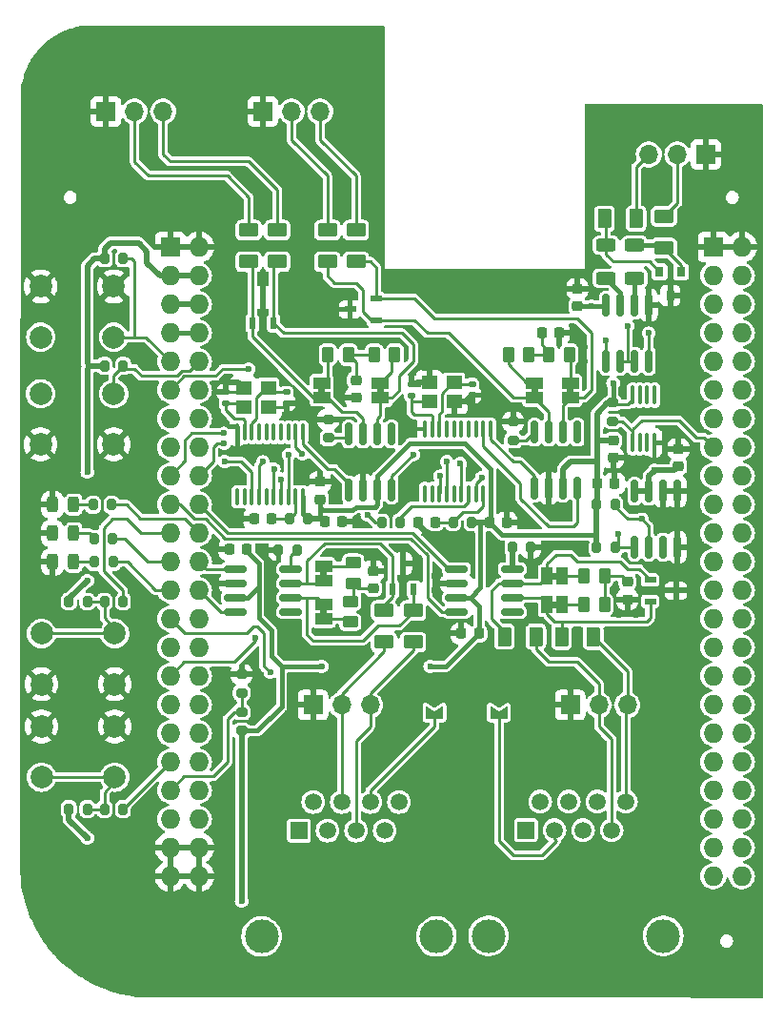
<source format=gbr>
%TF.GenerationSoftware,KiCad,Pcbnew,(7.0.0)*%
%TF.CreationDate,2023-02-19T15:54:43+01:00*%
%TF.ProjectId,bbb-can-bus-cape,6262622d-6361-46e2-9d62-75732d636170,rev?*%
%TF.SameCoordinates,Original*%
%TF.FileFunction,Copper,L1,Top*%
%TF.FilePolarity,Positive*%
%FSLAX46Y46*%
G04 Gerber Fmt 4.6, Leading zero omitted, Abs format (unit mm)*
G04 Created by KiCad (PCBNEW (7.0.0)) date 2023-02-19 15:54:43*
%MOMM*%
%LPD*%
G01*
G04 APERTURE LIST*
G04 Aperture macros list*
%AMRoundRect*
0 Rectangle with rounded corners*
0 $1 Rounding radius*
0 $2 $3 $4 $5 $6 $7 $8 $9 X,Y pos of 4 corners*
0 Add a 4 corners polygon primitive as box body*
4,1,4,$2,$3,$4,$5,$6,$7,$8,$9,$2,$3,0*
0 Add four circle primitives for the rounded corners*
1,1,$1+$1,$2,$3*
1,1,$1+$1,$4,$5*
1,1,$1+$1,$6,$7*
1,1,$1+$1,$8,$9*
0 Add four rect primitives between the rounded corners*
20,1,$1+$1,$2,$3,$4,$5,0*
20,1,$1+$1,$4,$5,$6,$7,0*
20,1,$1+$1,$6,$7,$8,$9,0*
20,1,$1+$1,$8,$9,$2,$3,0*%
%AMFreePoly0*
4,1,6,1.000000,0.000000,0.500000,-0.750000,-0.500000,-0.750000,-0.500000,0.750000,0.500000,0.750000,1.000000,0.000000,1.000000,0.000000,$1*%
%AMFreePoly1*
4,1,6,0.500000,-0.750000,-0.650000,-0.750000,-0.150000,0.000000,-0.650000,0.750000,0.500000,0.750000,0.500000,-0.750000,0.500000,-0.750000,$1*%
G04 Aperture macros list end*
%TA.AperFunction,ComponentPad*%
%ADD10R,1.727200X1.727200*%
%TD*%
%TA.AperFunction,ComponentPad*%
%ADD11O,1.727200X1.727200*%
%TD*%
%TA.AperFunction,ComponentPad*%
%ADD12R,1.500000X1.500000*%
%TD*%
%TA.AperFunction,ComponentPad*%
%ADD13C,1.500000*%
%TD*%
%TA.AperFunction,ComponentPad*%
%ADD14C,3.000000*%
%TD*%
%TA.AperFunction,SMDPad,CuDef*%
%ADD15RoundRect,0.140000X-0.170000X0.140000X-0.170000X-0.140000X0.170000X-0.140000X0.170000X0.140000X0*%
%TD*%
%TA.AperFunction,SMDPad,CuDef*%
%ADD16R,1.000000X0.600000*%
%TD*%
%TA.AperFunction,SMDPad,CuDef*%
%ADD17RoundRect,0.250000X0.625000X-0.312500X0.625000X0.312500X-0.625000X0.312500X-0.625000X-0.312500X0*%
%TD*%
%TA.AperFunction,SMDPad,CuDef*%
%ADD18RoundRect,0.225000X0.225000X0.250000X-0.225000X0.250000X-0.225000X-0.250000X0.225000X-0.250000X0*%
%TD*%
%TA.AperFunction,SMDPad,CuDef*%
%ADD19R,1.000000X1.500000*%
%TD*%
%TA.AperFunction,SMDPad,CuDef*%
%ADD20R,1.500000X1.000000*%
%TD*%
%TA.AperFunction,SMDPad,CuDef*%
%ADD21RoundRect,0.100000X-0.100000X0.637500X-0.100000X-0.637500X0.100000X-0.637500X0.100000X0.637500X0*%
%TD*%
%TA.AperFunction,SMDPad,CuDef*%
%ADD22RoundRect,0.250000X-0.450000X0.262500X-0.450000X-0.262500X0.450000X-0.262500X0.450000X0.262500X0*%
%TD*%
%TA.AperFunction,SMDPad,CuDef*%
%ADD23RoundRect,0.225000X-0.250000X0.225000X-0.250000X-0.225000X0.250000X-0.225000X0.250000X0.225000X0*%
%TD*%
%TA.AperFunction,SMDPad,CuDef*%
%ADD24RoundRect,0.200000X0.200000X0.275000X-0.200000X0.275000X-0.200000X-0.275000X0.200000X-0.275000X0*%
%TD*%
%TA.AperFunction,ComponentPad*%
%ADD25R,1.700000X1.700000*%
%TD*%
%TA.AperFunction,ComponentPad*%
%ADD26O,1.700000X1.700000*%
%TD*%
%TA.AperFunction,SMDPad,CuDef*%
%ADD27RoundRect,0.250000X-0.375000X-0.625000X0.375000X-0.625000X0.375000X0.625000X-0.375000X0.625000X0*%
%TD*%
%TA.AperFunction,SMDPad,CuDef*%
%ADD28RoundRect,0.200000X-0.200000X-0.275000X0.200000X-0.275000X0.200000X0.275000X-0.200000X0.275000X0*%
%TD*%
%TA.AperFunction,SMDPad,CuDef*%
%ADD29RoundRect,0.200000X-0.275000X0.200000X-0.275000X-0.200000X0.275000X-0.200000X0.275000X0.200000X0*%
%TD*%
%TA.AperFunction,SMDPad,CuDef*%
%ADD30FreePoly0,270.000000*%
%TD*%
%TA.AperFunction,SMDPad,CuDef*%
%ADD31FreePoly1,270.000000*%
%TD*%
%TA.AperFunction,SMDPad,CuDef*%
%ADD32RoundRect,0.100000X0.100000X-0.712500X0.100000X0.712500X-0.100000X0.712500X-0.100000X-0.712500X0*%
%TD*%
%TA.AperFunction,SMDPad,CuDef*%
%ADD33RoundRect,0.250000X0.625000X-0.375000X0.625000X0.375000X-0.625000X0.375000X-0.625000X-0.375000X0*%
%TD*%
%TA.AperFunction,SMDPad,CuDef*%
%ADD34RoundRect,0.200000X0.275000X-0.200000X0.275000X0.200000X-0.275000X0.200000X-0.275000X-0.200000X0*%
%TD*%
%TA.AperFunction,SMDPad,CuDef*%
%ADD35RoundRect,0.150000X-0.825000X-0.150000X0.825000X-0.150000X0.825000X0.150000X-0.825000X0.150000X0*%
%TD*%
%TA.AperFunction,SMDPad,CuDef*%
%ADD36RoundRect,0.225000X0.250000X-0.225000X0.250000X0.225000X-0.250000X0.225000X-0.250000X-0.225000X0*%
%TD*%
%TA.AperFunction,SMDPad,CuDef*%
%ADD37RoundRect,0.250000X-0.262500X-0.450000X0.262500X-0.450000X0.262500X0.450000X-0.262500X0.450000X0*%
%TD*%
%TA.AperFunction,SMDPad,CuDef*%
%ADD38RoundRect,0.243750X-0.243750X-0.456250X0.243750X-0.456250X0.243750X0.456250X-0.243750X0.456250X0*%
%TD*%
%TA.AperFunction,SMDPad,CuDef*%
%ADD39R,0.600000X1.000000*%
%TD*%
%TA.AperFunction,SMDPad,CuDef*%
%ADD40RoundRect,0.225000X-0.225000X-0.250000X0.225000X-0.250000X0.225000X0.250000X-0.225000X0.250000X0*%
%TD*%
%TA.AperFunction,SMDPad,CuDef*%
%ADD41RoundRect,0.250000X-0.625000X0.375000X-0.625000X-0.375000X0.625000X-0.375000X0.625000X0.375000X0*%
%TD*%
%TA.AperFunction,SMDPad,CuDef*%
%ADD42RoundRect,0.150000X0.150000X-0.825000X0.150000X0.825000X-0.150000X0.825000X-0.150000X-0.825000X0*%
%TD*%
%TA.AperFunction,SMDPad,CuDef*%
%ADD43RoundRect,0.140000X0.170000X-0.140000X0.170000X0.140000X-0.170000X0.140000X-0.170000X-0.140000X0*%
%TD*%
%TA.AperFunction,ComponentPad*%
%ADD44C,2.000000*%
%TD*%
%TA.AperFunction,SMDPad,CuDef*%
%ADD45R,1.400000X1.200000*%
%TD*%
%TA.AperFunction,SMDPad,CuDef*%
%ADD46RoundRect,0.250000X0.262500X0.450000X-0.262500X0.450000X-0.262500X-0.450000X0.262500X-0.450000X0*%
%TD*%
%TA.AperFunction,SMDPad,CuDef*%
%ADD47R,0.800000X0.900000*%
%TD*%
%TA.AperFunction,ViaPad*%
%ADD48C,0.600000*%
%TD*%
%TA.AperFunction,Conductor*%
%ADD49C,0.508000*%
%TD*%
%TA.AperFunction,Conductor*%
%ADD50C,0.381000*%
%TD*%
%TA.AperFunction,Conductor*%
%ADD51C,0.254000*%
%TD*%
%TA.AperFunction,Conductor*%
%ADD52C,0.250000*%
%TD*%
G04 APERTURE END LIST*
%TO.C,P3*%
G36*
X150755100Y-91927400D02*
G01*
X150255100Y-91927400D01*
X150255100Y-91327400D01*
X150755100Y-91327400D01*
X150755100Y-91927400D01*
G37*
%TO.C,P14*%
G36*
X152220100Y-75367400D02*
G01*
X151620100Y-75367400D01*
X151620100Y-74867400D01*
X152220100Y-74867400D01*
X152220100Y-75367400D01*
G37*
%TO.C,P5*%
G36*
X130294016Y-91618234D02*
G01*
X129694016Y-91618234D01*
X129694016Y-91118234D01*
X130294016Y-91118234D01*
X130294016Y-91618234D01*
G37*
%TO.C,P11*%
G36*
X135340367Y-75386734D02*
G01*
X134740367Y-75386734D01*
X134740367Y-74886734D01*
X135340367Y-74886734D01*
X135340367Y-75386734D01*
G37*
%TO.C,P6*%
G36*
X130303725Y-95006824D02*
G01*
X129703725Y-95006824D01*
X129703725Y-94506824D01*
X130303725Y-94506824D01*
X130303725Y-95006824D01*
G37*
%TO.C,P4*%
G36*
X150755100Y-94467400D02*
G01*
X150255100Y-94467400D01*
X150255100Y-93867400D01*
X150755100Y-93867400D01*
X150755100Y-94467400D01*
G37*
%TO.C,P13*%
G36*
X149045100Y-75367400D02*
G01*
X148445100Y-75367400D01*
X148445100Y-74867400D01*
X149045100Y-74867400D01*
X149045100Y-75367400D01*
G37*
%TO.C,P10*%
G36*
X130122100Y-75359625D02*
G01*
X129522100Y-75359625D01*
X129522100Y-74859625D01*
X130122100Y-74859625D01*
X130122100Y-75359625D01*
G37*
%TD*%
D10*
%TO.P,P8,1,Pin_1*%
%TO.N,GND*%
X164630099Y-62382399D03*
D11*
%TO.P,P8,2,Pin_2*%
X167170099Y-62382399D03*
%TO.P,P8,3,Pin_3*%
%TO.N,unconnected-(P8-Pin_3-Pad3)*%
X164630099Y-64922399D03*
%TO.P,P8,4,Pin_4*%
%TO.N,unconnected-(P8-Pin_4-Pad4)*%
X167170099Y-64922399D03*
%TO.P,P8,5,Pin_5*%
%TO.N,unconnected-(P8-Pin_5-Pad5)*%
X164630099Y-67462399D03*
%TO.P,P8,6,Pin_6*%
%TO.N,unconnected-(P8-Pin_6-Pad6)*%
X167170099Y-67462399D03*
%TO.P,P8,7,Pin_7*%
%TO.N,unconnected-(P8-Pin_7-Pad7)*%
X164630099Y-70002399D03*
%TO.P,P8,8,Pin_8*%
%TO.N,unconnected-(P8-Pin_8-Pad8)*%
X167170099Y-70002399D03*
%TO.P,P8,9,Pin_9*%
%TO.N,unconnected-(P8-Pin_9-Pad9)*%
X164630099Y-72542399D03*
%TO.P,P8,10,Pin_10*%
%TO.N,unconnected-(P8-Pin_10-Pad10)*%
X167170099Y-72542399D03*
%TO.P,P8,11,Pin_11*%
%TO.N,unconnected-(P8-Pin_11-Pad11)*%
X164630099Y-75082399D03*
%TO.P,P8,12,Pin_12*%
%TO.N,unconnected-(P8-Pin_12-Pad12)*%
X167170099Y-75082399D03*
%TO.P,P8,13,Pin_13*%
%TO.N,unconnected-(P8-Pin_13-Pad13)*%
X164630099Y-77622399D03*
%TO.P,P8,14,Pin_14*%
%TO.N,unconnected-(P8-Pin_14-Pad14)*%
X167170099Y-77622399D03*
%TO.P,P8,15,Pin_15*%
%TO.N,Net-(P8-Pin_15)*%
X164630099Y-80162399D03*
%TO.P,P8,16,Pin_16*%
%TO.N,unconnected-(P8-Pin_16-Pad16)*%
X167170099Y-80162399D03*
%TO.P,P8,17,Pin_17*%
%TO.N,unconnected-(P8-Pin_17-Pad17)*%
X164630099Y-82702399D03*
%TO.P,P8,18,Pin_18*%
%TO.N,unconnected-(P8-Pin_18-Pad18)*%
X167170099Y-82702399D03*
%TO.P,P8,19,Pin_19*%
%TO.N,unconnected-(P8-Pin_19-Pad19)*%
X164630099Y-85242399D03*
%TO.P,P8,20,Pin_20*%
%TO.N,unconnected-(P8-Pin_20-Pad20)*%
X167170099Y-85242399D03*
%TO.P,P8,21,Pin_21*%
%TO.N,unconnected-(P8-Pin_21-Pad21)*%
X164630099Y-87782399D03*
%TO.P,P8,22,Pin_22*%
%TO.N,unconnected-(P8-Pin_22-Pad22)*%
X167170099Y-87782399D03*
%TO.P,P8,23,Pin_23*%
%TO.N,unconnected-(P8-Pin_23-Pad23)*%
X164630099Y-90322399D03*
%TO.P,P8,24,Pin_24*%
%TO.N,unconnected-(P8-Pin_24-Pad24)*%
X167170099Y-90322399D03*
%TO.P,P8,25,Pin_25*%
%TO.N,unconnected-(P8-Pin_25-Pad25)*%
X164630099Y-92862399D03*
%TO.P,P8,26,Pin_26*%
%TO.N,unconnected-(P8-Pin_26-Pad26)*%
X167170099Y-92862399D03*
%TO.P,P8,27,Pin_27*%
%TO.N,unconnected-(P8-Pin_27-Pad27)*%
X164630099Y-95402399D03*
%TO.P,P8,28,Pin_28*%
%TO.N,unconnected-(P8-Pin_28-Pad28)*%
X167170099Y-95402399D03*
%TO.P,P8,29,Pin_29*%
%TO.N,unconnected-(P8-Pin_29-Pad29)*%
X164630099Y-97942399D03*
%TO.P,P8,30,Pin_30*%
%TO.N,unconnected-(P8-Pin_30-Pad30)*%
X167170099Y-97942399D03*
%TO.P,P8,31,Pin_31*%
%TO.N,unconnected-(P8-Pin_31-Pad31)*%
X164630099Y-100482399D03*
%TO.P,P8,32,Pin_32*%
%TO.N,unconnected-(P8-Pin_32-Pad32)*%
X167170099Y-100482399D03*
%TO.P,P8,33,Pin_33*%
%TO.N,unconnected-(P8-Pin_33-Pad33)*%
X164630099Y-103022399D03*
%TO.P,P8,34,Pin_34*%
%TO.N,unconnected-(P8-Pin_34-Pad34)*%
X167170099Y-103022399D03*
%TO.P,P8,35,Pin_35*%
%TO.N,unconnected-(P8-Pin_35-Pad35)*%
X164630099Y-105562399D03*
%TO.P,P8,36,Pin_36*%
%TO.N,unconnected-(P8-Pin_36-Pad36)*%
X167170099Y-105562399D03*
%TO.P,P8,37,Pin_37*%
%TO.N,unconnected-(P8-Pin_37-Pad37)*%
X164630099Y-108102399D03*
%TO.P,P8,38,Pin_38*%
%TO.N,unconnected-(P8-Pin_38-Pad38)*%
X167170099Y-108102399D03*
%TO.P,P8,39,Pin_39*%
%TO.N,unconnected-(P8-Pin_39-Pad39)*%
X164630099Y-110642399D03*
%TO.P,P8,40,Pin_40*%
%TO.N,unconnected-(P8-Pin_40-Pad40)*%
X167170099Y-110642399D03*
%TO.P,P8,41,Pin_41*%
%TO.N,unconnected-(P8-Pin_41-Pad41)*%
X164630099Y-113182399D03*
%TO.P,P8,42,Pin_42*%
%TO.N,unconnected-(P8-Pin_42-Pad42)*%
X167170099Y-113182399D03*
%TO.P,P8,43,Pin_43*%
%TO.N,unconnected-(P8-Pin_43-Pad43)*%
X164630099Y-115722399D03*
%TO.P,P8,44,Pin_44*%
%TO.N,unconnected-(P8-Pin_44-Pad44)*%
X167170099Y-115722399D03*
%TO.P,P8,45,Pin_45*%
%TO.N,unconnected-(P8-Pin_45-Pad45)*%
X164630099Y-118262399D03*
%TO.P,P8,46,Pin_46*%
%TO.N,unconnected-(P8-Pin_46-Pad46)*%
X167170099Y-118262399D03*
%TD*%
D10*
%TO.P,P9,1,Pin_1*%
%TO.N,GND*%
X116370099Y-62382399D03*
D11*
%TO.P,P9,2,Pin_2*%
X118910099Y-62382399D03*
%TO.P,P9,3,Pin_3*%
%TO.N,3V3*%
X116370099Y-64922399D03*
%TO.P,P9,4,Pin_4*%
X118910099Y-64922399D03*
%TO.P,P9,5,Pin_5*%
%TO.N,5V*%
X116370099Y-67462399D03*
%TO.P,P9,6,Pin_6*%
X118910099Y-67462399D03*
%TO.P,P9,7,Pin_7*%
%TO.N,SYS_5V*%
X116370099Y-70002399D03*
%TO.P,P9,8,Pin_8*%
X118910099Y-70002399D03*
%TO.P,P9,9,Pin_9*%
%TO.N,/PWR_BUT*%
X116370099Y-72542399D03*
%TO.P,P9,10,Pin_10*%
%TO.N,/SYS_RESETN*%
X118910099Y-72542399D03*
%TO.P,P9,11,Pin_11*%
%TO.N,/UART4_RX*%
X116370099Y-75082399D03*
%TO.P,P9,12,Pin_12*%
%TO.N,/GPIO1_28*%
X118910099Y-75082399D03*
%TO.P,P9,13,Pin_13*%
%TO.N,/UART4_TX*%
X116370099Y-77622399D03*
%TO.P,P9,14,Pin_14*%
%TO.N,unconnected-(P9-Pin_14-Pad14)*%
X118910099Y-77622399D03*
%TO.P,P9,15,Pin_15*%
%TO.N,unconnected-(P9-Pin_15-Pad15)*%
X116370099Y-80162399D03*
%TO.P,P9,16,Pin_16*%
%TO.N,unconnected-(P9-Pin_16-Pad16)*%
X118910099Y-80162399D03*
%TO.P,P9,17,Pin_17*%
%TO.N,/I2C1_SCL*%
X116370099Y-82702399D03*
%TO.P,P9,18,Pin_18*%
%TO.N,/I2C1_SDA*%
X118910099Y-82702399D03*
%TO.P,P9,19,Pin_19*%
%TO.N,/DCAN0_RX*%
X116370099Y-85242399D03*
%TO.P,P9,20,Pin_20*%
%TO.N,/DCAN0_TX*%
X118910099Y-85242399D03*
%TO.P,P9,21,Pin_21*%
%TO.N,/GPIO0_3*%
X116370099Y-87782399D03*
%TO.P,P9,22,Pin_22*%
%TO.N,/GPIO0_2*%
X118910099Y-87782399D03*
%TO.P,P9,23,Pin_23*%
%TO.N,/GPIO1_17*%
X116370099Y-90322399D03*
%TO.P,P9,24,Pin_24*%
%TO.N,/DCAN1_RX*%
X118910099Y-90322399D03*
%TO.P,P9,25,Pin_25*%
%TO.N,/GPIO3_21*%
X116370099Y-92862399D03*
%TO.P,P9,26,Pin_26*%
%TO.N,/DCAN1_TX*%
X118910099Y-92862399D03*
%TO.P,P9,27,Pin_27*%
%TO.N,/Standalone Can BUS/CAN_~{INT1}*%
X116370099Y-95402399D03*
%TO.P,P9,28,Pin_28*%
%TO.N,/SPI1_CS0*%
X118910099Y-95402399D03*
%TO.P,P9,29,Pin_29*%
%TO.N,/SPI1_MISO*%
X116370099Y-97942399D03*
%TO.P,P9,30,Pin_30*%
%TO.N,/SPI1_MOSI*%
X118910099Y-97942399D03*
%TO.P,P9,31,Pin_31*%
%TO.N,/SPI1_SCK*%
X116370099Y-100482399D03*
%TO.P,P9,32,Pin_32*%
%TO.N,VCC-RTC*%
X118910099Y-100482399D03*
%TO.P,P9,33,Pin_33*%
%TO.N,unconnected-(P9-Pin_33-Pad33)*%
X116370099Y-103022399D03*
%TO.P,P9,34,Pin_34*%
%TO.N,GNDA*%
X118910099Y-103022399D03*
%TO.P,P9,35,Pin_35*%
%TO.N,unconnected-(P9-Pin_35-Pad35)*%
X116370099Y-105562399D03*
%TO.P,P9,36,Pin_36*%
%TO.N,unconnected-(P9-Pin_36-Pad36)*%
X118910099Y-105562399D03*
%TO.P,P9,37,Pin_37*%
%TO.N,Net-(P9-Pin_37)*%
X116370099Y-108102399D03*
%TO.P,P9,38,Pin_38*%
%TO.N,unconnected-(P9-Pin_38-Pad38)*%
X118910099Y-108102399D03*
%TO.P,P9,39,Pin_39*%
%TO.N,/AN0*%
X116370099Y-110642399D03*
%TO.P,P9,40,Pin_40*%
%TO.N,unconnected-(P9-Pin_40-Pad40)*%
X118910099Y-110642399D03*
%TO.P,P9,41,Pin_41*%
%TO.N,/GPIO0_20*%
X116370099Y-113182399D03*
%TO.P,P9,42,Pin_42*%
%TO.N,/SPI1_CS1*%
X118910099Y-113182399D03*
%TO.P,P9,43,Pin_43*%
%TO.N,GND*%
X116370099Y-115722399D03*
%TO.P,P9,44,Pin_44*%
X118910099Y-115722399D03*
%TO.P,P9,45,Pin_45*%
X116370099Y-118262399D03*
%TO.P,P9,46,Pin_46*%
X118910099Y-118262399D03*
%TD*%
D12*
%TO.P,J2,1*%
%TO.N,unconnected-(J2-Pad1)*%
X147984790Y-114162327D03*
D13*
%TO.P,J2,2*%
%TO.N,unconnected-(J2-Pad2)*%
X149254791Y-111622328D03*
%TO.P,J2,3*%
%TO.N,Net-(JP1-B)*%
X150524791Y-114162328D03*
%TO.P,J2,4*%
%TO.N,unconnected-(J2-Pad4)*%
X151794791Y-111622328D03*
%TO.P,J2,5*%
%TO.N,unconnected-(J2-Pad5)*%
X153064791Y-114162328D03*
%TO.P,J2,6*%
%TO.N,unconnected-(J2-Pad6)*%
X154334791Y-111622328D03*
%TO.P,J2,7*%
%TO.N,/CAN bus0/CAN_H*%
X155604791Y-114162328D03*
%TO.P,J2,8*%
%TO.N,/CAN bus0/CAN_L*%
X156874791Y-111622328D03*
D14*
%TO.P,J2,SH*%
%TO.N,N/C*%
X144659791Y-123562328D03*
X160199791Y-123562328D03*
%TD*%
D15*
%TO.P,C15,1*%
%TO.N,Net-(U2-OSC2)*%
X143205946Y-74584367D03*
%TO.P,C15,2*%
%TO.N,GND*%
X143205946Y-75544367D03*
%TD*%
D16*
%TO.P,D1,1*%
%TO.N,Net-(U3-CANH)*%
X159025099Y-91947399D03*
%TO.P,D1,2*%
%TO.N,Net-(U3-CANL)*%
X159025099Y-93847399D03*
%TO.P,D1,3*%
%TO.N,GND*%
X161325099Y-92897399D03*
%TD*%
D17*
%TO.P,R21,1*%
%TO.N,Net-(U9-B)*%
X155095100Y-65149900D03*
%TO.P,R21,2*%
%TO.N,Net-(D5-Pad2)*%
X155095100Y-62224900D03*
%TD*%
D18*
%TO.P,C1,1*%
%TO.N,3V3*%
X143805100Y-96707400D03*
%TO.P,C1,2*%
%TO.N,GND*%
X142255100Y-96707400D03*
%TD*%
D19*
%TO.P,P3,1,1*%
%TO.N,Net-(P3-Pad1)*%
X151155099Y-91627399D03*
%TO.P,P3,2,2*%
%TO.N,Net-(U3-CANH)*%
X149855099Y-91627399D03*
%TD*%
D20*
%TO.P,P14,1,1*%
%TO.N,Net-(U8-CANL)*%
X151920099Y-75767399D03*
%TO.P,P14,2,2*%
%TO.N,Net-(P14-Pad2)*%
X151920099Y-74467399D03*
%TD*%
D16*
%TO.P,D4,1*%
%TO.N,Net-(U8-CANH)*%
X134655099Y-68873542D03*
%TO.P,D4,2*%
%TO.N,Net-(U8-CANL)*%
X134655099Y-66973542D03*
%TO.P,D4,3*%
%TO.N,GND*%
X132355099Y-67923542D03*
%TD*%
D20*
%TO.P,P5,1,1*%
%TO.N,Net-(P5-Pad1)*%
X129994015Y-90718233D03*
%TO.P,P5,2,2*%
%TO.N,Net-(U4-CANH)*%
X129994015Y-92018233D03*
%TD*%
D21*
%TO.P,U1,1,TXCAN*%
%TO.N,Net-(U1-TXCAN)*%
X128175100Y-78844899D03*
%TO.P,U1,2,RXCAN*%
%TO.N,Net-(U1-RXCAN)*%
X127525100Y-78844899D03*
%TO.P,U1,3,CLKOUT/SOF*%
%TO.N,unconnected-(U1-CLKOUT{slash}SOF-Pad3)*%
X126875100Y-78844899D03*
%TO.P,U1,4,~{TX0RTS}*%
%TO.N,unconnected-(U1-~{TX0RTS}-Pad4)*%
X126225100Y-78844899D03*
%TO.P,U1,5,~{TX1RTS}*%
%TO.N,unconnected-(U1-~{TX1RTS}-Pad5)*%
X125575100Y-78844899D03*
%TO.P,U1,6,NC*%
%TO.N,unconnected-(U1-NC-Pad6)*%
X124925100Y-78844899D03*
%TO.P,U1,7,~{TX2RTS}*%
%TO.N,unconnected-(U1-~{TX2RTS}-Pad7)*%
X124275100Y-78844899D03*
%TO.P,U1,8,OSC2*%
%TO.N,Net-(U1-OSC2)*%
X123625100Y-78844899D03*
%TO.P,U1,9,OSC1*%
%TO.N,Net-(U1-OSC1)*%
X122975100Y-78844899D03*
%TO.P,U1,10,VSS*%
%TO.N,GND*%
X122325100Y-78844899D03*
%TO.P,U1,11,~{RX1BF}*%
%TO.N,unconnected-(U1-~{RX1BF}-Pad11)*%
X122325100Y-84569899D03*
%TO.P,U1,12,~{RX0BF}*%
%TO.N,unconnected-(U1-~{RX0BF}-Pad12)*%
X122975100Y-84569899D03*
%TO.P,U1,13,~{INT}*%
%TO.N,/GPIO0_20*%
X123625100Y-84569899D03*
%TO.P,U1,14,SCK*%
%TO.N,/SPI1_SCK*%
X124275100Y-84569899D03*
%TO.P,U1,15,NC*%
%TO.N,unconnected-(U1-NC-Pad15)*%
X124925100Y-84569899D03*
%TO.P,U1,16,SI*%
%TO.N,/SPI1_MOSI*%
X125575100Y-84569899D03*
%TO.P,U1,17,SO*%
%TO.N,/SPI1_MISO*%
X126225100Y-84569899D03*
%TO.P,U1,18,~{CS}*%
%TO.N,/SPI1_CS0*%
X126875100Y-84569899D03*
%TO.P,U1,19,~{RESET}*%
%TO.N,Net-(U1-~{RESET})*%
X127525100Y-84569899D03*
%TO.P,U1,20,VDD*%
%TO.N,3V3*%
X128175100Y-84569899D03*
%TD*%
D22*
%TO.P,R3,1*%
%TO.N,Net-(P5-Pad1)*%
X132616682Y-90413817D03*
%TO.P,R3,2*%
%TO.N,Net-(C4-Pad1)*%
X132616682Y-92238817D03*
%TD*%
D15*
%TO.P,C6,1*%
%TO.N,Net-(U1-OSC2)*%
X126700132Y-75282169D03*
%TO.P,C6,2*%
%TO.N,GND*%
X126700132Y-76242169D03*
%TD*%
D23*
%TO.P,C11,1*%
%TO.N,3V3*%
X155730100Y-79562400D03*
%TO.P,C11,2*%
%TO.N,GND*%
X155730100Y-81112400D03*
%TD*%
D24*
%TO.P,R13,1*%
%TO.N,/GPIO1_17*%
X111269692Y-88265214D03*
%TO.P,R13,2*%
%TO.N,Net-(D6-A)*%
X109619692Y-88265214D03*
%TD*%
D25*
%TO.P,J7,1,Pin_1*%
%TO.N,GND*%
X163985099Y-54162399D03*
D26*
%TO.P,J7,2,Pin_2*%
%TO.N,/RS485/RS485_A*%
X161445099Y-54162399D03*
%TO.P,J7,3,Pin_3*%
%TO.N,/RS485/RS485_B*%
X158905099Y-54162399D03*
%TD*%
D18*
%TO.P,C8,1*%
%TO.N,Net-(U1-~{RESET})*%
X125369165Y-86547400D03*
%TO.P,C8,2*%
%TO.N,GND*%
X123819165Y-86547400D03*
%TD*%
D17*
%TO.P,R20,1*%
%TO.N,Net-(U9-A)*%
X157635100Y-65149900D03*
%TO.P,R20,2*%
%TO.N,Net-(D5-Pad1)*%
X157635100Y-62224900D03*
%TD*%
D23*
%TO.P,C2,1*%
%TO.N,Net-(C2-Pad1)*%
X157000100Y-92122400D03*
%TO.P,C2,2*%
%TO.N,GND*%
X157000100Y-93672400D03*
%TD*%
D25*
%TO.P,J1,1,Pin_1*%
%TO.N,GND*%
X151920099Y-103057399D03*
D26*
%TO.P,J1,2,Pin_2*%
%TO.N,/CAN bus0/CAN_H*%
X154460099Y-103057399D03*
%TO.P,J1,3,Pin_3*%
%TO.N,/CAN bus0/CAN_L*%
X157000099Y-103057399D03*
%TD*%
D27*
%TO.P,F1,1*%
%TO.N,Net-(U3-CANH)*%
X146075100Y-96975356D03*
%TO.P,F1,2*%
%TO.N,/CAN bus0/CAN_H*%
X148875100Y-96975356D03*
%TD*%
D28*
%TO.P,R19,1*%
%TO.N,3V3*%
X154270100Y-89087400D03*
%TO.P,R19,2*%
%TO.N,/I2C1_SDA*%
X155920100Y-89087400D03*
%TD*%
%TO.P,R17,1*%
%TO.N,3V3*%
X154270100Y-85277400D03*
%TO.P,R17,2*%
%TO.N,/I2C1_SCL*%
X155920100Y-85277400D03*
%TD*%
D29*
%TO.P,R18,1*%
%TO.N,3V3*%
X155704880Y-76209955D03*
%TO.P,R18,2*%
%TO.N,Net-(P8-Pin_15)*%
X155704880Y-77859955D03*
%TD*%
D18*
%TO.P,C3,1*%
%TO.N,3V3*%
X123164110Y-89249290D03*
%TO.P,C3,2*%
%TO.N,GND*%
X121614110Y-89249290D03*
%TD*%
D30*
%TO.P,JP2,1,A*%
%TO.N,GND*%
X139855100Y-102332400D03*
D31*
%TO.P,JP2,2,B*%
%TO.N,Net-(JP2-B)*%
X139855100Y-103782400D03*
%TD*%
D32*
%TO.P,U6,1,DQ*%
%TO.N,Net-(P8-Pin_15)*%
X157464047Y-79769900D03*
%TO.P,U6,2,NC*%
%TO.N,unconnected-(U6-NC-Pad2)*%
X158114047Y-79769900D03*
%TO.P,U6,3,NC*%
%TO.N,unconnected-(U6-NC-Pad3)*%
X158764047Y-79769900D03*
%TO.P,U6,4,VSS*%
%TO.N,GND*%
X159414047Y-79769900D03*
%TO.P,U6,5,N*%
%TO.N,unconnected-(U6-N-Pad5)*%
X159414047Y-75544900D03*
%TO.P,U6,6,NC*%
%TO.N,unconnected-(U6-NC-Pad6)*%
X158764047Y-75544900D03*
%TO.P,U6,7,NC*%
%TO.N,unconnected-(U6-NC-Pad7)*%
X158114047Y-75544900D03*
%TO.P,U6,8,VDD*%
%TO.N,3V3*%
X157464047Y-75544900D03*
%TD*%
D28*
%TO.P,R5,1*%
%TO.N,Net-(U1-~{RESET})*%
X126944165Y-86547400D03*
%TO.P,R5,2*%
%TO.N,3V3*%
X128594165Y-86547400D03*
%TD*%
D33*
%TO.P,F10,1*%
%TO.N,Net-(U8-CANL)*%
X132870100Y-63687400D03*
%TO.P,F10,2*%
%TO.N,/Standalone Can BUS/CAN_L1*%
X132870100Y-60887400D03*
%TD*%
D28*
%TO.P,R6,1*%
%TO.N,Net-(U2-~{RESET})*%
X141505902Y-86841872D03*
%TO.P,R6,2*%
%TO.N,3V3*%
X143155902Y-86841872D03*
%TD*%
D21*
%TO.P,U2,1,TXCAN*%
%TO.N,Net-(U2-TXCAN)*%
X144852925Y-78558047D03*
%TO.P,U2,2,RXCAN*%
%TO.N,Net-(U2-RXCAN)*%
X144202925Y-78558047D03*
%TO.P,U2,3,CLKOUT/SOF*%
%TO.N,unconnected-(U2-CLKOUT{slash}SOF-Pad3)*%
X143552925Y-78558047D03*
%TO.P,U2,4,~{TX0RTS}*%
%TO.N,unconnected-(U2-~{TX0RTS}-Pad4)*%
X142902925Y-78558047D03*
%TO.P,U2,5,~{TX1RTS}*%
%TO.N,unconnected-(U2-~{TX1RTS}-Pad5)*%
X142252925Y-78558047D03*
%TO.P,U2,6,NC*%
%TO.N,unconnected-(U2-NC-Pad6)*%
X141602925Y-78558047D03*
%TO.P,U2,7,~{TX2RTS}*%
%TO.N,unconnected-(U2-~{TX2RTS}-Pad7)*%
X140952925Y-78558047D03*
%TO.P,U2,8,OSC2*%
%TO.N,Net-(U2-OSC2)*%
X140302925Y-78558047D03*
%TO.P,U2,9,OSC1*%
%TO.N,Net-(U2-OSC1)*%
X139652925Y-78558047D03*
%TO.P,U2,10,VSS*%
%TO.N,GND*%
X139002925Y-78558047D03*
%TO.P,U2,11,~{RX1BF}*%
%TO.N,unconnected-(U2-~{RX1BF}-Pad11)*%
X139002925Y-84283047D03*
%TO.P,U2,12,~{RX0BF}*%
%TO.N,unconnected-(U2-~{RX0BF}-Pad12)*%
X139652925Y-84283047D03*
%TO.P,U2,13,~{INT}*%
%TO.N,/Standalone Can BUS/CAN_~{INT1}*%
X140302925Y-84283047D03*
%TO.P,U2,14,SCK*%
%TO.N,/SPI1_SCK*%
X140952925Y-84283047D03*
%TO.P,U2,15,NC*%
%TO.N,unconnected-(U2-NC-Pad15)*%
X141602925Y-84283047D03*
%TO.P,U2,16,SI*%
%TO.N,/SPI1_MOSI*%
X142252925Y-84283047D03*
%TO.P,U2,17,SO*%
%TO.N,Net-(U2-SO)*%
X142902925Y-84283047D03*
%TO.P,U2,18,~{CS}*%
%TO.N,/SPI1_CS1*%
X143552925Y-84283047D03*
%TO.P,U2,19,~{RESET}*%
%TO.N,Net-(U2-~{RESET})*%
X144202925Y-84283047D03*
%TO.P,U2,20,VDD*%
%TO.N,3V3*%
X144852925Y-84283047D03*
%TD*%
D34*
%TO.P,R11,1*%
%TO.N,/AN0*%
X122710100Y-101977400D03*
%TO.P,R11,2*%
%TO.N,GND*%
X122710100Y-100327400D03*
%TD*%
D35*
%TO.P,U4,1,D*%
%TO.N,/DCAN1_RX*%
X122140100Y-90992400D03*
%TO.P,U4,2,GND*%
%TO.N,GND*%
X122140100Y-92262400D03*
%TO.P,U4,3,VCC*%
%TO.N,3V3*%
X122140100Y-93532400D03*
%TO.P,U4,4,R*%
%TO.N,/DCAN1_TX*%
X122140100Y-94802400D03*
%TO.P,U4,5,Vref*%
%TO.N,unconnected-(U4-Vref-Pad5)*%
X127090100Y-94802400D03*
%TO.P,U4,6,CANL*%
%TO.N,Net-(U4-CANL)*%
X127090100Y-93532400D03*
%TO.P,U4,7,CANH*%
%TO.N,Net-(U4-CANH)*%
X127090100Y-92262400D03*
%TO.P,U4,8,Rs*%
%TO.N,Net-(U4-Rs)*%
X127090100Y-90992400D03*
%TD*%
D36*
%TO.P,C13,1*%
%TO.N,3V3*%
X152555100Y-67637400D03*
%TO.P,C13,2*%
%TO.N,GND*%
X152555100Y-66087400D03*
%TD*%
D33*
%TO.P,F6,1*%
%TO.N,Net-(U7-CANL)*%
X125885100Y-63687400D03*
%TO.P,F6,2*%
%TO.N,/Standalone Can BUS/CAN_L0*%
X125885100Y-60887400D03*
%TD*%
D37*
%TO.P,R1,1*%
%TO.N,Net-(P3-Pad1)*%
X153140100Y-91627400D03*
%TO.P,R1,2*%
%TO.N,Net-(C2-Pad1)*%
X154965100Y-91627400D03*
%TD*%
D20*
%TO.P,P11,1,1*%
%TO.N,Net-(U7-CANL)*%
X135040366Y-75786733D03*
%TO.P,P11,2,2*%
%TO.N,Net-(P11-Pad2)*%
X135040366Y-74486733D03*
%TD*%
D37*
%TO.P,R9,1*%
%TO.N,Net-(P10-Pad1)*%
X130378842Y-71942400D03*
%TO.P,R9,2*%
%TO.N,Net-(C10-Pad1)*%
X132203842Y-71942400D03*
%TD*%
D20*
%TO.P,P6,1,1*%
%TO.N,Net-(U4-CANL)*%
X130003724Y-94106823D03*
%TO.P,P6,2,2*%
%TO.N,Net-(P6-Pad2)*%
X130003724Y-95406823D03*
%TD*%
D28*
%TO.P,R16,1*%
%TO.N,3V3*%
X110532110Y-72931603D03*
%TO.P,R16,2*%
%TO.N,/SYS_RESETN*%
X112182110Y-72931603D03*
%TD*%
D38*
%TO.P,D6,1,K*%
%TO.N,GND*%
X105897600Y-87817400D03*
%TO.P,D6,2,A*%
%TO.N,Net-(D6-A)*%
X107772600Y-87817400D03*
%TD*%
D39*
%TO.P,D2,1*%
%TO.N,Net-(U4-CANH)*%
X136115122Y-92777399D03*
%TO.P,D2,2*%
%TO.N,Net-(U4-CANL)*%
X138015122Y-92777399D03*
%TO.P,D2,3*%
%TO.N,GND*%
X137065122Y-90477399D03*
%TD*%
D40*
%TO.P,C14,1*%
%TO.N,3V3*%
X144730902Y-86841872D03*
%TO.P,C14,2*%
%TO.N,GND*%
X146280902Y-86841872D03*
%TD*%
D37*
%TO.P,R23,1*%
%TO.N,Net-(C18-Pad1)*%
X150015100Y-71942400D03*
%TO.P,R23,2*%
%TO.N,Net-(P14-Pad2)*%
X151840100Y-71942400D03*
%TD*%
D41*
%TO.P,F3,1*%
%TO.N,Net-(U4-CANH)*%
X135358698Y-94672400D03*
%TO.P,F3,2*%
%TO.N,/CAN bus1/CAN_H*%
X135358698Y-97472400D03*
%TD*%
D42*
%TO.P,U7,1,D*%
%TO.N,Net-(U1-TXCAN)*%
X132235100Y-83942400D03*
%TO.P,U7,2,GND*%
%TO.N,GND*%
X133505100Y-83942400D03*
%TO.P,U7,3,VCC*%
%TO.N,3V3*%
X134775100Y-83942400D03*
%TO.P,U7,4,R*%
%TO.N,Net-(U1-RXCAN)*%
X136045100Y-83942400D03*
%TO.P,U7,5,Vref*%
%TO.N,unconnected-(U7-Vref-Pad5)*%
X136045100Y-78992400D03*
%TO.P,U7,6,CANL*%
%TO.N,Net-(U7-CANL)*%
X134775100Y-78992400D03*
%TO.P,U7,7,CANH*%
%TO.N,Net-(U7-CANH)*%
X133505100Y-78992400D03*
%TO.P,U7,8,Rs*%
%TO.N,Net-(U7-Rs)*%
X132235100Y-78992400D03*
%TD*%
D39*
%TO.P,D3,1*%
%TO.N,Net-(U7-CANH)*%
X123665099Y-69162399D03*
%TO.P,D3,2*%
%TO.N,Net-(U7-CANL)*%
X125565099Y-69162399D03*
%TO.P,D3,3*%
%TO.N,GND*%
X124615099Y-66862399D03*
%TD*%
D19*
%TO.P,P4,1,1*%
%TO.N,Net-(U3-CANL)*%
X149855099Y-94167399D03*
%TO.P,P4,2,2*%
%TO.N,Net-(P4-Pad2)*%
X151155099Y-94167399D03*
%TD*%
D40*
%TO.P,C17,1*%
%TO.N,3V3*%
X154320100Y-83372400D03*
%TO.P,C17,2*%
%TO.N,GND*%
X155870100Y-83372400D03*
%TD*%
D30*
%TO.P,JP1,1,A*%
%TO.N,GND*%
X145570100Y-102332400D03*
D31*
%TO.P,JP1,2,B*%
%TO.N,Net-(JP1-B)*%
X145570100Y-103782400D03*
%TD*%
D12*
%TO.P,J4,1*%
%TO.N,unconnected-(J4-Pad1)*%
X127813540Y-114212002D03*
D13*
%TO.P,J4,2*%
%TO.N,unconnected-(J4-Pad2)*%
X129083541Y-111672003D03*
%TO.P,J4,3*%
%TO.N,unconnected-(J4-Pad3)*%
X130353541Y-114212003D03*
%TO.P,J4,4*%
%TO.N,/CAN bus1/CAN_H*%
X131623541Y-111672003D03*
%TO.P,J4,5*%
%TO.N,/CAN bus1/CAN_L*%
X132893541Y-114212003D03*
%TO.P,J4,6*%
%TO.N,Net-(JP2-B)*%
X134163541Y-111672003D03*
%TO.P,J4,7*%
%TO.N,unconnected-(J4-Pad7)*%
X135433541Y-114212003D03*
%TO.P,J4,8*%
%TO.N,unconnected-(J4-Pad8)*%
X136703541Y-111672003D03*
D14*
%TO.P,J4,SH*%
%TO.N,N/C*%
X124488541Y-123612003D03*
X140028541Y-123612003D03*
%TD*%
D43*
%TO.P,C7,1*%
%TO.N,Net-(U1-OSC1)*%
X121300074Y-76234726D03*
%TO.P,C7,2*%
%TO.N,GND*%
X121300074Y-75274726D03*
%TD*%
D35*
%TO.P,U3,1,D*%
%TO.N,/DCAN0_TX*%
X141825100Y-90992400D03*
%TO.P,U3,2,GND*%
%TO.N,GND*%
X141825100Y-92262400D03*
%TO.P,U3,3,VCC*%
%TO.N,3V3*%
X141825100Y-93532400D03*
%TO.P,U3,4,R*%
%TO.N,/DCAN0_RX*%
X141825100Y-94802400D03*
%TO.P,U3,5,Vref*%
%TO.N,unconnected-(U3-Vref-Pad5)*%
X146775100Y-94802400D03*
%TO.P,U3,6,CANL*%
%TO.N,Net-(U3-CANL)*%
X146775100Y-93532400D03*
%TO.P,U3,7,CANH*%
%TO.N,Net-(U3-CANH)*%
X146775100Y-92262400D03*
%TO.P,U3,8,Rs*%
%TO.N,Net-(U3-Rs)*%
X146775100Y-90992400D03*
%TD*%
D40*
%TO.P,C18,1*%
%TO.N,Net-(C18-Pad1)*%
X149396594Y-70037400D03*
%TO.P,C18,2*%
%TO.N,GND*%
X150946594Y-70037400D03*
%TD*%
D23*
%TO.P,C10,1*%
%TO.N,Net-(C10-Pad1)*%
X132870100Y-74202400D03*
%TO.P,C10,2*%
%TO.N,GND*%
X132870100Y-75752400D03*
%TD*%
D28*
%TO.P,R24,1*%
%TO.N,Net-(U3-Rs)*%
X146777100Y-89087400D03*
%TO.P,R24,2*%
%TO.N,GND*%
X148427100Y-89087400D03*
%TD*%
D44*
%TO.P,Sw1,1*%
%TO.N,/PWR_BUT*%
X111355100Y-70382400D03*
X104855100Y-70382400D03*
%TO.P,Sw1,2*%
%TO.N,GND*%
X111355100Y-65882400D03*
X104855100Y-65882400D03*
%TD*%
D25*
%TO.P,J5,1,Pin_1*%
%TO.N,GND*%
X110660099Y-50352399D03*
D26*
%TO.P,J5,2,Pin_2*%
%TO.N,/Standalone Can BUS/CAN_H0*%
X113200099Y-50352399D03*
%TO.P,J5,3,Pin_3*%
%TO.N,/Standalone Can BUS/CAN_L0*%
X115740099Y-50352399D03*
%TD*%
D24*
%TO.P,R14,1*%
%TO.N,/GPIO0_2*%
X111167600Y-85277400D03*
%TO.P,R14,2*%
%TO.N,Net-(D7-A)*%
X109517600Y-85277400D03*
%TD*%
D25*
%TO.P,J6,1,Pin_1*%
%TO.N,GND*%
X124615099Y-50352399D03*
D26*
%TO.P,J6,2,Pin_2*%
%TO.N,/Standalone Can BUS/CAN_H1*%
X127155099Y-50352399D03*
%TO.P,J6,3,Pin_3*%
%TO.N,/Standalone Can BUS/CAN_L1*%
X129695099Y-50352399D03*
%TD*%
D33*
%TO.P,F7,1*%
%TO.N,Net-(D5-Pad1)*%
X160237544Y-62462302D03*
%TO.P,F7,2*%
%TO.N,/RS485/RS485_A*%
X160237544Y-59662302D03*
%TD*%
D38*
%TO.P,D8,1,K*%
%TO.N,GND*%
X105897600Y-90357400D03*
%TO.P,D8,2,A*%
%TO.N,Net-(D8-A)*%
X107772600Y-90357400D03*
%TD*%
D36*
%TO.P,C12,1*%
%TO.N,3V3*%
X161532821Y-81863122D03*
%TO.P,C12,2*%
%TO.N,GND*%
X161532821Y-80313122D03*
%TD*%
D28*
%TO.P,R28,1*%
%TO.N,3V3*%
X107355100Y-93877400D03*
%TO.P,R28,2*%
%TO.N,Net-(R28-Pad2)*%
X109005100Y-93877400D03*
%TD*%
%TO.P,R29,1*%
%TO.N,3V3*%
X107355100Y-112292400D03*
%TO.P,R29,2*%
%TO.N,Net-(R29-Pad2)*%
X109005100Y-112292400D03*
%TD*%
D34*
%TO.P,R7,1*%
%TO.N,Net-(U8-Rs)*%
X146840100Y-79562400D03*
%TO.P,R7,2*%
%TO.N,GND*%
X146840100Y-77912400D03*
%TD*%
D44*
%TO.P,Sw3,1*%
%TO.N,Net-(R28-Pad2)*%
X104930100Y-96707400D03*
X111430100Y-96707400D03*
%TO.P,Sw3,2*%
%TO.N,GND*%
X104930100Y-101207400D03*
X111430100Y-101207400D03*
%TD*%
D20*
%TO.P,P13,1,1*%
%TO.N,Net-(P13-Pad1)*%
X148745099Y-74467399D03*
%TO.P,P13,2,2*%
%TO.N,Net-(U8-CANH)*%
X148745099Y-75767399D03*
%TD*%
D25*
%TO.P,J3,1,Pin_1*%
%TO.N,GND*%
X129060099Y-103057399D03*
D26*
%TO.P,J3,2,Pin_2*%
%TO.N,/CAN bus1/CAN_H*%
X131600099Y-103057399D03*
%TO.P,J3,3,Pin_3*%
%TO.N,/CAN bus1/CAN_L*%
X134140099Y-103057399D03*
%TD*%
D27*
%TO.P,F8,1*%
%TO.N,Net-(D5-Pad2)*%
X154965100Y-59877400D03*
%TO.P,F8,2*%
%TO.N,/RS485/RS485_B*%
X157765100Y-59877400D03*
%TD*%
%TO.P,F2,1*%
%TO.N,Net-(U3-CANL)*%
X151155100Y-96992103D03*
%TO.P,F2,2*%
%TO.N,/CAN bus0/CAN_L*%
X153955100Y-96992103D03*
%TD*%
D42*
%TO.P,U8,1,D*%
%TO.N,Net-(U2-TXCAN)*%
X148745100Y-83777400D03*
%TO.P,U8,2,GND*%
%TO.N,GND*%
X150015100Y-83777400D03*
%TO.P,U8,3,VCC*%
%TO.N,3V3*%
X151285100Y-83777400D03*
%TO.P,U8,4,R*%
%TO.N,Net-(U2-RXCAN)*%
X152555100Y-83777400D03*
%TO.P,U8,5,Vref*%
%TO.N,unconnected-(U8-Vref-Pad5)*%
X152555100Y-78827400D03*
%TO.P,U8,6,CANL*%
%TO.N,Net-(U8-CANL)*%
X151285100Y-78827400D03*
%TO.P,U8,7,CANH*%
%TO.N,Net-(U8-CANH)*%
X150015100Y-78827400D03*
%TO.P,U8,8,Rs*%
%TO.N,Net-(U8-Rs)*%
X148745100Y-78827400D03*
%TD*%
D45*
%TO.P,Y1,1*%
%TO.N,Net-(U1-OSC1)*%
X122880099Y-76602399D03*
%TO.P,Y1,2*%
%TO.N,GND*%
X125080099Y-76602399D03*
%TO.P,Y1,3*%
%TO.N,Net-(U1-OSC2)*%
X125080099Y-74902399D03*
%TO.P,Y1,4*%
%TO.N,GND*%
X122880099Y-74902399D03*
%TD*%
D42*
%TO.P,U9,1,RO*%
%TO.N,/UART4_RX*%
X155095100Y-72512400D03*
%TO.P,U9,2,~{RE}*%
%TO.N,/GPIO1_28*%
X156365100Y-72512400D03*
%TO.P,U9,3,DE*%
X157635100Y-72512400D03*
%TO.P,U9,4,DI*%
%TO.N,/UART4_TX*%
X158905100Y-72512400D03*
%TO.P,U9,5,GND*%
%TO.N,GND*%
X158905100Y-67562400D03*
%TO.P,U9,6,A*%
%TO.N,Net-(U9-A)*%
X157635100Y-67562400D03*
%TO.P,U9,7,B*%
%TO.N,Net-(U9-B)*%
X156365100Y-67562400D03*
%TO.P,U9,8,VCC*%
%TO.N,3V3*%
X155095100Y-67562400D03*
%TD*%
D28*
%TO.P,R31,1*%
%TO.N,Net-(R29-Pad2)*%
X110530100Y-112292400D03*
%TO.P,R31,2*%
%TO.N,Net-(P9-Pin_37)*%
X112180100Y-112292400D03*
%TD*%
D37*
%TO.P,R10,1*%
%TO.N,Net-(C10-Pad1)*%
X134497600Y-71943931D03*
%TO.P,R10,2*%
%TO.N,Net-(P11-Pad2)*%
X136322600Y-71943931D03*
%TD*%
D44*
%TO.P,Sw2,1*%
%TO.N,/SYS_RESETN*%
X104845109Y-75417299D03*
X111345109Y-75417299D03*
%TO.P,Sw2,2*%
%TO.N,GND*%
X104845109Y-79917299D03*
X111345109Y-79917299D03*
%TD*%
D38*
%TO.P,D7,1,K*%
%TO.N,GND*%
X105897600Y-85277400D03*
%TO.P,D7,2,A*%
%TO.N,Net-(D7-A)*%
X107772600Y-85277400D03*
%TD*%
D29*
%TO.P,NTC1,1*%
%TO.N,/AN0*%
X122710100Y-103692400D03*
%TO.P,NTC1,2*%
%TO.N,3V3*%
X122710100Y-105342400D03*
%TD*%
D42*
%TO.P,U5,1,SDA*%
%TO.N,/I2C1_SDA*%
X157635100Y-89022400D03*
%TO.P,U5,2,SCL*%
%TO.N,/I2C1_SCL*%
X158905100Y-89022400D03*
%TO.P,U5,3,ALERT*%
%TO.N,unconnected-(U5-ALERT-Pad3)*%
X160175100Y-89022400D03*
%TO.P,U5,4,VSS*%
%TO.N,GND*%
X161445100Y-89022400D03*
%TO.P,U5,5,A2*%
X161445100Y-84072400D03*
%TO.P,U5,6,A1*%
X160175100Y-84072400D03*
%TO.P,U5,7,A0*%
%TO.N,3V3*%
X158905100Y-84072400D03*
%TO.P,U5,8,VDD*%
X157635100Y-84072400D03*
%TD*%
D24*
%TO.P,R15,1*%
%TO.N,/GPIO3_21*%
X111280100Y-90357400D03*
%TO.P,R15,2*%
%TO.N,Net-(D8-A)*%
X109630100Y-90357400D03*
%TD*%
D34*
%TO.P,R8,1*%
%TO.N,Net-(U7-Rs)*%
X130423024Y-79342511D03*
%TO.P,R8,2*%
%TO.N,GND*%
X130423024Y-77692511D03*
%TD*%
D46*
%TO.P,R2,1*%
%TO.N,Net-(C2-Pad1)*%
X154965100Y-94167400D03*
%TO.P,R2,2*%
%TO.N,Net-(P4-Pad2)*%
X153140100Y-94167400D03*
%TD*%
D44*
%TO.P,Sw4,1*%
%TO.N,Net-(R29-Pad2)*%
X111430100Y-109462400D03*
X104930100Y-109462400D03*
%TO.P,Sw4,2*%
%TO.N,GND*%
X111430100Y-104962400D03*
X104930100Y-104962400D03*
%TD*%
D41*
%TO.P,F4,1*%
%TO.N,Net-(U4-CANL)*%
X137950100Y-94672400D03*
%TO.P,F4,2*%
%TO.N,/CAN bus1/CAN_L*%
X137950100Y-97472400D03*
%TD*%
D18*
%TO.P,C9,1*%
%TO.N,Net-(U2-~{RESET})*%
X139930902Y-86836145D03*
%TO.P,C9,2*%
%TO.N,GND*%
X138380902Y-86836145D03*
%TD*%
D36*
%TO.P,C19,1*%
%TO.N,3V3*%
X129695100Y-84782400D03*
%TO.P,C19,2*%
%TO.N,GND*%
X129695100Y-83232400D03*
%TD*%
D22*
%TO.P,R4,1*%
%TO.N,Net-(C4-Pad1)*%
X132362100Y-93860291D03*
%TO.P,R4,2*%
%TO.N,Net-(P6-Pad2)*%
X132362100Y-95685291D03*
%TD*%
D40*
%TO.P,C5,1*%
%TO.N,3V3*%
X130069641Y-86757479D03*
%TO.P,C5,2*%
%TO.N,GND*%
X131619641Y-86757479D03*
%TD*%
D33*
%TO.P,F9,1*%
%TO.N,Net-(U8-CANH)*%
X130330100Y-63687400D03*
%TO.P,F9,2*%
%TO.N,/Standalone Can BUS/CAN_H1*%
X130330100Y-60887400D03*
%TD*%
%TO.P,F5,1*%
%TO.N,Net-(U7-CANH)*%
X123345100Y-63687400D03*
%TO.P,F5,2*%
%TO.N,/Standalone Can BUS/CAN_H0*%
X123345100Y-60887400D03*
%TD*%
D28*
%TO.P,R27,1*%
%TO.N,/SPI1_MISO*%
X135155902Y-86841872D03*
%TO.P,R27,2*%
%TO.N,Net-(U2-SO)*%
X136805902Y-86841872D03*
%TD*%
D37*
%TO.P,R22,1*%
%TO.N,Net-(P13-Pad1)*%
X146438302Y-71950193D03*
%TO.P,R22,2*%
%TO.N,Net-(C18-Pad1)*%
X148263302Y-71950193D03*
%TD*%
D24*
%TO.P,R32,1*%
%TO.N,Net-(U4-Rs)*%
X127652132Y-89291158D03*
%TO.P,R32,2*%
%TO.N,GND*%
X126002132Y-89291158D03*
%TD*%
D28*
%TO.P,R12,1*%
%TO.N,3V3*%
X110550770Y-63411065D03*
%TO.P,R12,2*%
%TO.N,/PWR_BUT*%
X112200770Y-63411065D03*
%TD*%
D36*
%TO.P,C4,1*%
%TO.N,Net-(C4-Pad1)*%
X134422012Y-92709641D03*
%TO.P,C4,2*%
%TO.N,GND*%
X134422012Y-91159641D03*
%TD*%
D43*
%TO.P,C16,1*%
%TO.N,Net-(U2-OSC1)*%
X137779836Y-75561114D03*
%TO.P,C16,2*%
%TO.N,GND*%
X137779836Y-74601114D03*
%TD*%
D47*
%TO.P,D5,1*%
%TO.N,Net-(D5-Pad1)*%
X161760099Y-64592399D03*
%TO.P,D5,2*%
%TO.N,Net-(D5-Pad2)*%
X159860099Y-64592399D03*
%TO.P,D5,3*%
%TO.N,GND*%
X160810099Y-66692399D03*
%TD*%
D20*
%TO.P,P10,1,1*%
%TO.N,Net-(P10-Pad1)*%
X129822099Y-74459624D03*
%TO.P,P10,2,2*%
%TO.N,Net-(U7-CANH)*%
X129822099Y-75759624D03*
%TD*%
D45*
%TO.P,Y2,1*%
%TO.N,Net-(U2-OSC1)*%
X139390099Y-76137399D03*
%TO.P,Y2,2*%
%TO.N,GND*%
X141590099Y-76137399D03*
%TO.P,Y2,3*%
%TO.N,Net-(U2-OSC2)*%
X141590099Y-74437399D03*
%TO.P,Y2,4*%
%TO.N,GND*%
X139390099Y-74437399D03*
%TD*%
D28*
%TO.P,R30,1*%
%TO.N,Net-(R28-Pad2)*%
X110530100Y-93877400D03*
%TO.P,R30,2*%
%TO.N,/GPIO0_3*%
X112180100Y-93877400D03*
%TD*%
D48*
%TO.N,GND*%
X149781705Y-85640106D03*
X166398100Y-52892400D03*
X142395100Y-88452400D03*
X122334776Y-80600418D03*
X146300766Y-84477340D03*
X162334100Y-66100400D03*
X150650100Y-66227400D03*
X152682100Y-88707941D03*
X121694100Y-50352400D03*
X133505100Y-80832400D03*
X139855100Y-88452400D03*
X153190100Y-71307400D03*
X149380100Y-67497400D03*
X117122100Y-60004400D03*
X121186100Y-82864400D03*
X167414100Y-60004400D03*
X110645100Y-82102400D03*
X148143745Y-86958466D03*
X138458100Y-89976400D03*
X120170309Y-91699729D03*
X138992454Y-73102032D03*
X161318100Y-76768400D03*
X161318100Y-91500400D03*
X140361542Y-73076911D03*
X136680100Y-89087400D03*
X151592087Y-86442268D03*
X144918283Y-89434681D03*
X144905662Y-90741135D03*
X139855100Y-92897400D03*
X139873606Y-80557494D03*
X121694100Y-48828400D03*
X127155100Y-77318268D03*
X120490406Y-89912200D03*
X166398100Y-55940400D03*
X104295100Y-72577400D03*
X121387253Y-74283207D03*
X141125100Y-88452400D03*
X161318100Y-94548400D03*
X142131885Y-80560791D03*
X151158100Y-88707941D03*
X127282100Y-96072400D03*
X105565100Y-63687400D03*
X129695100Y-68132400D03*
X138458100Y-90992400D03*
X161318100Y-86420400D03*
X160302100Y-94548400D03*
X128159935Y-76268773D03*
X161318100Y-78800400D03*
X157762100Y-95056400D03*
X143680451Y-76652564D03*
X156238100Y-95056400D03*
X135447106Y-90364408D03*
X149380100Y-66227400D03*
X144935100Y-88452400D03*
X133724615Y-94069627D03*
X165382100Y-60004400D03*
X149872825Y-88707941D03*
X128193429Y-73010037D03*
X119154100Y-60004400D03*
X104295100Y-111947400D03*
X107978100Y-50352400D03*
X161318100Y-75752400D03*
X130965100Y-66862400D03*
X122297980Y-82543268D03*
X150650099Y-86089022D03*
X142984716Y-73054015D03*
X141615628Y-73079136D03*
X144935100Y-76652564D03*
X130943792Y-84170209D03*
X139855100Y-91627400D03*
X132235100Y-80832400D03*
X123218100Y-80453232D03*
X104295100Y-82102400D03*
X107978100Y-51876400D03*
X130849348Y-98380582D03*
X129695100Y-66862400D03*
X107978100Y-48828400D03*
X136938167Y-76369594D03*
X122369387Y-87125103D03*
X136177708Y-77267426D03*
X131594680Y-73844501D03*
X159794100Y-86420400D03*
X150650100Y-67497400D03*
X134716084Y-89805102D03*
X133701069Y-87089340D03*
X104930100Y-93532400D03*
X137257069Y-77571610D03*
X105565100Y-111947400D03*
X115090100Y-60004400D03*
X124871796Y-88955331D03*
X137315100Y-83276103D03*
X162334100Y-67624400D03*
X121694100Y-51876400D03*
X111915100Y-82102400D03*
X127282100Y-97088400D03*
X137324869Y-84096718D03*
X105565100Y-72577400D03*
X130965100Y-68132400D03*
X166398100Y-54416400D03*
X128155748Y-71766553D03*
X128143187Y-77318268D03*
X132323044Y-98430257D03*
X131588138Y-74779947D03*
X124609517Y-65345378D03*
X129108946Y-77329432D03*
X132976165Y-86790235D03*
X120500218Y-89092867D03*
X153190100Y-72577400D03*
X124234100Y-102168400D03*
X160302100Y-91500400D03*
X104295100Y-63687400D03*
X122369387Y-86168397D03*
X121194717Y-77893740D03*
X124234100Y-103427466D03*
X103914100Y-93532400D03*
X125272597Y-102168400D03*
X162334100Y-69148400D03*
X133724615Y-95056400D03*
X130929074Y-84891419D03*
X134775100Y-80832400D03*
X140985292Y-80556594D03*
%TO.N,3V3*%
X139474100Y-99628400D03*
X153825100Y-67637400D03*
X108994100Y-92008400D03*
X129822100Y-99628400D03*
X159423877Y-82218623D03*
X122710100Y-120456400D03*
X108994100Y-82356400D03*
X155730100Y-74482400D03*
X108994100Y-114868400D03*
X154320100Y-82074713D03*
%TO.N,/I2C1_SCL*%
X158270100Y-86547400D03*
X121151209Y-78927400D03*
%TO.N,/I2C1_SDA*%
X121174935Y-79798257D03*
X156148781Y-87829960D03*
%TO.N,/SPI1_CS0*%
X126880165Y-80832399D03*
%TO.N,/SPI1_MISO*%
X126210149Y-82999773D03*
X133886100Y-86165205D03*
%TO.N,/SPI1_MOSI*%
X125583649Y-82102400D03*
X142156798Y-81626636D03*
%TO.N,/SPI1_SCK*%
X123968956Y-97088400D03*
X124615100Y-81467400D03*
X140957627Y-81459956D03*
%TO.N,/GPIO0_20*%
X121200056Y-81449257D03*
%TO.N,/UART4_RX*%
X123345100Y-73212400D03*
X155095100Y-70672400D03*
%TO.N,/GPIO1_28*%
X157000100Y-69402400D03*
%TO.N,/UART4_TX*%
X158905100Y-70037400D03*
%TO.N,/Standalone Can BUS/CAN_~{INT1}*%
X140331127Y-82737400D03*
X125250100Y-100136400D03*
%TO.N,/SPI1_CS1*%
X144046100Y-82864400D03*
%TO.N,Net-(U1-RXCAN)*%
X137950100Y-80832400D03*
X128113121Y-80771427D03*
%TD*%
D49*
%TO.N,5V*%
X116370100Y-67462400D02*
X118910100Y-67462400D01*
D50*
%TO.N,GND*%
X123218100Y-80453232D02*
X122481962Y-80453232D01*
X122325100Y-78844899D02*
X122325100Y-78415400D01*
D51*
X139226386Y-74601114D02*
X139390100Y-74437400D01*
D49*
X138380902Y-87025851D02*
X139807451Y-88452400D01*
D51*
X122507774Y-75274726D02*
X122880100Y-74902400D01*
X121300074Y-75274726D02*
X122507774Y-75274726D01*
X126339901Y-76602400D02*
X126700132Y-76242169D01*
D50*
X122325100Y-80590742D02*
X122334776Y-80600418D01*
D49*
X142760006Y-75990306D02*
X143422264Y-76652564D01*
D50*
X122325100Y-78415400D02*
X122202100Y-78292400D01*
X121593377Y-78292400D02*
X121194717Y-77893740D01*
D49*
X142760006Y-75990306D02*
X143205946Y-75544367D01*
X141590100Y-76137400D02*
X142612913Y-76137400D01*
D50*
X122325100Y-78844899D02*
X122325100Y-80590742D01*
D51*
X125080100Y-76602400D02*
X126439232Y-76602400D01*
D49*
X143422264Y-76652564D02*
X143680451Y-76652564D01*
X139807451Y-88452400D02*
X139855100Y-88452400D01*
X138380902Y-86836145D02*
X138380902Y-87025851D01*
X121489088Y-74390723D02*
X122368423Y-74390723D01*
X122368423Y-74390723D02*
X122880100Y-74902400D01*
D50*
X122202100Y-78292400D02*
X121593377Y-78292400D01*
D51*
X125080100Y-76602400D02*
X126339901Y-76602400D01*
D50*
X150650099Y-85912401D02*
X150650100Y-85912400D01*
D51*
X126439232Y-76602400D02*
X127155100Y-77318268D01*
D50*
X122481962Y-80453232D02*
X122334776Y-80600418D01*
D49*
X142612913Y-76137400D02*
X142760006Y-75990306D01*
D51*
%TO.N,/CAN bus0/CAN_L*%
X156850100Y-111947400D02*
X156850100Y-103207400D01*
X157000100Y-100037103D02*
X153955100Y-96992103D01*
X156850100Y-103207400D02*
X157000100Y-103057400D01*
X157000100Y-103057400D02*
X157000100Y-100037103D01*
%TO.N,/CAN bus0/CAN_H*%
X154460100Y-104962400D02*
X154460100Y-103057400D01*
X148875100Y-98107400D02*
X148875100Y-96975356D01*
X152555100Y-99247400D02*
X150015100Y-99247400D01*
X154460100Y-101152400D02*
X152555100Y-99247400D01*
X154460100Y-103057400D02*
X154460100Y-101152400D01*
X150015100Y-99247400D02*
X148875100Y-98107400D01*
X155580100Y-114487400D02*
X155580100Y-106082400D01*
X155580100Y-106082400D02*
X154460100Y-104962400D01*
%TO.N,/CAN bus1/CAN_L*%
X134140100Y-104962400D02*
X134140100Y-103057400D01*
X132870100Y-106232400D02*
X134140100Y-104962400D01*
X132870100Y-114487400D02*
X132870100Y-106232400D01*
X137950100Y-98218131D02*
X134140100Y-102028131D01*
X134140100Y-102028131D02*
X134140100Y-103057400D01*
X137950100Y-97977400D02*
X137950100Y-98218131D01*
%TO.N,/CAN bus1/CAN_H*%
X131600100Y-102047965D02*
X131600100Y-103057400D01*
X135358698Y-98289367D02*
X131600100Y-102047965D01*
X131600100Y-111947400D02*
X131600100Y-103057400D01*
X135358698Y-98028802D02*
X135358698Y-98289367D01*
%TO.N,Net-(P3-Pad1)*%
X153140100Y-91627400D02*
X151155100Y-91627400D01*
%TO.N,Net-(P4-Pad2)*%
X151155100Y-94167400D02*
X153140100Y-94167400D01*
%TO.N,Net-(P5-Pad1)*%
X132312265Y-90718234D02*
X132616682Y-90413817D01*
X129994016Y-90718234D02*
X132312265Y-90718234D01*
%TO.N,Net-(P6-Pad2)*%
X132347924Y-95406824D02*
X132626391Y-95685291D01*
X130003725Y-95406824D02*
X132347924Y-95406824D01*
D49*
%TO.N,3V3*%
X110532110Y-72931603D02*
X109221303Y-72931603D01*
X113566100Y-62036400D02*
X111026100Y-62036400D01*
X151285100Y-82102400D02*
X151285100Y-83777400D01*
X107355100Y-93647400D02*
X108994100Y-92008400D01*
D50*
X132587972Y-85750076D02*
X129965026Y-85750076D01*
X143950581Y-92611919D02*
X143950581Y-86841872D01*
D49*
X116370100Y-64922400D02*
X118910100Y-64922400D01*
D50*
X129965026Y-85750076D02*
X129695100Y-85480150D01*
X143805100Y-96707400D02*
X143805100Y-94307400D01*
D51*
X155882325Y-76387400D02*
X155704880Y-76209955D01*
D50*
X152555100Y-67637400D02*
X155020100Y-67637400D01*
X129695100Y-85480150D02*
X129695100Y-86547400D01*
X132863343Y-85474705D02*
X132587972Y-85750076D01*
X124234100Y-95319237D02*
X125371318Y-96456455D01*
X155020100Y-67637400D02*
X155095100Y-67562400D01*
X143805100Y-96707400D02*
X140884100Y-99628400D01*
X129822100Y-99628400D02*
X126266100Y-99628400D01*
X134775100Y-85277400D02*
X134577795Y-85474705D01*
D51*
X157464047Y-75923453D02*
X157000100Y-76387400D01*
D49*
X109651435Y-63411065D02*
X110550770Y-63411065D01*
D50*
X142539641Y-79827371D02*
X137685129Y-79827371D01*
D49*
X108994100Y-73212400D02*
X108994100Y-82356400D01*
D50*
X144852925Y-86719849D02*
X144730902Y-86841872D01*
X134775100Y-83942400D02*
X134775100Y-85277400D01*
D49*
X107355100Y-112292400D02*
X107355100Y-113229400D01*
X154320100Y-77162400D02*
X154320100Y-79562400D01*
X154270100Y-85277400D02*
X154270100Y-87944400D01*
X109221303Y-72931603D02*
X108994100Y-72704400D01*
D50*
X155730100Y-74482400D02*
X155730100Y-76184735D01*
D49*
X129695100Y-86547400D02*
X130169165Y-86547400D01*
D50*
X125371318Y-96456455D02*
X125371318Y-98733618D01*
D49*
X110518100Y-62544400D02*
X110550770Y-62577070D01*
D50*
X126266100Y-99628400D02*
X126266100Y-103184400D01*
D49*
X143950581Y-86841872D02*
X144730902Y-86841872D01*
D50*
X125371318Y-98733618D02*
X126266100Y-99628400D01*
D49*
X114318424Y-62788724D02*
X113566100Y-62036400D01*
X154320100Y-81467400D02*
X154320100Y-82074713D01*
D50*
X124234100Y-92516400D02*
X123218100Y-93532400D01*
X123164110Y-89249290D02*
X123164110Y-89414410D01*
D49*
X154320100Y-81467400D02*
X151920100Y-81467400D01*
X111026100Y-62036400D02*
X110518100Y-62544400D01*
X154320100Y-85227400D02*
X154270100Y-85277400D01*
D51*
X157000100Y-76387400D02*
X155882325Y-76387400D01*
D50*
X144852925Y-82140655D02*
X142539641Y-79827371D01*
X155730100Y-76184735D02*
X155704880Y-76209955D01*
D49*
X161177320Y-82218623D02*
X161532821Y-81863122D01*
D50*
X128175100Y-86128335D02*
X128594165Y-86547400D01*
X126266100Y-103184400D02*
X124108100Y-105342400D01*
D49*
X110550770Y-62577070D02*
X110550770Y-63411065D01*
D50*
X143030100Y-93532400D02*
X141825100Y-93532400D01*
X129695100Y-84782400D02*
X129695100Y-85480150D01*
X140884100Y-99628400D02*
X139474100Y-99628400D01*
X123164110Y-89414410D02*
X124234100Y-90484400D01*
X145833430Y-87944400D02*
X154270100Y-87944400D01*
D49*
X155704880Y-76209955D02*
X155272545Y-76209955D01*
X107355100Y-93877400D02*
X107355100Y-93647400D01*
X154320100Y-79562400D02*
X154320100Y-81467400D01*
D50*
X123218100Y-93532400D02*
X122140100Y-93532400D01*
D49*
X151920100Y-81467400D02*
X151285100Y-82102400D01*
D50*
X134577795Y-85474705D02*
X132863343Y-85474705D01*
X144852925Y-84283047D02*
X144852925Y-82140655D01*
D49*
X114318424Y-63804724D02*
X114318424Y-62788724D01*
D50*
X144730902Y-86841872D02*
X145833430Y-87944400D01*
X143030100Y-93532400D02*
X143950581Y-92611919D01*
D49*
X159286100Y-82356400D02*
X159423877Y-82218623D01*
X158905100Y-84072400D02*
X157635100Y-84072400D01*
X158905100Y-84072400D02*
X158905100Y-82737400D01*
X154320100Y-83372400D02*
X154320100Y-82074713D01*
D50*
X128175100Y-84569899D02*
X128175100Y-86128335D01*
X134775100Y-82737400D02*
X134775100Y-83942400D01*
D49*
X107355100Y-113229400D02*
X108994100Y-114868400D01*
X108994100Y-72704400D02*
X108994100Y-64068400D01*
D50*
X137685129Y-79827371D02*
X134775100Y-82737400D01*
D49*
X154270100Y-87944400D02*
X154270100Y-89087400D01*
X159423877Y-82218623D02*
X161177320Y-82218623D01*
D50*
X124234100Y-92516400D02*
X124234100Y-95319237D01*
D49*
X122710100Y-120456400D02*
X122710100Y-105342400D01*
X154320100Y-83372400D02*
X154320100Y-85227400D01*
X109221303Y-72931603D02*
X109221303Y-72985197D01*
X108994100Y-64068400D02*
X109651435Y-63411065D01*
X116370100Y-64922400D02*
X115436100Y-64922400D01*
X109221303Y-72985197D02*
X108994100Y-73212400D01*
D50*
X144852925Y-84283047D02*
X144852925Y-86719849D01*
D49*
X128594165Y-86547400D02*
X129695100Y-86547400D01*
D50*
X124234100Y-90484400D02*
X124234100Y-92516400D01*
D51*
X157464047Y-75544900D02*
X157464047Y-75923453D01*
D49*
X155272545Y-76209955D02*
X154320100Y-77162400D01*
D50*
X143805100Y-94307400D02*
X143030100Y-93532400D01*
D49*
X115436100Y-64922400D02*
X114318424Y-63804724D01*
X155730100Y-79562400D02*
X154320100Y-79562400D01*
X143155902Y-86841872D02*
X143950581Y-86841872D01*
X158905100Y-82737400D02*
X159286100Y-82356400D01*
D50*
X124108100Y-105342400D02*
X122710100Y-105342400D01*
%TO.N,SYS_5V*%
X116370100Y-70002400D02*
X118910100Y-70002400D01*
D51*
%TO.N,Net-(P10-Pad1)*%
X130322325Y-74459625D02*
X130330100Y-74467400D01*
X130330100Y-74467400D02*
X130330100Y-71991142D01*
X130330100Y-71991142D02*
X130378842Y-71942400D01*
X129822100Y-74459625D02*
X130322325Y-74459625D01*
%TO.N,Net-(P11-Pad2)*%
X136045100Y-72221431D02*
X136322600Y-71943931D01*
X136045100Y-73482001D02*
X136045100Y-72221431D01*
X135040367Y-74486734D02*
X136045100Y-73482001D01*
D52*
%TO.N,/PWR_BUT*%
X113185100Y-70382400D02*
X113185100Y-63687400D01*
X113185100Y-63687400D02*
X112908765Y-63411065D01*
X114210100Y-70382400D02*
X116370100Y-72542400D01*
X111355100Y-70382400D02*
X114210100Y-70382400D01*
X112908765Y-63411065D02*
X112200770Y-63411065D01*
X111355100Y-70382400D02*
X113185100Y-70382400D01*
D51*
%TO.N,/SYS_RESETN*%
X118059100Y-73393400D02*
X117417047Y-73393400D01*
D52*
X111345109Y-75417299D02*
X111345109Y-73768604D01*
X111345109Y-73768604D02*
X112182110Y-72931603D01*
D51*
X113820100Y-73847400D02*
X113185100Y-73212400D01*
X113185100Y-73212400D02*
X112462907Y-73212400D01*
X118910100Y-72542400D02*
X118059100Y-73393400D01*
X117417047Y-73393400D02*
X116963048Y-73847400D01*
X112462907Y-73212400D02*
X112182110Y-72931603D01*
X116963048Y-73847400D02*
X113820100Y-73847400D01*
%TO.N,/I2C1_SCL*%
X121151209Y-78927400D02*
X118265100Y-78927400D01*
X117630100Y-81467400D02*
X117605100Y-81467400D01*
X158270100Y-86547400D02*
X158905100Y-87182400D01*
X117605100Y-81467400D02*
X116370100Y-82702400D01*
X118265100Y-78927400D02*
X117630100Y-79562400D01*
X117630100Y-79562400D02*
X117630100Y-81467400D01*
X157000100Y-86547400D02*
X158270100Y-86547400D01*
X155920100Y-85277400D02*
X155920100Y-85467400D01*
X158905100Y-89022400D02*
X158905100Y-87182400D01*
X155920100Y-85467400D02*
X157000100Y-86547400D01*
%TO.N,/I2C1_SDA*%
X156148781Y-88858719D02*
X155920100Y-89087400D01*
X157570100Y-89087400D02*
X157635100Y-89022400D01*
X155920100Y-89087400D02*
X157570100Y-89087400D01*
X118910100Y-82702400D02*
X120170100Y-81442400D01*
X156148781Y-87829960D02*
X156148781Y-88858719D01*
X120170100Y-80138784D02*
X120510627Y-79798257D01*
X120510627Y-79798257D02*
X121174935Y-79798257D01*
X120170100Y-81442400D02*
X120170100Y-80197400D01*
X120170100Y-80197400D02*
X120170100Y-80138784D01*
%TO.N,/DCAN0_RX*%
X137731344Y-88257443D02*
X139220100Y-89746199D01*
X116370100Y-85242400D02*
X117226337Y-85242400D01*
X119540210Y-86547400D02*
X121250253Y-88257443D01*
X121250253Y-88257443D02*
X137731344Y-88257443D01*
X118531337Y-86547400D02*
X119540210Y-86547400D01*
X117226337Y-85242400D02*
X118531337Y-86547400D01*
X139220100Y-89746199D02*
X139220100Y-93532400D01*
X139220100Y-93532400D02*
X140490100Y-94802400D01*
X140490100Y-94802400D02*
X141825100Y-94802400D01*
%TO.N,/DCAN0_TX*%
X137936143Y-87803443D02*
X141125100Y-90992400D01*
X141125100Y-90992400D02*
X141825100Y-90992400D01*
X118910100Y-85242400D02*
X121471143Y-87803443D01*
X121471143Y-87803443D02*
X137936143Y-87803443D01*
%TO.N,/DCAN1_RX*%
X119535100Y-90992400D02*
X119535100Y-90947400D01*
X119535100Y-90947400D02*
X118910100Y-90322400D01*
X122140100Y-90992400D02*
X119535100Y-90992400D01*
%TO.N,/SPI1_CS0*%
X126880165Y-80832399D02*
X126880165Y-84564834D01*
X126880165Y-84564834D02*
X126875100Y-84569899D01*
%TO.N,/SPI1_MISO*%
X133886100Y-86165205D02*
X134562767Y-86841872D01*
X126210149Y-84554948D02*
X126225100Y-84569899D01*
X126210149Y-82999773D02*
X126210149Y-84554948D01*
X134562767Y-86841872D02*
X135155902Y-86841872D01*
%TO.N,/SPI1_MOSI*%
X142252925Y-81722763D02*
X142252925Y-84283047D01*
X125575275Y-82110774D02*
X125575275Y-84569724D01*
X125583649Y-82102400D02*
X125575275Y-82110774D01*
X125575275Y-84569724D02*
X125575100Y-84569899D01*
X142156798Y-81626636D02*
X142252925Y-81722763D01*
%TO.N,/SPI1_SCK*%
X140957627Y-84278345D02*
X140952925Y-84283047D01*
X140957627Y-81459956D02*
X140957627Y-84278345D01*
X124278061Y-84566938D02*
X124275100Y-84569899D01*
X123968956Y-97088400D02*
X123968956Y-97353544D01*
X124615100Y-81467400D02*
X124278061Y-81804439D01*
X122075100Y-99247400D02*
X117605100Y-99247400D01*
X117605100Y-99247400D02*
X116370100Y-100482400D01*
X123968956Y-97353544D02*
X122075100Y-99247400D01*
X124278061Y-81804439D02*
X124278061Y-84566938D01*
%TO.N,/AN0*%
X120170100Y-109407400D02*
X121440100Y-108137400D01*
X116370100Y-110642400D02*
X117605100Y-109407400D01*
X117605100Y-109407400D02*
X120170100Y-109407400D01*
X122075100Y-103692400D02*
X122710100Y-103692400D01*
X122710100Y-101977400D02*
X122710100Y-103692400D01*
X121440100Y-104327400D02*
X122075100Y-103692400D01*
X121440100Y-108137400D02*
X121440100Y-104327400D01*
%TO.N,/GPIO0_20*%
X122691957Y-81449257D02*
X123625100Y-82382400D01*
X123625100Y-82382400D02*
X123625100Y-84569899D01*
X121200056Y-81449257D02*
X122691957Y-81449257D01*
%TO.N,/DCAN1_TX*%
X122140100Y-94802400D02*
X120850100Y-94802400D01*
X120850100Y-94802400D02*
X118910100Y-92862400D01*
%TO.N,/RS485/RS485_B*%
X157765100Y-55302400D02*
X158905100Y-54162400D01*
X157765100Y-59877400D02*
X157765100Y-55302400D01*
%TO.N,/RS485/RS485_A*%
X160237544Y-59662302D02*
X161445100Y-58454746D01*
X161445100Y-58454746D02*
X161445100Y-54162400D01*
%TO.N,/Standalone Can BUS/CAN_H0*%
X121440100Y-56067400D02*
X123345100Y-57972400D01*
X123345100Y-57972400D02*
X123345100Y-60887400D01*
X114455100Y-56067400D02*
X121440100Y-56067400D01*
X113200100Y-50352400D02*
X113200100Y-54812400D01*
X113200100Y-54812400D02*
X114455100Y-56067400D01*
%TO.N,/Standalone Can BUS/CAN_L0*%
X125885100Y-57337400D02*
X123345100Y-54797400D01*
X115740100Y-54169900D02*
X115740100Y-50352400D01*
X125885100Y-60887400D02*
X125885100Y-57337400D01*
X116367600Y-54797400D02*
X115740100Y-54169900D01*
X123345100Y-54797400D02*
X116367600Y-54797400D01*
%TO.N,/Standalone Can BUS/CAN_H1*%
X127155100Y-52892400D02*
X130330100Y-56067400D01*
X127155100Y-50352400D02*
X127155100Y-52892400D01*
X130330100Y-56067400D02*
X130330100Y-60887400D01*
%TO.N,/Standalone Can BUS/CAN_L1*%
X132870100Y-56067400D02*
X132870100Y-60887400D01*
X129695100Y-52892400D02*
X132870100Y-56067400D01*
X129695100Y-50352400D02*
X129695100Y-52892400D01*
%TO.N,/UART4_RX*%
X121119656Y-73209548D02*
X121122508Y-73212400D01*
X121122508Y-73212400D02*
X123345100Y-73212400D01*
X120402412Y-73847400D02*
X121040264Y-73209548D01*
X121040264Y-73209548D02*
X121119656Y-73209548D01*
X117605100Y-73847400D02*
X120402412Y-73847400D01*
X116370100Y-75082400D02*
X117605100Y-73847400D01*
X155095100Y-70672400D02*
X155095100Y-72512400D01*
%TO.N,/GPIO1_28*%
X157000100Y-72512400D02*
X157000100Y-69402400D01*
X157000100Y-72512400D02*
X157635100Y-72512400D01*
X156365100Y-72512400D02*
X157000100Y-72512400D01*
%TO.N,/UART4_TX*%
X158905100Y-70037400D02*
X158905100Y-72512400D01*
%TO.N,/Standalone Can BUS/CAN_~{INT1}*%
X123136100Y-96662400D02*
X117630100Y-96662400D01*
X123726100Y-96072400D02*
X123136100Y-96662400D01*
X140331127Y-84254845D02*
X140302925Y-84283047D01*
X117630100Y-96662400D02*
X116370100Y-95402400D01*
X140331127Y-82737400D02*
X140331127Y-84254845D01*
X124708983Y-99595283D02*
X124708983Y-96699310D01*
X125250100Y-100136400D02*
X124708983Y-99595283D01*
X124708983Y-96699310D02*
X124082073Y-96072400D01*
X124082073Y-96072400D02*
X123726100Y-96072400D01*
%TO.N,/SPI1_CS1*%
X143552925Y-83357575D02*
X143552925Y-84283047D01*
X144046100Y-82864400D02*
X143552925Y-83357575D01*
D52*
%TO.N,/GPIO1_17*%
X111269692Y-88265214D02*
X112334789Y-88265214D01*
X114391975Y-90322400D02*
X116370100Y-90322400D01*
X112334789Y-88265214D02*
X114391975Y-90322400D01*
%TO.N,/GPIO3_21*%
X112550100Y-90357400D02*
X111280100Y-90357400D01*
X112550100Y-90357400D02*
X115055100Y-92862400D01*
X115055100Y-92862400D02*
X116370100Y-92862400D01*
%TO.N,Net-(R28-Pad2)*%
X110530100Y-93877400D02*
X109005100Y-93877400D01*
X110530100Y-93877400D02*
X110530100Y-95322400D01*
X111430100Y-96222400D02*
X111430100Y-96707400D01*
X111430100Y-96707400D02*
X104930100Y-96707400D01*
X110530100Y-95322400D02*
X111430100Y-96222400D01*
%TO.N,Net-(R29-Pad2)*%
X110530100Y-112292400D02*
X109005100Y-112292400D01*
X111430100Y-109462400D02*
X104930100Y-109462400D01*
X110530100Y-110792400D02*
X110530100Y-112292400D01*
X111430100Y-109462400D02*
X111430100Y-109892400D01*
X111430100Y-109892400D02*
X110530100Y-110792400D01*
%TO.N,/GPIO0_3*%
X116335100Y-87817400D02*
X116370100Y-87782400D01*
X112180100Y-92884900D02*
X110442600Y-91147400D01*
X112521277Y-86547400D02*
X113791277Y-87817400D01*
X110442600Y-91147400D02*
X110442600Y-87324938D01*
X110442600Y-87324938D02*
X111220138Y-86547400D01*
X112180100Y-93877400D02*
X112180100Y-92884900D01*
X111220138Y-86547400D02*
X112521277Y-86547400D01*
X113791277Y-87817400D02*
X116335100Y-87817400D01*
%TO.N,/GPIO0_2*%
X112493850Y-85277400D02*
X113724790Y-86508340D01*
X117636040Y-86508340D02*
X118910100Y-87782400D01*
X111167600Y-85277400D02*
X112493850Y-85277400D01*
X113724790Y-86508340D02*
X117636040Y-86508340D01*
D51*
%TO.N,Net-(U2-OSC2)*%
X141490100Y-74437400D02*
X140490100Y-75437400D01*
X143205946Y-74584367D02*
X141737067Y-74584367D01*
X140490100Y-77022400D02*
X140302925Y-77209575D01*
X140490100Y-75437400D02*
X140490100Y-77022400D01*
X141737067Y-74584367D02*
X141590100Y-74437400D01*
X140302925Y-77209575D02*
X140302925Y-78558047D01*
X141590100Y-74437400D02*
X141490100Y-74437400D01*
%TO.N,Net-(U2-OSC1)*%
X137779836Y-76137400D02*
X139390100Y-76137400D01*
X137779836Y-75561114D02*
X137779836Y-76137400D01*
X139652925Y-78558047D02*
X139652925Y-77406951D01*
X138054304Y-77272125D02*
X137779836Y-76997657D01*
X137779836Y-76997657D02*
X137779836Y-75561114D01*
X139652925Y-77406951D02*
X139518099Y-77272125D01*
X139518099Y-77272125D02*
X138054304Y-77272125D01*
%TO.N,Net-(U2-~{RESET})*%
X141500175Y-86836145D02*
X141505902Y-86841872D01*
X139930902Y-86836145D02*
X141500175Y-86836145D01*
X144202925Y-85374575D02*
X144202925Y-84283047D01*
X141505902Y-86801598D02*
X142395100Y-85912400D01*
X143665100Y-85912400D02*
X144202925Y-85374575D01*
X142395100Y-85912400D02*
X143665100Y-85912400D01*
X141505902Y-86841872D02*
X141505902Y-86801598D01*
%TO.N,Net-(U1-~{RESET})*%
X125369165Y-86547400D02*
X126944165Y-86547400D01*
X126944165Y-86547400D02*
X127525100Y-85966465D01*
X127525100Y-85966465D02*
X127525100Y-84569899D01*
%TO.N,Net-(U1-OSC2)*%
X123980100Y-75752400D02*
X123980100Y-77657400D01*
X126700132Y-75282169D02*
X125459869Y-75282169D01*
X123625100Y-78012400D02*
X123625100Y-78844899D01*
X125459869Y-75282169D02*
X125080100Y-74902400D01*
X124830100Y-74902400D02*
X123980100Y-75752400D01*
X125080100Y-74902400D02*
X124830100Y-74902400D01*
X123980100Y-77657400D02*
X123625100Y-78012400D01*
%TO.N,Net-(U1-OSC1)*%
X122512426Y-76234726D02*
X122880100Y-76602400D01*
X122975100Y-78844899D02*
X122975100Y-77784400D01*
X122975100Y-77784400D02*
X122848100Y-77657400D01*
X122848100Y-77657400D02*
X122075100Y-77657400D01*
X121300074Y-76234726D02*
X122512426Y-76234726D01*
X122075100Y-77657400D02*
X121300074Y-76882374D01*
X121300074Y-76882374D02*
X121300074Y-76234726D01*
%TO.N,Net-(P8-Pin_15)*%
X158270100Y-77784400D02*
X161572100Y-77784400D01*
X163096100Y-79308400D02*
X163776100Y-79308400D01*
X157464047Y-79769900D02*
X157464047Y-78590453D01*
X157464047Y-78756347D02*
X157464047Y-79769900D01*
X156567655Y-77859955D02*
X157464047Y-78756347D01*
X157464047Y-78590453D02*
X158270100Y-77784400D01*
X161572100Y-77784400D02*
X163096100Y-79308400D01*
X155704880Y-77859955D02*
X156567655Y-77859955D01*
X163776100Y-79308400D02*
X164630100Y-80162400D01*
D52*
%TO.N,Net-(P9-Pin_37)*%
X112180100Y-112292400D02*
X116370100Y-108102400D01*
D51*
%TO.N,Net-(P13-Pad1)*%
X148745100Y-74467400D02*
X148095100Y-74467400D01*
X146438302Y-72810602D02*
X146438302Y-71950193D01*
X148095100Y-74467400D02*
X146438302Y-72810602D01*
%TO.N,Net-(P14-Pad2)*%
X151920100Y-72022400D02*
X151840100Y-71942400D01*
X151920100Y-74467400D02*
X151920100Y-72022400D01*
%TO.N,Net-(U8-Rs)*%
X148010100Y-79562400D02*
X148745100Y-78827400D01*
X146840100Y-79562400D02*
X148010100Y-79562400D01*
D50*
%TO.N,Net-(U9-B)*%
X156365100Y-66419900D02*
X155095100Y-65149900D01*
X156365100Y-67562400D02*
X156365100Y-66419900D01*
%TO.N,Net-(U9-A)*%
X157635100Y-67562400D02*
X157635100Y-65149900D01*
D51*
%TO.N,Net-(U7-Rs)*%
X131884989Y-79342511D02*
X132235100Y-78992400D01*
X130423024Y-79342511D02*
X131884989Y-79342511D01*
%TO.N,Net-(U1-TXCAN)*%
X128175100Y-79947400D02*
X130330100Y-82102400D01*
X130965100Y-82102400D02*
X132235100Y-83372400D01*
X132235100Y-83372400D02*
X132235100Y-83942400D01*
X128175100Y-78844899D02*
X128175100Y-79947400D01*
X130330100Y-82102400D02*
X130965100Y-82102400D01*
%TO.N,Net-(U1-RXCAN)*%
X136045100Y-82737400D02*
X136045100Y-83942400D01*
X127525100Y-78844899D02*
X127525100Y-80183406D01*
X127525100Y-80183406D02*
X128113121Y-80771427D01*
X137950100Y-80832400D02*
X136045100Y-82737400D01*
%TO.N,Net-(U7-CANH)*%
X129075100Y-75767400D02*
X128933100Y-75625400D01*
X130838100Y-76260400D02*
X130337325Y-75759625D01*
X130337325Y-75759625D02*
X129822100Y-75759625D01*
X133505100Y-77657400D02*
X132870100Y-77022400D01*
X128933100Y-75625400D02*
X123665100Y-70357400D01*
X123665100Y-70357400D02*
X123665100Y-69162400D01*
X133505100Y-78992400D02*
X133505100Y-77657400D01*
X123345100Y-63687400D02*
X123665100Y-64007400D01*
X123665100Y-64007400D02*
X123665100Y-69162400D01*
X130345100Y-75767400D02*
X130330100Y-75767400D01*
X129067325Y-75759625D02*
X129822100Y-75759625D01*
X130838100Y-76260400D02*
X130345100Y-75767400D01*
X128933100Y-75625400D02*
X129067325Y-75759625D01*
X131600100Y-77022400D02*
X130838100Y-76260400D01*
X129710100Y-75767400D02*
X129075100Y-75767400D01*
X132870100Y-77022400D02*
X131600100Y-77022400D01*
%TO.N,Net-(U7-CANL)*%
X135040367Y-77392133D02*
X135040367Y-75786734D01*
X126440100Y-70037400D02*
X125565100Y-69162400D01*
X136680100Y-75151001D02*
X136680100Y-73847400D01*
X125565100Y-64007400D02*
X125565100Y-69162400D01*
X134775100Y-77657400D02*
X135040367Y-77392133D01*
X135040367Y-75786734D02*
X136044367Y-75786734D01*
X136997600Y-70037400D02*
X126440100Y-70037400D01*
X137950100Y-72577400D02*
X137950100Y-70989900D01*
X137950100Y-70989900D02*
X136997600Y-70037400D01*
X134775100Y-78992400D02*
X134775100Y-77657400D01*
X136044367Y-75786734D02*
X136680100Y-75151001D01*
X125885100Y-63687400D02*
X125565100Y-64007400D01*
X136680100Y-73847400D02*
X137950100Y-72577400D01*
%TO.N,Net-(U8-CANH)*%
X148760100Y-75767400D02*
X150015100Y-77022400D01*
X133505100Y-66227400D02*
X133505100Y-68132400D01*
X150015100Y-77022400D02*
X150015100Y-78827400D01*
X130330100Y-64957400D02*
X130965100Y-65592400D01*
X133505100Y-68132400D02*
X134246243Y-68873543D01*
X138056243Y-68873543D02*
X139220100Y-70037400D01*
X132870100Y-65592400D02*
X133505100Y-66227400D01*
X134246243Y-68873543D02*
X134655100Y-68873543D01*
X148745100Y-75767400D02*
X148760100Y-75767400D01*
X130330100Y-63687400D02*
X130330100Y-64957400D01*
X141125100Y-70037400D02*
X146855100Y-75767400D01*
X139220100Y-70037400D02*
X141125100Y-70037400D01*
X134655100Y-68873543D02*
X138056243Y-68873543D01*
X146855100Y-75767400D02*
X148745100Y-75767400D01*
X130965100Y-65592400D02*
X132870100Y-65592400D01*
%TO.N,Net-(U8-CANL)*%
X134655100Y-64202400D02*
X134140100Y-63687400D01*
X151285100Y-76402400D02*
X151920100Y-75767400D01*
X152555100Y-68767400D02*
X153825100Y-70037400D01*
X134655100Y-66973543D02*
X138061243Y-66973543D01*
X134655100Y-66973543D02*
X134655100Y-64202400D01*
X134140100Y-63687400D02*
X132870100Y-63687400D01*
X138061243Y-66973543D02*
X139855100Y-68767400D01*
X153825100Y-70037400D02*
X153825100Y-75117400D01*
X139855100Y-68767400D02*
X152555100Y-68767400D01*
X153175100Y-75767400D02*
X151920100Y-75767400D01*
X153825100Y-75117400D02*
X153175100Y-75767400D01*
X151285100Y-78827400D02*
X151285100Y-76402400D01*
%TO.N,Net-(D5-Pad1)*%
X161760100Y-64592400D02*
X161760100Y-63984858D01*
X161760100Y-63984858D02*
X160237544Y-62462302D01*
D50*
X160000142Y-62224900D02*
X160237544Y-62462302D01*
X157635100Y-62224900D02*
X160000142Y-62224900D01*
D51*
%TO.N,Net-(D5-Pad2)*%
X159860100Y-64592400D02*
X158955100Y-63687400D01*
X155095100Y-62224900D02*
X155095100Y-60007400D01*
X158955100Y-63687400D02*
X155730100Y-63687400D01*
X155095100Y-60007400D02*
X154965100Y-59877400D01*
X155095100Y-63052400D02*
X155095100Y-62224900D01*
X155730100Y-63687400D02*
X155095100Y-63052400D01*
D52*
%TO.N,Net-(D6-A)*%
X109619692Y-88265214D02*
X109171878Y-87817400D01*
X109171878Y-87817400D02*
X107772600Y-87817400D01*
%TO.N,Net-(D7-A)*%
X109517600Y-85277400D02*
X107772600Y-85277400D01*
%TO.N,Net-(D8-A)*%
X107772600Y-90357400D02*
X109630100Y-90357400D01*
D51*
%TO.N,Net-(JP1-B)*%
X149380100Y-116392400D02*
X150650100Y-115122400D01*
X145570100Y-103782400D02*
X145570100Y-115122400D01*
X146840100Y-116392400D02*
X149380100Y-116392400D01*
X150500100Y-114972400D02*
X150500100Y-114487400D01*
X145570100Y-115122400D02*
X146840100Y-116392400D01*
X150650100Y-115122400D02*
X150500100Y-114972400D01*
%TO.N,Net-(JP2-B)*%
X134140100Y-110677400D02*
X139855100Y-104962400D01*
X139855100Y-104962400D02*
X139855100Y-103782400D01*
X134140100Y-111947400D02*
X134140100Y-110677400D01*
%TO.N,Net-(U3-CANH)*%
X157000100Y-90992400D02*
X156365100Y-90357400D01*
X146075100Y-96975356D02*
X146075100Y-96577400D01*
X145570100Y-92262400D02*
X146775100Y-92262400D01*
X156365100Y-90357400D02*
X152555100Y-90357400D01*
X151920100Y-89722400D02*
X150650100Y-89722400D01*
X146075100Y-96577400D02*
X144935100Y-95437400D01*
X144935100Y-92897400D02*
X145570100Y-92262400D01*
X149855100Y-91627400D02*
X149220100Y-92262400D01*
X149855100Y-90517400D02*
X149855100Y-91627400D01*
X144935100Y-95437400D02*
X144935100Y-92897400D01*
X150650100Y-89722400D02*
X149855100Y-90517400D01*
X158070100Y-90992400D02*
X157000100Y-90992400D01*
X152555100Y-90357400D02*
X151920100Y-89722400D01*
X149220100Y-92262400D02*
X146775100Y-92262400D01*
X159025100Y-91947400D02*
X158070100Y-90992400D01*
%TO.N,Net-(U3-CANL)*%
X149855100Y-94964400D02*
X149855100Y-94167400D01*
X159025100Y-95344400D02*
X158686100Y-95683400D01*
X149380100Y-93532400D02*
X146775100Y-93532400D01*
X150515600Y-95624900D02*
X149855100Y-94964400D01*
X158686100Y-95683400D02*
X151213600Y-95683400D01*
X151155100Y-96992103D02*
X151155100Y-95624900D01*
X159025100Y-93847400D02*
X159025100Y-95344400D01*
X151213600Y-95683400D02*
X151155100Y-95624900D01*
X149855100Y-94167400D02*
X149855100Y-94007400D01*
X149855100Y-94007400D02*
X149380100Y-93532400D01*
X151155100Y-95624900D02*
X150515600Y-95624900D01*
%TO.N,Net-(U4-CANH)*%
X136115123Y-92777400D02*
X136115123Y-93462377D01*
X136115123Y-89792423D02*
X136115123Y-92777400D01*
X128518140Y-92253561D02*
X128521593Y-92250108D01*
X129749850Y-92262400D02*
X129994016Y-92018234D01*
X136115123Y-93462377D02*
X135358698Y-94218802D01*
X127090100Y-92262400D02*
X128425100Y-92262400D01*
X128521593Y-92250108D02*
X128521593Y-90260907D01*
X130071057Y-88711443D02*
X135034143Y-88711443D01*
X128425100Y-92262400D02*
X129749850Y-92262400D01*
X128521593Y-90260907D02*
X130071057Y-88711443D01*
X135034143Y-88711443D02*
X136115123Y-89792423D01*
%TO.N,Net-(U4-CANL)*%
X133505100Y-97342400D02*
X129060100Y-97342400D01*
X128517209Y-93624509D02*
X128425100Y-93532400D01*
X137950100Y-94802400D02*
X136733524Y-96018976D01*
X128425100Y-93532400D02*
X129429301Y-93532400D01*
X138015123Y-92777400D02*
X138015123Y-94607377D01*
X127090100Y-93532400D02*
X128425100Y-93532400D01*
X128517209Y-96799509D02*
X128517209Y-93624509D01*
X129060100Y-97342400D02*
X128517209Y-96799509D01*
X129429301Y-93532400D02*
X130003725Y-94106824D01*
X136733524Y-96018976D02*
X134828524Y-96018976D01*
X134828524Y-96018976D02*
X133505100Y-97342400D01*
D49*
%TO.N,Net-(U3-Rs)*%
X146775100Y-90992400D02*
X146775100Y-89089400D01*
X146775100Y-89089400D02*
X146777100Y-89087400D01*
D51*
%TO.N,Net-(U2-SO)*%
X136805902Y-86421598D02*
X136805902Y-86841872D01*
X142445029Y-85432312D02*
X137795188Y-85432312D01*
X137795188Y-85432312D02*
X136805902Y-86421598D01*
X142902925Y-84283047D02*
X142902925Y-84974416D01*
X142902925Y-84974416D02*
X142445029Y-85432312D01*
%TO.N,Net-(U4-Rs)*%
X127090100Y-89787400D02*
X127090100Y-90992400D01*
X127652132Y-89291158D02*
X127586342Y-89291158D01*
X127586342Y-89291158D02*
X127090100Y-89787400D01*
%TO.N,Net-(U2-TXCAN)*%
X146840100Y-81467400D02*
X147475100Y-81467400D01*
X147475100Y-81467400D02*
X148745100Y-82737400D01*
X148745100Y-82737400D02*
X148745100Y-83777400D01*
X144852925Y-78558047D02*
X144852925Y-79480225D01*
X144852925Y-79480225D02*
X146840100Y-81467400D01*
%TO.N,Net-(U2-RXCAN)*%
X147475100Y-84705900D02*
X149969473Y-87200273D01*
X149969473Y-87200273D02*
X152188190Y-87200273D01*
X152188190Y-87200273D02*
X152555100Y-86833363D01*
X152555100Y-86833363D02*
X152555100Y-83777400D01*
X144202925Y-80100225D02*
X147475100Y-83372400D01*
X144202925Y-78558047D02*
X144202925Y-80100225D01*
X147475100Y-83372400D02*
X147475100Y-84705900D01*
%TO.N,Net-(C2-Pad1)*%
X156505100Y-91627400D02*
X157000100Y-92122400D01*
X154965100Y-91627400D02*
X156505100Y-91627400D01*
X154965100Y-94167400D02*
X154965100Y-91627400D01*
%TO.N,Net-(C4-Pad1)*%
X132626391Y-92248526D02*
X132616682Y-92238817D01*
X132626391Y-93860291D02*
X132626391Y-92248526D01*
X134422012Y-92709641D02*
X133087506Y-92709641D01*
X133087506Y-92709641D02*
X132616682Y-92238817D01*
%TO.N,Net-(C10-Pad1)*%
X132870100Y-72608658D02*
X132203842Y-71942400D01*
X134497600Y-71943931D02*
X132205373Y-71943931D01*
X132205373Y-71943931D02*
X132203842Y-71942400D01*
X132870100Y-74202400D02*
X132870100Y-72608658D01*
%TO.N,Net-(C18-Pad1)*%
X150015100Y-71664900D02*
X149396594Y-71046394D01*
X150015100Y-71942400D02*
X150015100Y-71664900D01*
X149396594Y-71046394D02*
X149396594Y-70037400D01*
X150015100Y-71942400D02*
X148271095Y-71942400D01*
X148271095Y-71942400D02*
X148263302Y-71950193D01*
%TD*%
%TA.AperFunction,Conductor*%
%TO.N,GND*%
G36*
X124230368Y-97844636D02*
G01*
X124267968Y-97888659D01*
X124281483Y-97944954D01*
X124281483Y-99564311D01*
X124280703Y-99578196D01*
X124277996Y-99602215D01*
X124277996Y-99602218D01*
X124276956Y-99611449D01*
X124278682Y-99620575D01*
X124278683Y-99620579D01*
X124287016Y-99664618D01*
X124287793Y-99669189D01*
X124293552Y-99707400D01*
X124295861Y-99722714D01*
X124299399Y-99730061D01*
X124300915Y-99738072D01*
X124305253Y-99746281D01*
X124305256Y-99746288D01*
X124326206Y-99785927D01*
X124328295Y-99790065D01*
X124339946Y-99814258D01*
X124351776Y-99838823D01*
X124357322Y-99844800D01*
X124361132Y-99852009D01*
X124367701Y-99858578D01*
X124399395Y-99890272D01*
X124402612Y-99893611D01*
X124439430Y-99933291D01*
X124445193Y-99936618D01*
X124450344Y-99941221D01*
X124614486Y-100105363D01*
X124638017Y-100138200D01*
X124649744Y-100176858D01*
X124663995Y-100285103D01*
X124665056Y-100293162D01*
X124725564Y-100439241D01*
X124821818Y-100564682D01*
X124947259Y-100660936D01*
X125093338Y-100721444D01*
X125101396Y-100722504D01*
X125101397Y-100722505D01*
X125171718Y-100731762D01*
X125250100Y-100742082D01*
X125406862Y-100721444D01*
X125552941Y-100660936D01*
X125575613Y-100643538D01*
X125638945Y-100618511D01*
X125705943Y-100630701D01*
X125756401Y-100676433D01*
X125775100Y-100741914D01*
X125775100Y-102929659D01*
X125765661Y-102977112D01*
X125738781Y-103017340D01*
X123941040Y-104815081D01*
X123900812Y-104841961D01*
X123853359Y-104851400D01*
X123454532Y-104851400D01*
X123399027Y-104838284D01*
X123355265Y-104801710D01*
X123347960Y-104791952D01*
X123347958Y-104791950D01*
X123342646Y-104784854D01*
X123227431Y-104698604D01*
X123092583Y-104648309D01*
X123084870Y-104647479D01*
X123084867Y-104647479D01*
X123036280Y-104642255D01*
X123036269Y-104642254D01*
X123032973Y-104641900D01*
X123029650Y-104641900D01*
X122390539Y-104641900D01*
X122390520Y-104641900D01*
X122387228Y-104641901D01*
X122383950Y-104642253D01*
X122383938Y-104642254D01*
X122335331Y-104647479D01*
X122335325Y-104647480D01*
X122327617Y-104648309D01*
X122320352Y-104651018D01*
X122320346Y-104651020D01*
X122201080Y-104695504D01*
X122201078Y-104695504D01*
X122192769Y-104698604D01*
X122185672Y-104703916D01*
X122185668Y-104703919D01*
X122084650Y-104779541D01*
X122084646Y-104779544D01*
X122077554Y-104784854D01*
X122076011Y-104786914D01*
X122029918Y-104815161D01*
X121972202Y-104819703D01*
X121918715Y-104797548D01*
X121881115Y-104753525D01*
X121867600Y-104697230D01*
X121867600Y-104555840D01*
X121877039Y-104508388D01*
X121903918Y-104468159D01*
X121996271Y-104375805D01*
X122027070Y-104345004D01*
X122076994Y-104314575D01*
X122135313Y-104310404D01*
X122177000Y-104328255D01*
X122177887Y-104326631D01*
X122185666Y-104330878D01*
X122192769Y-104336196D01*
X122327617Y-104386491D01*
X122387227Y-104392900D01*
X123032972Y-104392899D01*
X123092583Y-104386491D01*
X123227431Y-104336196D01*
X123342646Y-104249946D01*
X123428896Y-104134731D01*
X123479191Y-103999883D01*
X123485600Y-103940273D01*
X123485599Y-103444528D01*
X123479191Y-103384917D01*
X123428896Y-103250069D01*
X123342646Y-103134854D01*
X123320507Y-103118281D01*
X123234531Y-103053919D01*
X123234530Y-103053918D01*
X123227431Y-103048604D01*
X123218264Y-103045185D01*
X123216413Y-103044026D01*
X123211338Y-103041255D01*
X123211503Y-103040952D01*
X123176030Y-103018747D01*
X123147612Y-102977817D01*
X123137600Y-102929004D01*
X123137600Y-102740796D01*
X123147612Y-102691983D01*
X123176030Y-102651053D01*
X123211503Y-102628847D01*
X123211338Y-102628545D01*
X123216413Y-102625773D01*
X123218264Y-102624614D01*
X123227431Y-102621196D01*
X123342646Y-102534946D01*
X123428896Y-102419731D01*
X123479191Y-102284883D01*
X123485600Y-102225273D01*
X123485599Y-101729528D01*
X123479191Y-101669917D01*
X123428896Y-101535069D01*
X123342646Y-101419854D01*
X123335549Y-101414541D01*
X123335548Y-101414540D01*
X123275104Y-101369291D01*
X123237194Y-101322771D01*
X123225568Y-101263897D01*
X123242949Y-101206458D01*
X123285267Y-101163908D01*
X123413553Y-101086356D01*
X123425277Y-101077171D01*
X123534871Y-100967577D01*
X123544054Y-100955856D01*
X123624235Y-100823220D01*
X123630351Y-100809632D01*
X123676738Y-100660772D01*
X123679284Y-100647968D01*
X123684438Y-100591256D01*
X123681649Y-100580850D01*
X123668774Y-100577400D01*
X121751427Y-100577400D01*
X121738551Y-100580850D01*
X121735762Y-100591256D01*
X121740915Y-100647970D01*
X121743461Y-100660769D01*
X121789848Y-100809632D01*
X121795964Y-100823220D01*
X121876145Y-100955856D01*
X121885328Y-100967577D01*
X121994922Y-101077171D01*
X122006642Y-101086354D01*
X122134933Y-101163908D01*
X122177250Y-101206458D01*
X122194631Y-101263897D01*
X122183006Y-101322771D01*
X122145095Y-101369291D01*
X122084651Y-101414540D01*
X122084646Y-101414544D01*
X122077554Y-101419854D01*
X122072244Y-101426946D01*
X122072241Y-101426950D01*
X121996619Y-101527968D01*
X121996616Y-101527972D01*
X121991304Y-101535069D01*
X121988204Y-101543378D01*
X121988204Y-101543380D01*
X121943720Y-101662647D01*
X121943719Y-101662650D01*
X121941009Y-101669917D01*
X121940179Y-101677627D01*
X121940179Y-101677632D01*
X121934955Y-101726219D01*
X121934954Y-101726231D01*
X121934600Y-101729527D01*
X121934600Y-101732848D01*
X121934600Y-101732849D01*
X121934600Y-102221960D01*
X121934600Y-102221978D01*
X121934601Y-102225272D01*
X121934953Y-102228550D01*
X121934954Y-102228561D01*
X121940179Y-102277168D01*
X121940180Y-102277173D01*
X121941009Y-102284883D01*
X121943719Y-102292149D01*
X121943720Y-102292153D01*
X121966837Y-102354131D01*
X121991304Y-102419731D01*
X121996618Y-102426830D01*
X121996619Y-102426831D01*
X122028857Y-102469896D01*
X122077554Y-102534946D01*
X122192769Y-102621196D01*
X122201935Y-102624614D01*
X122203786Y-102625773D01*
X122208862Y-102628545D01*
X122208696Y-102628847D01*
X122244170Y-102651053D01*
X122272588Y-102691983D01*
X122282600Y-102740796D01*
X122282600Y-102929004D01*
X122272588Y-102977817D01*
X122244170Y-103018747D01*
X122208696Y-103040952D01*
X122208862Y-103041255D01*
X122203786Y-103044026D01*
X122201935Y-103045185D01*
X122192769Y-103048604D01*
X122185672Y-103053916D01*
X122185668Y-103053919D01*
X122084650Y-103129541D01*
X122084646Y-103129544D01*
X122077554Y-103134854D01*
X122072244Y-103141946D01*
X122072237Y-103141954D01*
X121998737Y-103240138D01*
X121970882Y-103267200D01*
X121947380Y-103278740D01*
X121947644Y-103279289D01*
X121945983Y-103280089D01*
X121945205Y-103280464D01*
X121938855Y-103283091D01*
X121932311Y-103284331D01*
X121924108Y-103288666D01*
X121924103Y-103288668D01*
X121884445Y-103309628D01*
X121880315Y-103311712D01*
X121831560Y-103335193D01*
X121825581Y-103340740D01*
X121818375Y-103344549D01*
X121811808Y-103351115D01*
X121811809Y-103351115D01*
X121780119Y-103382804D01*
X121776784Y-103386016D01*
X121743898Y-103416530D01*
X121743892Y-103416536D01*
X121737092Y-103422847D01*
X121733764Y-103428609D01*
X121729156Y-103433766D01*
X121159715Y-104003207D01*
X121149351Y-104012470D01*
X121130444Y-104027548D01*
X121130440Y-104027551D01*
X121123180Y-104033342D01*
X121117947Y-104041015D01*
X121117943Y-104041021D01*
X121092683Y-104078069D01*
X121090004Y-104081845D01*
X121063387Y-104117911D01*
X121063385Y-104117913D01*
X121057871Y-104125386D01*
X121055177Y-104133082D01*
X121050585Y-104139819D01*
X121047847Y-104148692D01*
X121047846Y-104148696D01*
X121034625Y-104191553D01*
X121033178Y-104195950D01*
X121018376Y-104238254D01*
X121018374Y-104238259D01*
X121015308Y-104247025D01*
X121015003Y-104255174D01*
X121012600Y-104262965D01*
X121012600Y-104272252D01*
X121012600Y-104317080D01*
X121012513Y-104321717D01*
X121010836Y-104366517D01*
X121010836Y-104366520D01*
X121010489Y-104375805D01*
X121012212Y-104382238D01*
X121012600Y-104389130D01*
X121012600Y-107908962D01*
X121003161Y-107956415D01*
X120976281Y-107996643D01*
X120084673Y-108888250D01*
X120031842Y-108919571D01*
X119970461Y-108921698D01*
X119915589Y-108894108D01*
X119880687Y-108843571D01*
X119874318Y-108782485D01*
X119898041Y-108725838D01*
X119904078Y-108717845D01*
X120000241Y-108524723D01*
X120059281Y-108317219D01*
X120079187Y-108102400D01*
X120059281Y-107887581D01*
X120000241Y-107680077D01*
X119904078Y-107486955D01*
X119852770Y-107419012D01*
X119777523Y-107319368D01*
X119777519Y-107319364D01*
X119774066Y-107314791D01*
X119769829Y-107310928D01*
X119769825Y-107310924D01*
X119618866Y-107173308D01*
X119618867Y-107173308D01*
X119614632Y-107169448D01*
X119609766Y-107166435D01*
X119609762Y-107166432D01*
X119436078Y-107058892D01*
X119431207Y-107055876D01*
X119425869Y-107053808D01*
X119425865Y-107053806D01*
X119235383Y-106980013D01*
X119235378Y-106980011D01*
X119230036Y-106977942D01*
X119224404Y-106976889D01*
X119224400Y-106976888D01*
X119103502Y-106954288D01*
X119042749Y-106924036D01*
X119007021Y-106866332D01*
X119007022Y-106798464D01*
X119042750Y-106740761D01*
X119103501Y-106710511D01*
X119230036Y-106686858D01*
X119431207Y-106608924D01*
X119614632Y-106495352D01*
X119774066Y-106350009D01*
X119904078Y-106177845D01*
X120000241Y-105984723D01*
X120059281Y-105777219D01*
X120079187Y-105562400D01*
X120059281Y-105347581D01*
X120000241Y-105140077D01*
X119904078Y-104946955D01*
X119852770Y-104879012D01*
X119777523Y-104779368D01*
X119777519Y-104779364D01*
X119774066Y-104774791D01*
X119769829Y-104770928D01*
X119769825Y-104770924D01*
X119637292Y-104650105D01*
X119614632Y-104629448D01*
X119609766Y-104626435D01*
X119609762Y-104626432D01*
X119436078Y-104518892D01*
X119431207Y-104515876D01*
X119425869Y-104513808D01*
X119425865Y-104513806D01*
X119235383Y-104440013D01*
X119235378Y-104440011D01*
X119230036Y-104437942D01*
X119224404Y-104436889D01*
X119224400Y-104436888D01*
X119103502Y-104414288D01*
X119042749Y-104384036D01*
X119007021Y-104326332D01*
X119007022Y-104258464D01*
X119042750Y-104200761D01*
X119103501Y-104170511D01*
X119230036Y-104146858D01*
X119431207Y-104068924D01*
X119614632Y-103955352D01*
X119774066Y-103810009D01*
X119904078Y-103637845D01*
X120000241Y-103444723D01*
X120059281Y-103237219D01*
X120079187Y-103022400D01*
X120059281Y-102807581D01*
X120000241Y-102600077D01*
X119904078Y-102406955D01*
X119804532Y-102275134D01*
X119777523Y-102239368D01*
X119777519Y-102239364D01*
X119774066Y-102234791D01*
X119769829Y-102230928D01*
X119769825Y-102230924D01*
X119618866Y-102093308D01*
X119618867Y-102093308D01*
X119614632Y-102089448D01*
X119609766Y-102086435D01*
X119609762Y-102086432D01*
X119436078Y-101978892D01*
X119431207Y-101975876D01*
X119425869Y-101973808D01*
X119425865Y-101973806D01*
X119235383Y-101900013D01*
X119235378Y-101900011D01*
X119230036Y-101897942D01*
X119199768Y-101892284D01*
X119176204Y-101887879D01*
X119103502Y-101874288D01*
X119042750Y-101844037D01*
X119007022Y-101786334D01*
X119007022Y-101718466D01*
X119042750Y-101660763D01*
X119103502Y-101630511D01*
X119230036Y-101606858D01*
X119431207Y-101528924D01*
X119614632Y-101415352D01*
X119774066Y-101270009D01*
X119904078Y-101097845D01*
X120000241Y-100904723D01*
X120059281Y-100697219D01*
X120079187Y-100482400D01*
X120059281Y-100267581D01*
X120000241Y-100060077D01*
X119904078Y-99866955D01*
X119901575Y-99863641D01*
X119883196Y-99801761D01*
X119898835Y-99738559D01*
X119944339Y-99691993D01*
X120007163Y-99674900D01*
X121674692Y-99674900D01*
X121733968Y-99689986D01*
X121778822Y-99731573D01*
X121798338Y-99789541D01*
X121789953Y-99837337D01*
X121792082Y-99838001D01*
X121743461Y-99994027D01*
X121740915Y-100006831D01*
X121735761Y-100063543D01*
X121738550Y-100073949D01*
X121751426Y-100077400D01*
X122443774Y-100077400D01*
X122456649Y-100073949D01*
X122460100Y-100061074D01*
X122960100Y-100061074D01*
X122963550Y-100073949D01*
X122976426Y-100077400D01*
X123668773Y-100077400D01*
X123681648Y-100073949D01*
X123684437Y-100063543D01*
X123679284Y-100006829D01*
X123676738Y-99994030D01*
X123630351Y-99845167D01*
X123624235Y-99831579D01*
X123544054Y-99698943D01*
X123534871Y-99687222D01*
X123425277Y-99577628D01*
X123413556Y-99568445D01*
X123280920Y-99488264D01*
X123267332Y-99482148D01*
X123118472Y-99435761D01*
X123105668Y-99433215D01*
X123044484Y-99427655D01*
X123038856Y-99427400D01*
X122976426Y-99427400D01*
X122963550Y-99430850D01*
X122960100Y-99443726D01*
X122960100Y-100061074D01*
X122460100Y-100061074D01*
X122460100Y-99518338D01*
X122469539Y-99470885D01*
X122496419Y-99430657D01*
X123259185Y-98667891D01*
X124069802Y-97857272D01*
X124119165Y-97827023D01*
X124176881Y-97822481D01*
X124230368Y-97844636D01*
G37*
%TD.AperFunction*%
%TA.AperFunction,Conductor*%
G36*
X134853157Y-89148382D02*
G01*
X134893385Y-89175262D01*
X135651304Y-89933180D01*
X135678184Y-89973408D01*
X135687623Y-90020861D01*
X135687623Y-91931385D01*
X135673317Y-91989206D01*
X135641778Y-92024614D01*
X135642358Y-92025194D01*
X135571042Y-92096509D01*
X135571039Y-92096512D01*
X135562917Y-92104635D01*
X135558277Y-92115143D01*
X135558276Y-92115145D01*
X135521304Y-92198877D01*
X135521302Y-92198884D01*
X135517538Y-92207409D01*
X135516463Y-92216671D01*
X135516463Y-92216673D01*
X135515034Y-92228985D01*
X135515033Y-92228999D01*
X135514623Y-92232535D01*
X135514623Y-92236108D01*
X135514623Y-92236109D01*
X135514623Y-93318685D01*
X135514623Y-93318702D01*
X135514624Y-93322264D01*
X135515035Y-93325811D01*
X135515036Y-93325822D01*
X135516463Y-93338125D01*
X135516463Y-93338127D01*
X135517538Y-93347391D01*
X135521303Y-93355920D01*
X135522895Y-93361769D01*
X135523079Y-93426183D01*
X135490924Y-93481998D01*
X135262340Y-93710583D01*
X135222115Y-93737461D01*
X135174662Y-93746900D01*
X134690596Y-93746900D01*
X134686931Y-93747340D01*
X134686916Y-93747341D01*
X134610029Y-93756574D01*
X134610022Y-93756575D01*
X134602134Y-93757523D01*
X134594738Y-93760439D01*
X134594736Y-93760440D01*
X134469249Y-93809926D01*
X134469246Y-93809927D01*
X134461356Y-93813039D01*
X134454597Y-93818164D01*
X134454596Y-93818165D01*
X134347533Y-93899353D01*
X134347528Y-93899357D01*
X134340776Y-93904478D01*
X134335655Y-93911230D01*
X134335651Y-93911235D01*
X134254463Y-94018298D01*
X134249337Y-94025058D01*
X134246225Y-94032948D01*
X134246224Y-94032951D01*
X134197021Y-94157722D01*
X134193821Y-94165836D01*
X134192873Y-94173724D01*
X134192872Y-94173731D01*
X134183639Y-94250618D01*
X134183638Y-94250633D01*
X134183198Y-94254298D01*
X134183198Y-95090502D01*
X134183638Y-95094167D01*
X134183639Y-95094181D01*
X134192872Y-95171068D01*
X134192873Y-95171070D01*
X134193821Y-95178964D01*
X134249337Y-95319742D01*
X134295060Y-95380037D01*
X134327764Y-95423164D01*
X134340776Y-95440322D01*
X134461356Y-95531761D01*
X134469251Y-95534874D01*
X134476638Y-95539028D01*
X134475350Y-95541317D01*
X134513259Y-95568821D01*
X134539546Y-95624862D01*
X134535469Y-95686627D01*
X134502043Y-95738726D01*
X134497323Y-95743105D01*
X134497317Y-95743112D01*
X134490516Y-95749423D01*
X134487188Y-95755185D01*
X134482580Y-95760342D01*
X133364343Y-96878581D01*
X133324115Y-96905461D01*
X133276662Y-96914900D01*
X129288539Y-96914900D01*
X129241086Y-96905461D01*
X129200858Y-96878581D01*
X128981028Y-96658752D01*
X128954148Y-96618524D01*
X128944709Y-96571071D01*
X128944709Y-96289171D01*
X128959690Y-96230087D01*
X129001013Y-96185280D01*
X129058694Y-96165576D01*
X129118795Y-96175736D01*
X129175202Y-96200642D01*
X129175203Y-96200642D01*
X129183734Y-96204409D01*
X129208860Y-96207324D01*
X130798589Y-96207323D01*
X130823716Y-96204409D01*
X130926490Y-96159030D01*
X131005931Y-96079589D01*
X131051310Y-95976815D01*
X131054225Y-95951689D01*
X131054225Y-95950620D01*
X131072917Y-95892242D01*
X131117917Y-95849765D01*
X131177841Y-95834324D01*
X131237600Y-95834324D01*
X131299600Y-95850937D01*
X131344987Y-95896324D01*
X131361600Y-95958324D01*
X131361600Y-95990893D01*
X131362040Y-95994558D01*
X131362041Y-95994572D01*
X131371274Y-96071459D01*
X131371275Y-96071465D01*
X131372223Y-96079355D01*
X131427739Y-96220133D01*
X131480092Y-96289171D01*
X131514048Y-96333949D01*
X131519178Y-96340713D01*
X131639758Y-96432152D01*
X131780536Y-96487668D01*
X131868998Y-96498291D01*
X132851501Y-96498291D01*
X132855202Y-96498291D01*
X132943664Y-96487668D01*
X133084442Y-96432152D01*
X133205022Y-96340713D01*
X133296461Y-96220133D01*
X133351977Y-96079355D01*
X133362600Y-95990893D01*
X133362600Y-95379689D01*
X133351977Y-95291227D01*
X133296461Y-95150449D01*
X133205022Y-95029869D01*
X133084442Y-94938430D01*
X133024020Y-94914602D01*
X132956927Y-94888144D01*
X132908957Y-94854283D01*
X132881943Y-94802148D01*
X132881944Y-94743430D01*
X132908958Y-94691296D01*
X132956922Y-94657439D01*
X133084442Y-94607152D01*
X133205022Y-94515713D01*
X133296461Y-94395133D01*
X133351977Y-94254355D01*
X133362600Y-94165893D01*
X133362600Y-93554689D01*
X133351977Y-93466227D01*
X133296461Y-93325449D01*
X133292824Y-93320653D01*
X133277239Y-93260083D01*
X133294201Y-93198531D01*
X133339540Y-93153578D01*
X133401234Y-93137141D01*
X133606120Y-93137141D01*
X133668728Y-93154107D01*
X133709020Y-93195091D01*
X133709648Y-93194616D01*
X133713341Y-93199487D01*
X133713344Y-93199490D01*
X133796934Y-93309719D01*
X133912037Y-93397005D01*
X134046422Y-93450000D01*
X134130868Y-93460141D01*
X134709456Y-93460141D01*
X134713156Y-93460141D01*
X134797602Y-93450000D01*
X134931987Y-93397005D01*
X135047090Y-93309719D01*
X135134376Y-93194616D01*
X135187371Y-93060231D01*
X135197512Y-92975785D01*
X135197512Y-92443497D01*
X135187371Y-92359051D01*
X135134376Y-92224666D01*
X135116482Y-92201069D01*
X135075621Y-92147185D01*
X135050963Y-92083795D01*
X135063452Y-92016934D01*
X135109332Y-91966719D01*
X135118597Y-91961004D01*
X135129854Y-91952103D01*
X135239474Y-91842483D01*
X135248379Y-91831221D01*
X135329765Y-91699274D01*
X135335831Y-91686266D01*
X135384739Y-91538671D01*
X135387555Y-91525515D01*
X135396692Y-91436085D01*
X135397012Y-91429809D01*
X135397012Y-91425967D01*
X135393561Y-91413091D01*
X135380686Y-91409641D01*
X134296012Y-91409641D01*
X134234012Y-91393028D01*
X134188625Y-91347641D01*
X134172012Y-91285641D01*
X134172012Y-90893315D01*
X134672012Y-90893315D01*
X134675462Y-90906190D01*
X134688338Y-90909641D01*
X135380685Y-90909641D01*
X135393560Y-90906190D01*
X135397011Y-90893315D01*
X135397011Y-90889476D01*
X135396690Y-90883193D01*
X135387556Y-90793773D01*
X135384737Y-90780604D01*
X135335831Y-90633015D01*
X135329765Y-90620007D01*
X135248379Y-90488060D01*
X135239474Y-90476798D01*
X135129854Y-90367178D01*
X135118592Y-90358273D01*
X134986645Y-90276887D01*
X134973637Y-90270821D01*
X134826042Y-90221913D01*
X134812886Y-90219097D01*
X134723456Y-90209960D01*
X134717180Y-90209641D01*
X134688338Y-90209641D01*
X134675462Y-90213091D01*
X134672012Y-90225967D01*
X134672012Y-90893315D01*
X134172012Y-90893315D01*
X134172012Y-90225968D01*
X134168561Y-90213092D01*
X134155686Y-90209642D01*
X134126847Y-90209642D01*
X134120564Y-90209962D01*
X134031144Y-90219096D01*
X134017975Y-90221915D01*
X133870386Y-90270821D01*
X133857378Y-90276887D01*
X133806279Y-90308406D01*
X133743887Y-90326838D01*
X133680751Y-90311146D01*
X133634249Y-90265647D01*
X133617182Y-90202868D01*
X133617182Y-90111916D01*
X133617182Y-90108215D01*
X133606559Y-90019753D01*
X133551043Y-89878975D01*
X133459604Y-89758395D01*
X133439694Y-89743297D01*
X133409934Y-89720729D01*
X133339024Y-89666956D01*
X133198246Y-89611440D01*
X133190356Y-89610492D01*
X133190350Y-89610491D01*
X133113463Y-89601258D01*
X133113449Y-89601257D01*
X133109784Y-89600817D01*
X132123580Y-89600817D01*
X132119915Y-89601257D01*
X132119900Y-89601258D01*
X132043013Y-89610491D01*
X132043006Y-89610492D01*
X132035118Y-89611440D01*
X132027722Y-89614356D01*
X132027720Y-89614357D01*
X131902233Y-89663843D01*
X131902230Y-89663844D01*
X131894340Y-89666956D01*
X131887581Y-89672081D01*
X131887580Y-89672082D01*
X131780517Y-89753270D01*
X131780512Y-89753274D01*
X131773760Y-89758395D01*
X131768639Y-89765147D01*
X131768635Y-89765152D01*
X131694512Y-89862899D01*
X131682321Y-89878975D01*
X131679209Y-89886865D01*
X131679208Y-89886868D01*
X131631713Y-90007308D01*
X131626805Y-90019753D01*
X131625857Y-90027641D01*
X131625856Y-90027648D01*
X131616623Y-90104535D01*
X131616622Y-90104550D01*
X131616182Y-90108215D01*
X131616182Y-90111916D01*
X131616182Y-90166734D01*
X131599569Y-90228734D01*
X131554182Y-90274121D01*
X131492182Y-90290734D01*
X131168131Y-90290734D01*
X131108209Y-90275294D01*
X131063209Y-90232819D01*
X131044515Y-90174440D01*
X131044515Y-90173370D01*
X131041601Y-90148243D01*
X130996222Y-90045469D01*
X130916781Y-89966028D01*
X130900056Y-89958643D01*
X130822538Y-89924415D01*
X130822533Y-89924413D01*
X130814007Y-89920649D01*
X130804742Y-89919574D01*
X130792430Y-89918145D01*
X130792417Y-89918144D01*
X130788881Y-89917734D01*
X130785306Y-89917734D01*
X129768703Y-89917734D01*
X129712408Y-89904219D01*
X129668385Y-89866619D01*
X129646230Y-89813132D01*
X129650772Y-89755416D01*
X129681022Y-89706053D01*
X129859783Y-89527293D01*
X130211813Y-89175262D01*
X130252042Y-89148382D01*
X130299495Y-89138943D01*
X134805704Y-89138943D01*
X134853157Y-89148382D01*
G37*
%TD.AperFunction*%
%TA.AperFunction,Conductor*%
G36*
X137550358Y-88694382D02*
G01*
X137590586Y-88721262D01*
X138756281Y-89886956D01*
X138783161Y-89927184D01*
X138792600Y-89974637D01*
X138792600Y-92036792D01*
X138776929Y-92097130D01*
X138733879Y-92142218D01*
X138674328Y-92160660D01*
X138613330Y-92147793D01*
X138569573Y-92109717D01*
X138567329Y-92104635D01*
X138487888Y-92025194D01*
X138468105Y-92016459D01*
X138393645Y-91983581D01*
X138393640Y-91983579D01*
X138385114Y-91979815D01*
X138375849Y-91978740D01*
X138363537Y-91977311D01*
X138363524Y-91977310D01*
X138359988Y-91976900D01*
X138356413Y-91976900D01*
X137673837Y-91976900D01*
X137673819Y-91976900D01*
X137670259Y-91976901D01*
X137666712Y-91977312D01*
X137666700Y-91977313D01*
X137654400Y-91978740D01*
X137654398Y-91978740D01*
X137645132Y-91979815D01*
X137636602Y-91983580D01*
X137636599Y-91983582D01*
X137552868Y-92020553D01*
X137552866Y-92020554D01*
X137542358Y-92025194D01*
X137534235Y-92033316D01*
X137534232Y-92033319D01*
X137471042Y-92096509D01*
X137471039Y-92096512D01*
X137462917Y-92104635D01*
X137458277Y-92115143D01*
X137458276Y-92115145D01*
X137421304Y-92198877D01*
X137421302Y-92198884D01*
X137417538Y-92207409D01*
X137416463Y-92216671D01*
X137416463Y-92216673D01*
X137415034Y-92228985D01*
X137415033Y-92228999D01*
X137414623Y-92232535D01*
X137414623Y-92236108D01*
X137414623Y-92236109D01*
X137414623Y-93318685D01*
X137414623Y-93318702D01*
X137414624Y-93322264D01*
X137415035Y-93325811D01*
X137415036Y-93325822D01*
X137416463Y-93338122D01*
X137417538Y-93347391D01*
X137421304Y-93355921D01*
X137421305Y-93355923D01*
X137434208Y-93385145D01*
X137462917Y-93450165D01*
X137471042Y-93458290D01*
X137542358Y-93529606D01*
X137541516Y-93530447D01*
X137573871Y-93567628D01*
X137586739Y-93628627D01*
X137568298Y-93688178D01*
X137523210Y-93731229D01*
X137462871Y-93746900D01*
X137281998Y-93746900D01*
X137278333Y-93747340D01*
X137278318Y-93747341D01*
X137201431Y-93756574D01*
X137201424Y-93756575D01*
X137193536Y-93757523D01*
X137186140Y-93760439D01*
X137186138Y-93760440D01*
X137060651Y-93809926D01*
X137060648Y-93809927D01*
X137052758Y-93813039D01*
X137045999Y-93818164D01*
X137045998Y-93818165D01*
X136938935Y-93899353D01*
X136938930Y-93899357D01*
X136932178Y-93904478D01*
X136927057Y-93911230D01*
X136927053Y-93911235D01*
X136845865Y-94018298D01*
X136840739Y-94025058D01*
X136837627Y-94032948D01*
X136837626Y-94032951D01*
X136788423Y-94157722D01*
X136785223Y-94165836D01*
X136784275Y-94173729D01*
X136784275Y-94173730D01*
X136777514Y-94230032D01*
X136756511Y-94285597D01*
X136712073Y-94325018D01*
X136654399Y-94339247D01*
X136596725Y-94325018D01*
X136552287Y-94285597D01*
X136531284Y-94230032D01*
X136523575Y-94165836D01*
X136468059Y-94025058D01*
X136400665Y-93936186D01*
X136376571Y-93877746D01*
X136384417Y-93815018D01*
X136418566Y-93769146D01*
X136418455Y-93769043D01*
X136419408Y-93768015D01*
X136422165Y-93764311D01*
X136432043Y-93756435D01*
X136462532Y-93711715D01*
X136465210Y-93707941D01*
X136469758Y-93701779D01*
X136497351Y-93664391D01*
X136500043Y-93656697D01*
X136504638Y-93649958D01*
X136517817Y-93607229D01*
X136543681Y-93561336D01*
X136569248Y-93542714D01*
X136567896Y-93540741D01*
X136577373Y-93534248D01*
X136587888Y-93529606D01*
X136667329Y-93450165D01*
X136712708Y-93347391D01*
X136715623Y-93322265D01*
X136715622Y-92232536D01*
X136712708Y-92207409D01*
X136667329Y-92104635D01*
X136587888Y-92025194D01*
X136587888Y-92025193D01*
X136588467Y-92024614D01*
X136556929Y-91989206D01*
X136542623Y-91931385D01*
X136542623Y-91596667D01*
X136561517Y-91530873D01*
X136612442Y-91485130D01*
X136679879Y-91473378D01*
X136713992Y-91477045D01*
X136720605Y-91477400D01*
X136798797Y-91477400D01*
X136811672Y-91473949D01*
X136815123Y-91461074D01*
X137315123Y-91461074D01*
X137318573Y-91473949D01*
X137331449Y-91477400D01*
X137409641Y-91477400D01*
X137416237Y-91477046D01*
X137464790Y-91471826D01*
X137479764Y-91468288D01*
X137598900Y-91423852D01*
X137614312Y-91415437D01*
X137715215Y-91339901D01*
X137727624Y-91327492D01*
X137803160Y-91226589D01*
X137811575Y-91211177D01*
X137856011Y-91092041D01*
X137859549Y-91077067D01*
X137864769Y-91028514D01*
X137865123Y-91021918D01*
X137865123Y-90743726D01*
X137861672Y-90730850D01*
X137848797Y-90727400D01*
X137331449Y-90727400D01*
X137318573Y-90730850D01*
X137315123Y-90743726D01*
X137315123Y-91461074D01*
X136815123Y-91461074D01*
X136815123Y-90211074D01*
X137315123Y-90211074D01*
X137318573Y-90223949D01*
X137331449Y-90227400D01*
X137848797Y-90227400D01*
X137861672Y-90223949D01*
X137865123Y-90211074D01*
X137865123Y-89932882D01*
X137864769Y-89926285D01*
X137859549Y-89877732D01*
X137856011Y-89862758D01*
X137811575Y-89743622D01*
X137803160Y-89728210D01*
X137727624Y-89627307D01*
X137715215Y-89614898D01*
X137614312Y-89539362D01*
X137598900Y-89530947D01*
X137479764Y-89486511D01*
X137464790Y-89482973D01*
X137416237Y-89477753D01*
X137409641Y-89477400D01*
X137331449Y-89477400D01*
X137318573Y-89480850D01*
X137315123Y-89493726D01*
X137315123Y-90211074D01*
X136815123Y-90211074D01*
X136815123Y-89493726D01*
X136811672Y-89480850D01*
X136798797Y-89477400D01*
X136720605Y-89477400D01*
X136714008Y-89477753D01*
X136665455Y-89482973D01*
X136650480Y-89486512D01*
X136552911Y-89522903D01*
X136505081Y-89530639D01*
X136457938Y-89519457D01*
X136418680Y-89491063D01*
X136397405Y-89468133D01*
X136390995Y-89461225D01*
X136390994Y-89461224D01*
X136384676Y-89454415D01*
X136378908Y-89451085D01*
X136373756Y-89446480D01*
X135823900Y-88896624D01*
X135793650Y-88847261D01*
X135789108Y-88789545D01*
X135811263Y-88736058D01*
X135855286Y-88698458D01*
X135911581Y-88684943D01*
X137502905Y-88684943D01*
X137550358Y-88694382D01*
G37*
%TD.AperFunction*%
%TA.AperFunction,Conductor*%
G36*
X139809918Y-90300907D02*
G01*
X139859281Y-90331157D01*
X140513281Y-90985157D01*
X140540161Y-91025385D01*
X140549600Y-91072838D01*
X140549600Y-91196666D01*
X140549869Y-91199541D01*
X140549870Y-91199549D01*
X140551749Y-91219587D01*
X140551749Y-91219591D01*
X140552454Y-91227099D01*
X140554942Y-91234211D01*
X140554944Y-91234217D01*
X140594238Y-91346513D01*
X140594239Y-91346516D01*
X140597307Y-91355282D01*
X140639168Y-91412002D01*
X140663017Y-91475930D01*
X140649435Y-91542798D01*
X140610144Y-91584314D01*
X140611424Y-91585964D01*
X140593025Y-91600235D01*
X140487935Y-91705325D01*
X140478444Y-91717561D01*
X140402789Y-91845487D01*
X140396641Y-91859694D01*
X140355407Y-92001623D01*
X140356813Y-92008693D01*
X140369956Y-92012400D01*
X141951100Y-92012400D01*
X142013100Y-92029013D01*
X142058487Y-92074400D01*
X142075100Y-92136400D01*
X142075100Y-92388400D01*
X142058487Y-92450400D01*
X142013100Y-92495787D01*
X141951100Y-92512400D01*
X140369956Y-92512400D01*
X140356813Y-92516106D01*
X140355407Y-92523176D01*
X140396641Y-92665105D01*
X140402789Y-92679312D01*
X140478444Y-92807238D01*
X140487935Y-92819474D01*
X140593025Y-92924564D01*
X140611424Y-92938836D01*
X140610142Y-92940488D01*
X140649427Y-92981987D01*
X140663017Y-93048860D01*
X140639168Y-93112797D01*
X140602824Y-93162042D01*
X140602822Y-93162044D01*
X140597307Y-93169518D01*
X140594240Y-93178280D01*
X140594238Y-93178286D01*
X140554944Y-93290582D01*
X140554942Y-93290589D01*
X140552454Y-93297701D01*
X140551750Y-93305207D01*
X140551749Y-93305212D01*
X140549870Y-93325250D01*
X140549600Y-93328134D01*
X140549600Y-93736666D01*
X140549869Y-93739541D01*
X140549870Y-93739549D01*
X140551749Y-93759587D01*
X140551749Y-93759591D01*
X140552454Y-93767099D01*
X140554942Y-93774211D01*
X140554944Y-93774217D01*
X140594238Y-93886513D01*
X140594239Y-93886516D01*
X140597307Y-93895282D01*
X140602822Y-93902755D01*
X140602824Y-93902758D01*
X140664491Y-93986314D01*
X140677950Y-94004550D01*
X140745915Y-94054710D01*
X140763421Y-94067630D01*
X140800482Y-94111519D01*
X140813787Y-94167401D01*
X140800481Y-94223283D01*
X140763419Y-94267171D01*
X140731918Y-94290419D01*
X140678293Y-94313023D01*
X140620261Y-94308674D01*
X140570605Y-94278329D01*
X139683919Y-93391643D01*
X139657039Y-93351415D01*
X139647600Y-93303962D01*
X139647600Y-90418838D01*
X139661115Y-90362543D01*
X139698715Y-90318520D01*
X139752202Y-90296365D01*
X139809918Y-90300907D01*
G37*
%TD.AperFunction*%
%TA.AperFunction,Conductor*%
G36*
X119406052Y-91401440D02*
G01*
X119408682Y-91402040D01*
X119419862Y-91404591D01*
X119428792Y-91406983D01*
X119470665Y-91419900D01*
X119479958Y-91419900D01*
X119486818Y-91420934D01*
X119493730Y-91421451D01*
X119502792Y-91423520D01*
X119546469Y-91420246D01*
X119555735Y-91419900D01*
X120788999Y-91419900D01*
X120845294Y-91433415D01*
X120889317Y-91471015D01*
X120911472Y-91524502D01*
X120906930Y-91582218D01*
X120876680Y-91631581D01*
X120802935Y-91705325D01*
X120793444Y-91717561D01*
X120717789Y-91845487D01*
X120711641Y-91859694D01*
X120670407Y-92001623D01*
X120671813Y-92008693D01*
X120684956Y-92012400D01*
X122266100Y-92012400D01*
X122328100Y-92029013D01*
X122373487Y-92074400D01*
X122390100Y-92136400D01*
X122390100Y-92388400D01*
X122373487Y-92450400D01*
X122328100Y-92495787D01*
X122266100Y-92512400D01*
X120684956Y-92512400D01*
X120671813Y-92516106D01*
X120670407Y-92523176D01*
X120711641Y-92665105D01*
X120717789Y-92679312D01*
X120793444Y-92807238D01*
X120802935Y-92819474D01*
X120908025Y-92924564D01*
X120926424Y-92938836D01*
X120925142Y-92940488D01*
X120964427Y-92981987D01*
X120978017Y-93048860D01*
X120954168Y-93112797D01*
X120917824Y-93162042D01*
X120917822Y-93162044D01*
X120912307Y-93169518D01*
X120909240Y-93178280D01*
X120909238Y-93178286D01*
X120869944Y-93290582D01*
X120869942Y-93290589D01*
X120867454Y-93297701D01*
X120866750Y-93305207D01*
X120866749Y-93305212D01*
X120864870Y-93325250D01*
X120864600Y-93328134D01*
X120864600Y-93736666D01*
X120864869Y-93739541D01*
X120864870Y-93739549D01*
X120866749Y-93759587D01*
X120866749Y-93759591D01*
X120867454Y-93767099D01*
X120869942Y-93774211D01*
X120869944Y-93774217D01*
X120909238Y-93886513D01*
X120909239Y-93886516D01*
X120912307Y-93895282D01*
X120917822Y-93902755D01*
X120917824Y-93902758D01*
X120957337Y-93956296D01*
X120980403Y-94012978D01*
X120973551Y-94073789D01*
X120938450Y-94123918D01*
X120883650Y-94151155D01*
X120822497Y-94148866D01*
X120769886Y-94117610D01*
X120037759Y-93385483D01*
X120005422Y-93328972D01*
X120006173Y-93263870D01*
X120059281Y-93077219D01*
X120079187Y-92862400D01*
X120059281Y-92647581D01*
X120000241Y-92440077D01*
X119904078Y-92246955D01*
X119831576Y-92150947D01*
X119777523Y-92079368D01*
X119777519Y-92079364D01*
X119774066Y-92074791D01*
X119769829Y-92070928D01*
X119769825Y-92070924D01*
X119618866Y-91933308D01*
X119618867Y-91933308D01*
X119614632Y-91929448D01*
X119609766Y-91926435D01*
X119609762Y-91926432D01*
X119436078Y-91818892D01*
X119431207Y-91815876D01*
X119425869Y-91813808D01*
X119425865Y-91813806D01*
X119235383Y-91740013D01*
X119235378Y-91740011D01*
X119230036Y-91737942D01*
X119103502Y-91714288D01*
X119042750Y-91684037D01*
X119007022Y-91626334D01*
X119007022Y-91558466D01*
X119042750Y-91500763D01*
X119103502Y-91470511D01*
X119230036Y-91446858D01*
X119333679Y-91406705D01*
X119369470Y-91398660D01*
X119406052Y-91401440D01*
G37*
%TD.AperFunction*%
%TA.AperFunction,Conductor*%
G36*
X144808114Y-87626811D02*
G01*
X144848342Y-87653691D01*
X145439484Y-88244833D01*
X145447820Y-88255177D01*
X145447936Y-88255078D01*
X145453748Y-88261785D01*
X145458541Y-88269243D01*
X145465240Y-88275048D01*
X145465243Y-88275051D01*
X145495289Y-88301085D01*
X145501768Y-88307116D01*
X145511072Y-88316421D01*
X145514623Y-88319079D01*
X145521597Y-88324299D01*
X145528492Y-88329855D01*
X145565246Y-88361703D01*
X145573312Y-88365386D01*
X145580777Y-88370184D01*
X145580694Y-88370312D01*
X145580740Y-88370340D01*
X145580814Y-88370206D01*
X145588599Y-88374456D01*
X145595699Y-88379772D01*
X145641276Y-88396771D01*
X145649417Y-88400143D01*
X145693677Y-88420356D01*
X145702453Y-88421617D01*
X145710969Y-88424118D01*
X145710925Y-88424264D01*
X145710978Y-88424277D01*
X145711011Y-88424127D01*
X145719674Y-88426011D01*
X145727987Y-88429112D01*
X145776498Y-88432581D01*
X145785273Y-88433524D01*
X145798313Y-88435400D01*
X145811471Y-88435400D01*
X145820317Y-88435715D01*
X145868818Y-88439185D01*
X145877484Y-88437299D01*
X145886331Y-88436667D01*
X145886341Y-88436819D01*
X145899549Y-88435400D01*
X146004939Y-88435400D01*
X146062414Y-88449524D01*
X146106795Y-88488680D01*
X146127972Y-88543946D01*
X146121121Y-88602733D01*
X146085720Y-88697647D01*
X146085719Y-88697650D01*
X146083009Y-88704917D01*
X146082179Y-88712627D01*
X146082179Y-88712632D01*
X146076955Y-88761219D01*
X146076954Y-88761231D01*
X146076600Y-88764527D01*
X146076600Y-88767848D01*
X146076600Y-88767849D01*
X146076600Y-89406960D01*
X146076600Y-89406978D01*
X146076601Y-89410272D01*
X146076953Y-89413550D01*
X146076954Y-89413561D01*
X146082179Y-89462168D01*
X146082180Y-89462173D01*
X146083009Y-89469883D01*
X146085719Y-89477149D01*
X146085720Y-89477153D01*
X146114133Y-89553330D01*
X146133304Y-89604731D01*
X146178415Y-89664992D01*
X146195867Y-89688304D01*
X146214254Y-89723455D01*
X146220600Y-89762615D01*
X146220600Y-90267900D01*
X146203987Y-90329900D01*
X146158600Y-90375287D01*
X146096600Y-90391900D01*
X145895834Y-90391900D01*
X145892959Y-90392169D01*
X145892950Y-90392170D01*
X145872912Y-90394049D01*
X145872907Y-90394050D01*
X145865401Y-90394754D01*
X145858289Y-90397242D01*
X145858282Y-90397244D01*
X145745986Y-90436538D01*
X145745980Y-90436540D01*
X145737218Y-90439607D01*
X145729746Y-90445120D01*
X145729741Y-90445124D01*
X145635427Y-90514731D01*
X145635424Y-90514733D01*
X145627950Y-90520250D01*
X145622433Y-90527724D01*
X145622431Y-90527727D01*
X145552824Y-90622041D01*
X145552820Y-90622046D01*
X145547307Y-90629518D01*
X145544240Y-90638280D01*
X145544238Y-90638286D01*
X145504944Y-90750582D01*
X145504942Y-90750589D01*
X145502454Y-90757701D01*
X145501750Y-90765207D01*
X145501749Y-90765212D01*
X145499903Y-90784900D01*
X145499600Y-90788134D01*
X145499600Y-91196666D01*
X145499869Y-91199541D01*
X145499870Y-91199549D01*
X145501749Y-91219587D01*
X145501749Y-91219591D01*
X145502454Y-91227099D01*
X145504942Y-91234211D01*
X145504944Y-91234217D01*
X145544238Y-91346513D01*
X145544239Y-91346516D01*
X145547307Y-91355282D01*
X145552821Y-91362753D01*
X145552824Y-91362758D01*
X145611065Y-91441671D01*
X145627950Y-91464550D01*
X145706229Y-91522322D01*
X145713421Y-91527630D01*
X145750482Y-91571519D01*
X145763787Y-91627400D01*
X145750482Y-91683281D01*
X145713421Y-91727170D01*
X145635427Y-91784731D01*
X145635424Y-91784733D01*
X145627950Y-91790250D01*
X145623243Y-91796627D01*
X145586065Y-91821976D01*
X145553741Y-91829357D01*
X145553934Y-91830373D01*
X145500752Y-91840435D01*
X145496182Y-91841212D01*
X145451855Y-91847893D01*
X145451852Y-91847893D01*
X145442669Y-91849278D01*
X145435324Y-91852814D01*
X145427311Y-91854331D01*
X145419108Y-91858666D01*
X145419103Y-91858668D01*
X145379445Y-91879628D01*
X145375315Y-91881712D01*
X145326560Y-91905193D01*
X145320581Y-91910740D01*
X145313375Y-91914549D01*
X145281464Y-91946458D01*
X145275119Y-91952804D01*
X145271784Y-91956016D01*
X145238898Y-91986530D01*
X145238892Y-91986536D01*
X145232092Y-91992847D01*
X145228764Y-91998609D01*
X145224156Y-92003766D01*
X144654715Y-92573207D01*
X144644399Y-92582432D01*
X144642943Y-92583592D01*
X144579514Y-92609901D01*
X144511809Y-92598421D01*
X144460596Y-92552672D01*
X144441581Y-92486686D01*
X144441581Y-87741372D01*
X144458194Y-87679372D01*
X144503581Y-87633985D01*
X144565581Y-87617372D01*
X144760661Y-87617372D01*
X144808114Y-87626811D01*
G37*
%TD.AperFunction*%
%TA.AperFunction,Conductor*%
G36*
X142404287Y-86655717D02*
G01*
X142441887Y-86699740D01*
X142455402Y-86756035D01*
X142455402Y-87161432D01*
X142455402Y-87161450D01*
X142455403Y-87164744D01*
X142455755Y-87168022D01*
X142455756Y-87168033D01*
X142460981Y-87216640D01*
X142460982Y-87216645D01*
X142461811Y-87224355D01*
X142464521Y-87231621D01*
X142464522Y-87231625D01*
X142495106Y-87313624D01*
X142512106Y-87359203D01*
X142517420Y-87366302D01*
X142517421Y-87366303D01*
X142591377Y-87465096D01*
X142598356Y-87474418D01*
X142713571Y-87560668D01*
X142848419Y-87610963D01*
X142908029Y-87617372D01*
X143335581Y-87617371D01*
X143397581Y-87633984D01*
X143442968Y-87679371D01*
X143459581Y-87741371D01*
X143459581Y-91750980D01*
X143443098Y-91812755D01*
X143398030Y-91858107D01*
X143336360Y-91874978D01*
X143274483Y-91858883D01*
X143228849Y-91814101D01*
X143171755Y-91717561D01*
X143162264Y-91705325D01*
X143057174Y-91600235D01*
X143038776Y-91585964D01*
X143040056Y-91584313D01*
X143000768Y-91542806D01*
X142987182Y-91475934D01*
X143011030Y-91412003D01*
X143052893Y-91355282D01*
X143097746Y-91227099D01*
X143100600Y-91196666D01*
X143100600Y-90788134D01*
X143097746Y-90757701D01*
X143094316Y-90747900D01*
X143066027Y-90667054D01*
X143052893Y-90629518D01*
X143039115Y-90610850D01*
X142994589Y-90550519D01*
X142972250Y-90520250D01*
X142939624Y-90496171D01*
X142870458Y-90445124D01*
X142870455Y-90445122D01*
X142862982Y-90439607D01*
X142854216Y-90436539D01*
X142854213Y-90436538D01*
X142741917Y-90397244D01*
X142741911Y-90397242D01*
X142734799Y-90394754D01*
X142727291Y-90394049D01*
X142727287Y-90394049D01*
X142707249Y-90392170D01*
X142707241Y-90392169D01*
X142704366Y-90391900D01*
X142701473Y-90391900D01*
X141180538Y-90391900D01*
X141133085Y-90382461D01*
X141092857Y-90355581D01*
X138733998Y-87996722D01*
X138702384Y-87942873D01*
X138701022Y-87880444D01*
X138730257Y-87825267D01*
X138782676Y-87791335D01*
X138907527Y-87749964D01*
X138920535Y-87743898D01*
X139052482Y-87662512D01*
X139063744Y-87653607D01*
X139173364Y-87543987D01*
X139182265Y-87532730D01*
X139187980Y-87523465D01*
X139238195Y-87477585D01*
X139305056Y-87465096D01*
X139368446Y-87489754D01*
X139439163Y-87543380D01*
X139445927Y-87548509D01*
X139580312Y-87601504D01*
X139664758Y-87611645D01*
X140193346Y-87611645D01*
X140197046Y-87611645D01*
X140281492Y-87601504D01*
X140415877Y-87548509D01*
X140530980Y-87461223D01*
X140618266Y-87346120D01*
X140621380Y-87338221D01*
X140625532Y-87330839D01*
X140626724Y-87331509D01*
X140646516Y-87300962D01*
X140687083Y-87273354D01*
X140735184Y-87263645D01*
X140740370Y-87263645D01*
X140789183Y-87273657D01*
X140830113Y-87302075D01*
X140856551Y-87344311D01*
X140862106Y-87359203D01*
X140867420Y-87366302D01*
X140867421Y-87366303D01*
X140941377Y-87465096D01*
X140948356Y-87474418D01*
X141063571Y-87560668D01*
X141198419Y-87610963D01*
X141258029Y-87617372D01*
X141753774Y-87617371D01*
X141813385Y-87610963D01*
X141948233Y-87560668D01*
X142063448Y-87474418D01*
X142149698Y-87359203D01*
X142199993Y-87224355D01*
X142206402Y-87164745D01*
X142206401Y-86757035D01*
X142215840Y-86709583D01*
X142242717Y-86669358D01*
X142243723Y-86668352D01*
X142293084Y-86638104D01*
X142350800Y-86633562D01*
X142404287Y-86655717D01*
G37*
%TD.AperFunction*%
%TA.AperFunction,Conductor*%
G36*
X153555414Y-88449524D02*
G01*
X153599795Y-88488680D01*
X153620972Y-88543946D01*
X153614121Y-88602733D01*
X153578720Y-88697647D01*
X153578719Y-88697650D01*
X153576009Y-88704917D01*
X153575179Y-88712627D01*
X153575179Y-88712632D01*
X153569955Y-88761219D01*
X153569954Y-88761231D01*
X153569600Y-88764527D01*
X153569600Y-88767848D01*
X153569600Y-88767849D01*
X153569600Y-89406960D01*
X153569600Y-89406978D01*
X153569601Y-89410272D01*
X153569953Y-89413550D01*
X153569954Y-89413561D01*
X153575179Y-89462168D01*
X153575180Y-89462173D01*
X153576009Y-89469883D01*
X153578719Y-89477149D01*
X153578720Y-89477153D01*
X153607133Y-89553330D01*
X153626304Y-89604731D01*
X153631618Y-89611830D01*
X153631619Y-89611831D01*
X153664110Y-89655234D01*
X153712554Y-89719946D01*
X153714614Y-89721488D01*
X153742861Y-89767582D01*
X153747403Y-89825298D01*
X153725248Y-89878785D01*
X153681225Y-89916385D01*
X153624930Y-89929900D01*
X152783538Y-89929900D01*
X152736085Y-89920461D01*
X152695857Y-89893581D01*
X152244288Y-89442012D01*
X152235032Y-89431655D01*
X152214158Y-89405480D01*
X152206481Y-89400246D01*
X152206476Y-89400241D01*
X152169439Y-89374989D01*
X152165659Y-89372308D01*
X152129584Y-89345684D01*
X152129583Y-89345683D01*
X152122114Y-89340171D01*
X152114417Y-89337477D01*
X152107681Y-89332885D01*
X152098810Y-89330148D01*
X152098807Y-89330147D01*
X152061601Y-89318671D01*
X152055949Y-89316927D01*
X152051561Y-89315483D01*
X152009244Y-89300676D01*
X152009242Y-89300675D01*
X152000475Y-89297608D01*
X151992325Y-89297303D01*
X151984535Y-89294900D01*
X151975244Y-89294900D01*
X151930420Y-89294900D01*
X151925783Y-89294813D01*
X151880982Y-89293136D01*
X151880978Y-89293136D01*
X151871695Y-89292789D01*
X151865261Y-89294512D01*
X151858370Y-89294900D01*
X150681073Y-89294900D01*
X150667190Y-89294120D01*
X150643168Y-89291413D01*
X150643165Y-89291413D01*
X150633934Y-89290373D01*
X150624807Y-89292099D01*
X150624802Y-89292100D01*
X150580752Y-89300435D01*
X150576182Y-89301212D01*
X150531855Y-89307893D01*
X150531852Y-89307893D01*
X150522669Y-89309278D01*
X150515324Y-89312814D01*
X150507311Y-89314331D01*
X150499101Y-89318669D01*
X150499098Y-89318671D01*
X150459463Y-89339619D01*
X150455326Y-89341707D01*
X150414927Y-89361162D01*
X150414918Y-89361167D01*
X150406560Y-89365193D01*
X150400582Y-89370738D01*
X150393374Y-89374549D01*
X150386816Y-89381106D01*
X150386813Y-89381109D01*
X150355106Y-89412816D01*
X150351771Y-89416028D01*
X150318900Y-89446529D01*
X150318897Y-89446532D01*
X150312092Y-89452847D01*
X150308764Y-89458609D01*
X150304161Y-89463760D01*
X149574714Y-90193208D01*
X149564349Y-90202471D01*
X149545447Y-90217545D01*
X149545441Y-90217551D01*
X149538180Y-90223342D01*
X149532947Y-90231015D01*
X149532943Y-90231021D01*
X149507683Y-90268069D01*
X149505004Y-90271845D01*
X149478387Y-90307911D01*
X149478385Y-90307913D01*
X149472871Y-90315386D01*
X149470177Y-90323082D01*
X149465585Y-90329819D01*
X149462847Y-90338692D01*
X149462846Y-90338696D01*
X149449625Y-90381553D01*
X149448178Y-90385950D01*
X149433376Y-90428254D01*
X149433374Y-90428259D01*
X149430308Y-90437025D01*
X149430003Y-90445174D01*
X149427600Y-90452965D01*
X149427600Y-90462252D01*
X149426216Y-90471438D01*
X149423045Y-90470960D01*
X149412160Y-90513207D01*
X149369685Y-90558207D01*
X149311306Y-90576901D01*
X149310236Y-90576901D01*
X149306686Y-90577312D01*
X149306680Y-90577313D01*
X149294377Y-90578740D01*
X149294375Y-90578740D01*
X149285109Y-90579815D01*
X149276579Y-90583580D01*
X149276576Y-90583582D01*
X149192845Y-90620553D01*
X149192843Y-90620554D01*
X149182335Y-90625194D01*
X149174212Y-90633316D01*
X149174209Y-90633319D01*
X149111019Y-90696509D01*
X149111016Y-90696512D01*
X149102894Y-90704635D01*
X149098254Y-90715143D01*
X149098253Y-90715145D01*
X149061281Y-90798877D01*
X149061279Y-90798884D01*
X149057515Y-90807409D01*
X149056440Y-90816671D01*
X149056440Y-90816673D01*
X149055011Y-90828985D01*
X149055010Y-90828999D01*
X149054600Y-90832535D01*
X149054600Y-90836110D01*
X149054600Y-91710900D01*
X149037987Y-91772900D01*
X148992600Y-91818287D01*
X148930600Y-91834900D01*
X148016303Y-91834900D01*
X147968850Y-91825461D01*
X147928622Y-91798581D01*
X147927768Y-91797727D01*
X147922250Y-91790250D01*
X147836778Y-91727169D01*
X147799718Y-91683281D01*
X147786412Y-91627400D01*
X147799718Y-91571519D01*
X147836779Y-91527630D01*
X147843971Y-91522322D01*
X147922250Y-91464550D01*
X148002893Y-91355282D01*
X148047746Y-91227099D01*
X148050600Y-91196666D01*
X148050600Y-90788134D01*
X148047746Y-90757701D01*
X148044316Y-90747900D01*
X148016027Y-90667054D01*
X148002893Y-90629518D01*
X147989115Y-90610850D01*
X147944589Y-90550519D01*
X147922250Y-90520250D01*
X147889624Y-90496171D01*
X147820458Y-90445124D01*
X147820455Y-90445122D01*
X147812982Y-90439607D01*
X147804216Y-90436539D01*
X147804213Y-90436538D01*
X147691917Y-90397244D01*
X147691911Y-90397242D01*
X147684799Y-90394754D01*
X147677291Y-90394049D01*
X147677287Y-90394049D01*
X147657249Y-90392170D01*
X147657241Y-90392169D01*
X147654366Y-90391900D01*
X147651473Y-90391900D01*
X147453600Y-90391900D01*
X147391600Y-90375287D01*
X147346213Y-90329900D01*
X147329600Y-90267900D01*
X147329600Y-89767959D01*
X147335946Y-89728800D01*
X147354333Y-89693649D01*
X147385207Y-89652406D01*
X147431726Y-89614494D01*
X147490601Y-89602867D01*
X147548040Y-89620248D01*
X147590591Y-89662566D01*
X147668145Y-89790856D01*
X147677328Y-89802577D01*
X147786922Y-89912171D01*
X147798643Y-89921354D01*
X147931279Y-90001535D01*
X147944867Y-90007651D01*
X148093727Y-90054038D01*
X148106531Y-90056584D01*
X148163243Y-90061738D01*
X148173649Y-90058949D01*
X148177100Y-90046074D01*
X148177100Y-90046073D01*
X148677100Y-90046073D01*
X148680550Y-90058948D01*
X148690956Y-90061737D01*
X148747670Y-90056584D01*
X148760469Y-90054038D01*
X148909332Y-90007651D01*
X148922920Y-90001535D01*
X149055556Y-89921354D01*
X149067277Y-89912171D01*
X149176871Y-89802577D01*
X149186054Y-89790856D01*
X149266235Y-89658220D01*
X149272351Y-89644632D01*
X149318738Y-89495772D01*
X149321284Y-89482968D01*
X149326844Y-89421784D01*
X149327100Y-89416156D01*
X149327100Y-89353726D01*
X149323649Y-89340850D01*
X149310774Y-89337400D01*
X148693426Y-89337400D01*
X148680550Y-89340850D01*
X148677100Y-89353726D01*
X148677100Y-90046073D01*
X148177100Y-90046073D01*
X148177100Y-88961400D01*
X148193713Y-88899400D01*
X148239100Y-88854013D01*
X148301100Y-88837400D01*
X149310773Y-88837400D01*
X149323648Y-88833949D01*
X149327099Y-88821074D01*
X149327099Y-88758647D01*
X149326843Y-88753013D01*
X149321284Y-88691829D01*
X149318738Y-88679030D01*
X149292956Y-88596290D01*
X149289048Y-88538893D01*
X149311465Y-88485910D01*
X149355380Y-88448746D01*
X149411341Y-88435400D01*
X153497939Y-88435400D01*
X153555414Y-88449524D01*
G37*
%TD.AperFunction*%
%TA.AperFunction,Conductor*%
G36*
X120273721Y-87885488D02*
G01*
X120792321Y-88404087D01*
X120821568Y-88450489D01*
X120827935Y-88504968D01*
X120810179Y-88556865D01*
X120731353Y-88684662D01*
X120725290Y-88697664D01*
X120676382Y-88845259D01*
X120673566Y-88858415D01*
X120664429Y-88947845D01*
X120664110Y-88954122D01*
X120664110Y-88982964D01*
X120667560Y-88995839D01*
X120680436Y-88999290D01*
X121740110Y-88999290D01*
X121802110Y-89015903D01*
X121847497Y-89061290D01*
X121864110Y-89123290D01*
X121864110Y-89375290D01*
X121847497Y-89437290D01*
X121802110Y-89482677D01*
X121740110Y-89499290D01*
X120680437Y-89499290D01*
X120667561Y-89502740D01*
X120664111Y-89515616D01*
X120664111Y-89544455D01*
X120664431Y-89550737D01*
X120673565Y-89640157D01*
X120676384Y-89653326D01*
X120725290Y-89800915D01*
X120731356Y-89813923D01*
X120812742Y-89945870D01*
X120821647Y-89957132D01*
X120931267Y-90066752D01*
X120942529Y-90075657D01*
X121074476Y-90157043D01*
X121087484Y-90163109D01*
X121155330Y-90185591D01*
X121206733Y-90218428D01*
X121236260Y-90271800D01*
X121236767Y-90332794D01*
X121208132Y-90386651D01*
X121157283Y-90420338D01*
X121110989Y-90436537D01*
X121110983Y-90436539D01*
X121102218Y-90439607D01*
X121094746Y-90445120D01*
X121094741Y-90445124D01*
X121000427Y-90514731D01*
X121000424Y-90514733D01*
X120992950Y-90520250D01*
X120987431Y-90527727D01*
X120986578Y-90528581D01*
X120946350Y-90555461D01*
X120898897Y-90564900D01*
X120192737Y-90564900D01*
X120127459Y-90546327D01*
X120081737Y-90496171D01*
X120069266Y-90429460D01*
X120079187Y-90322400D01*
X120059281Y-90107581D01*
X120000241Y-89900077D01*
X119904078Y-89706955D01*
X119838346Y-89619911D01*
X119777523Y-89539368D01*
X119777518Y-89539362D01*
X119774066Y-89534791D01*
X119769829Y-89530928D01*
X119769825Y-89530924D01*
X119641083Y-89413561D01*
X119614632Y-89389448D01*
X119609766Y-89386435D01*
X119609762Y-89386432D01*
X119436078Y-89278892D01*
X119431207Y-89275876D01*
X119425869Y-89273808D01*
X119425865Y-89273806D01*
X119235383Y-89200013D01*
X119235378Y-89200011D01*
X119230036Y-89197942D01*
X119103502Y-89174288D01*
X119042750Y-89144037D01*
X119007022Y-89086334D01*
X119007022Y-89018466D01*
X119042750Y-88960763D01*
X119103502Y-88930511D01*
X119230036Y-88906858D01*
X119431207Y-88828924D01*
X119614632Y-88715352D01*
X119774066Y-88570009D01*
X119904078Y-88397845D01*
X120000241Y-88204723D01*
X120059281Y-87997219D01*
X120062569Y-87961728D01*
X120087954Y-87897306D01*
X120143927Y-87856539D01*
X120213033Y-87852143D01*
X120273721Y-87885488D01*
G37*
%TD.AperFunction*%
%TA.AperFunction,Conductor*%
G36*
X145506595Y-82028737D02*
G01*
X145557646Y-82059522D01*
X147011281Y-83513157D01*
X147038161Y-83553385D01*
X147047600Y-83600838D01*
X147047600Y-84674928D01*
X147046820Y-84688813D01*
X147044113Y-84712832D01*
X147044113Y-84712835D01*
X147043073Y-84722066D01*
X147044799Y-84731192D01*
X147044800Y-84731196D01*
X147053133Y-84775235D01*
X147053910Y-84779806D01*
X147060219Y-84821666D01*
X147061978Y-84833331D01*
X147065516Y-84840678D01*
X147067032Y-84848689D01*
X147071370Y-84856898D01*
X147071373Y-84856905D01*
X147092323Y-84896544D01*
X147094412Y-84900682D01*
X147117893Y-84949440D01*
X147123439Y-84955417D01*
X147127249Y-84962626D01*
X147133818Y-84969195D01*
X147165513Y-85000890D01*
X147168730Y-85004229D01*
X147191324Y-85028580D01*
X147205547Y-85043908D01*
X147211310Y-85047235D01*
X147216461Y-85051838D01*
X148412127Y-86247504D01*
X149406343Y-87241719D01*
X149436593Y-87291082D01*
X149441135Y-87348798D01*
X149418980Y-87402285D01*
X149374957Y-87439885D01*
X149318662Y-87453400D01*
X147321591Y-87453400D01*
X147265135Y-87439803D01*
X147221061Y-87401993D01*
X147199034Y-87348263D01*
X147203885Y-87290396D01*
X147218629Y-87245899D01*
X147221445Y-87232746D01*
X147230582Y-87143316D01*
X147230902Y-87137040D01*
X147230902Y-87108198D01*
X147227451Y-87095322D01*
X147214576Y-87091872D01*
X146154902Y-87091872D01*
X146092902Y-87075259D01*
X146047515Y-87029872D01*
X146030902Y-86967872D01*
X146030902Y-86575546D01*
X146530902Y-86575546D01*
X146534352Y-86588421D01*
X146547228Y-86591872D01*
X147214575Y-86591872D01*
X147227450Y-86588421D01*
X147230901Y-86575546D01*
X147230901Y-86546707D01*
X147230580Y-86540424D01*
X147221446Y-86451004D01*
X147218627Y-86437835D01*
X147169721Y-86290246D01*
X147163655Y-86277237D01*
X147082269Y-86145291D01*
X147073364Y-86134029D01*
X146963744Y-86024409D01*
X146952482Y-86015504D01*
X146820535Y-85934118D01*
X146807527Y-85928052D01*
X146659932Y-85879144D01*
X146646776Y-85876328D01*
X146557346Y-85867191D01*
X146551070Y-85866872D01*
X146547228Y-85866872D01*
X146534352Y-85870322D01*
X146530902Y-85883198D01*
X146530902Y-86575546D01*
X146030902Y-86575546D01*
X146030902Y-85883199D01*
X146027451Y-85870323D01*
X146014576Y-85866873D01*
X146010737Y-85866873D01*
X146004454Y-85867193D01*
X145915034Y-85876327D01*
X145901865Y-85879146D01*
X145754276Y-85928052D01*
X145741268Y-85934118D01*
X145609321Y-86015504D01*
X145598059Y-86024409D01*
X145555606Y-86066863D01*
X145506243Y-86097113D01*
X145448527Y-86101655D01*
X145395040Y-86079500D01*
X145357440Y-86035477D01*
X145343925Y-85979182D01*
X145343925Y-85021804D01*
X145345452Y-85002406D01*
X145349013Y-84979920D01*
X145353425Y-84952066D01*
X145353424Y-83614029D01*
X145345450Y-83563684D01*
X145343925Y-83544290D01*
X145343925Y-82206777D01*
X145345345Y-82193565D01*
X145345193Y-82193555D01*
X145345825Y-82184710D01*
X145347711Y-82176043D01*
X145346280Y-82156050D01*
X145356446Y-82097308D01*
X145392850Y-82050099D01*
X145447078Y-82025334D01*
X145506595Y-82028737D01*
G37*
%TD.AperFunction*%
%TA.AperFunction,Conductor*%
G36*
X142332353Y-80327810D02*
G01*
X142372581Y-80354690D01*
X144071992Y-82054101D01*
X144105072Y-82113624D01*
X144101730Y-82181640D01*
X144062976Y-82237635D01*
X144000497Y-82264721D01*
X143897396Y-82278295D01*
X143897394Y-82278295D01*
X143889338Y-82279356D01*
X143881833Y-82282464D01*
X143881828Y-82282466D01*
X143750766Y-82336754D01*
X143750762Y-82336755D01*
X143743259Y-82339864D01*
X143736814Y-82344808D01*
X143736811Y-82344811D01*
X143624264Y-82431171D01*
X143624260Y-82431174D01*
X143617818Y-82436118D01*
X143612874Y-82442560D01*
X143612871Y-82442564D01*
X143526511Y-82555111D01*
X143526508Y-82555114D01*
X143521564Y-82561559D01*
X143518455Y-82569062D01*
X143518454Y-82569066D01*
X143464166Y-82700128D01*
X143464164Y-82700133D01*
X143461056Y-82707638D01*
X143459995Y-82715694D01*
X143459995Y-82715696D01*
X143445744Y-82823940D01*
X143434017Y-82862598D01*
X143410486Y-82895435D01*
X143272541Y-83033380D01*
X143262178Y-83042642D01*
X143243270Y-83057721D01*
X143243262Y-83057728D01*
X143236005Y-83063517D01*
X143230775Y-83071186D01*
X143230768Y-83071195D01*
X143205508Y-83108244D01*
X143202829Y-83112020D01*
X143176212Y-83148086D01*
X143176210Y-83148088D01*
X143170696Y-83155561D01*
X143168002Y-83163257D01*
X143163410Y-83169994D01*
X143161200Y-83177157D01*
X143132223Y-83215366D01*
X143089488Y-83239935D01*
X143040557Y-83245912D01*
X143039261Y-83245810D01*
X143034444Y-83245047D01*
X143029567Y-83245047D01*
X143000592Y-83245047D01*
X142804425Y-83245047D01*
X142742425Y-83228435D01*
X142697038Y-83183048D01*
X142680425Y-83121048D01*
X142680425Y-81956337D01*
X142689864Y-81908884D01*
X142711390Y-81856915D01*
X142741842Y-81783398D01*
X142762480Y-81626636D01*
X142741842Y-81469874D01*
X142681334Y-81323795D01*
X142585080Y-81198354D01*
X142552822Y-81173602D01*
X142480397Y-81118028D01*
X142459639Y-81102100D01*
X142434027Y-81091491D01*
X142321069Y-81044702D01*
X142321066Y-81044701D01*
X142313560Y-81041592D01*
X142305506Y-81040531D01*
X142305500Y-81040530D01*
X142164857Y-81022015D01*
X142156798Y-81020954D01*
X142148739Y-81022015D01*
X142008095Y-81040530D01*
X142008087Y-81040532D01*
X142000036Y-81041592D01*
X141992531Y-81044700D01*
X141992526Y-81044702D01*
X141861464Y-81098990D01*
X141861460Y-81098991D01*
X141853957Y-81102100D01*
X141847512Y-81107044D01*
X141847509Y-81107047D01*
X141734962Y-81193407D01*
X141734958Y-81193410D01*
X141728516Y-81198354D01*
X141723572Y-81204796D01*
X141723567Y-81204802D01*
X141710366Y-81222007D01*
X141659443Y-81261081D01*
X141595805Y-81269459D01*
X141536504Y-81244896D01*
X141497430Y-81193973D01*
X141497137Y-81193265D01*
X141482163Y-81157115D01*
X141385909Y-81031674D01*
X141378385Y-81025901D01*
X141266915Y-80940367D01*
X141260468Y-80935420D01*
X141251777Y-80931820D01*
X141121898Y-80878022D01*
X141121895Y-80878021D01*
X141114389Y-80874912D01*
X141106335Y-80873851D01*
X141106329Y-80873850D01*
X140965686Y-80855335D01*
X140957627Y-80854274D01*
X140949568Y-80855335D01*
X140808924Y-80873850D01*
X140808916Y-80873852D01*
X140800865Y-80874912D01*
X140793360Y-80878020D01*
X140793355Y-80878022D01*
X140662293Y-80932310D01*
X140662289Y-80932311D01*
X140654786Y-80935420D01*
X140648341Y-80940364D01*
X140648338Y-80940367D01*
X140535791Y-81026727D01*
X140535787Y-81026730D01*
X140529345Y-81031674D01*
X140524401Y-81038116D01*
X140524398Y-81038120D01*
X140438038Y-81150667D01*
X140438035Y-81150670D01*
X140433091Y-81157115D01*
X140429982Y-81164618D01*
X140429981Y-81164622D01*
X140375693Y-81295684D01*
X140375691Y-81295689D01*
X140372583Y-81303194D01*
X140371523Y-81311245D01*
X140371521Y-81311253D01*
X140355526Y-81432755D01*
X140351945Y-81459956D01*
X140357117Y-81499241D01*
X140371521Y-81608658D01*
X140371522Y-81608664D01*
X140372583Y-81616718D01*
X140375692Y-81624224D01*
X140375693Y-81624227D01*
X140412417Y-81712885D01*
X140433091Y-81762797D01*
X140499168Y-81848911D01*
X140504503Y-81855863D01*
X140523546Y-81891491D01*
X140530127Y-81931349D01*
X140530127Y-82016522D01*
X140510708Y-82083147D01*
X140458532Y-82128904D01*
X140389942Y-82139461D01*
X140339186Y-82132779D01*
X140331127Y-82131718D01*
X140323068Y-82132779D01*
X140182424Y-82151294D01*
X140182416Y-82151296D01*
X140174365Y-82152356D01*
X140166860Y-82155464D01*
X140166855Y-82155466D01*
X140035793Y-82209754D01*
X140035789Y-82209755D01*
X140028286Y-82212864D01*
X140021841Y-82217808D01*
X140021838Y-82217811D01*
X139909291Y-82304171D01*
X139909287Y-82304174D01*
X139902845Y-82309118D01*
X139897901Y-82315560D01*
X139897898Y-82315564D01*
X139811538Y-82428111D01*
X139811535Y-82428114D01*
X139806591Y-82434559D01*
X139803482Y-82442062D01*
X139803481Y-82442066D01*
X139749193Y-82573128D01*
X139749191Y-82573133D01*
X139746083Y-82580638D01*
X139745023Y-82588689D01*
X139745021Y-82588697D01*
X139727720Y-82720122D01*
X139725445Y-82737400D01*
X139726506Y-82745459D01*
X139745021Y-82886102D01*
X139745022Y-82886108D01*
X139746083Y-82894162D01*
X139749192Y-82901668D01*
X139749193Y-82901671D01*
X139791871Y-83004705D01*
X139806591Y-83040241D01*
X139811538Y-83046688D01*
X139815602Y-83053727D01*
X139814216Y-83054527D01*
X139835700Y-83108895D01*
X139823509Y-83175892D01*
X139777777Y-83226348D01*
X139712298Y-83245047D01*
X139526277Y-83245047D01*
X139526264Y-83245047D01*
X139521407Y-83245048D01*
X139516605Y-83245808D01*
X139516598Y-83245809D01*
X139437258Y-83258374D01*
X139437253Y-83258375D01*
X139427621Y-83259901D01*
X139418927Y-83264330D01*
X139418923Y-83264332D01*
X139384217Y-83282015D01*
X139327924Y-83295529D01*
X139271632Y-83282015D01*
X139236926Y-83264332D01*
X139236924Y-83264331D01*
X139228229Y-83259901D01*
X139218592Y-83258374D01*
X139218587Y-83258373D01*
X139139264Y-83245810D01*
X139139258Y-83245809D01*
X139134444Y-83245047D01*
X139129565Y-83245047D01*
X138876277Y-83245047D01*
X138876264Y-83245047D01*
X138871407Y-83245048D01*
X138866605Y-83245808D01*
X138866598Y-83245809D01*
X138787256Y-83258375D01*
X138787255Y-83258375D01*
X138777621Y-83259901D01*
X138768935Y-83264326D01*
X138768928Y-83264329D01*
X138673278Y-83313066D01*
X138673274Y-83313068D01*
X138664583Y-83317497D01*
X138657684Y-83324395D01*
X138657681Y-83324398D01*
X138581776Y-83400303D01*
X138581773Y-83400306D01*
X138574875Y-83407205D01*
X138570446Y-83415896D01*
X138570444Y-83415900D01*
X138526291Y-83502556D01*
X138517279Y-83520243D01*
X138515752Y-83529877D01*
X138515751Y-83529884D01*
X138503188Y-83609207D01*
X138503187Y-83609214D01*
X138502425Y-83614028D01*
X138502425Y-84280153D01*
X138502426Y-84880812D01*
X138485813Y-84942812D01*
X138440426Y-84988199D01*
X138378426Y-85004812D01*
X137826161Y-85004812D01*
X137812278Y-85004032D01*
X137788256Y-85001325D01*
X137788253Y-85001325D01*
X137779022Y-85000285D01*
X137769895Y-85002011D01*
X137769890Y-85002012D01*
X137725840Y-85010347D01*
X137721270Y-85011124D01*
X137676943Y-85017805D01*
X137676940Y-85017805D01*
X137667757Y-85019190D01*
X137660412Y-85022726D01*
X137652399Y-85024243D01*
X137644196Y-85028578D01*
X137644191Y-85028580D01*
X137604533Y-85049540D01*
X137600403Y-85051624D01*
X137551648Y-85075105D01*
X137545669Y-85080652D01*
X137538463Y-85084461D01*
X137512641Y-85110282D01*
X137500207Y-85122716D01*
X137496872Y-85125928D01*
X137463986Y-85156442D01*
X137463980Y-85156448D01*
X137457180Y-85162759D01*
X137453852Y-85168521D01*
X137449244Y-85173678D01*
X136587305Y-86035617D01*
X136553142Y-86059792D01*
X136512883Y-86071225D01*
X136506132Y-86071950D01*
X136506117Y-86071953D01*
X136498419Y-86072781D01*
X136491158Y-86075488D01*
X136491154Y-86075490D01*
X136371882Y-86119976D01*
X136371880Y-86119976D01*
X136363571Y-86123076D01*
X136356474Y-86128388D01*
X136356470Y-86128391D01*
X136255452Y-86204013D01*
X136255448Y-86204016D01*
X136248356Y-86209326D01*
X136243046Y-86216418D01*
X136243043Y-86216422D01*
X136167421Y-86317440D01*
X136167418Y-86317444D01*
X136162106Y-86324541D01*
X136159006Y-86332850D01*
X136159006Y-86332852D01*
X136114522Y-86452119D01*
X136114521Y-86452122D01*
X136111811Y-86459389D01*
X136110981Y-86467099D01*
X136110981Y-86467104D01*
X136105757Y-86515691D01*
X136105756Y-86515703D01*
X136105402Y-86518999D01*
X136105402Y-86522320D01*
X136105402Y-86522321D01*
X136105402Y-87161432D01*
X136105402Y-87161450D01*
X136105403Y-87164744D01*
X136105755Y-87168022D01*
X136105756Y-87168033D01*
X136110982Y-87216647D01*
X136111811Y-87224355D01*
X136112605Y-87226484D01*
X136112955Y-87278844D01*
X136089149Y-87328886D01*
X136045922Y-87363560D01*
X135991908Y-87375943D01*
X135969895Y-87375943D01*
X135915879Y-87363560D01*
X135872652Y-87328884D01*
X135848847Y-87278840D01*
X135849198Y-87226485D01*
X135849993Y-87224355D01*
X135856402Y-87164745D01*
X135856401Y-86519000D01*
X135849993Y-86459389D01*
X135799698Y-86324541D01*
X135713448Y-86209326D01*
X135699483Y-86198872D01*
X135605333Y-86128391D01*
X135605332Y-86128390D01*
X135598233Y-86123076D01*
X135492832Y-86083764D01*
X135470654Y-86075492D01*
X135470652Y-86075491D01*
X135463385Y-86072781D01*
X135455672Y-86071951D01*
X135455669Y-86071951D01*
X135407082Y-86066727D01*
X135407071Y-86066726D01*
X135403775Y-86066372D01*
X135400453Y-86066372D01*
X134978640Y-86066372D01*
X134920770Y-86052040D01*
X134876278Y-86012358D01*
X134855447Y-85956497D01*
X134863094Y-85897372D01*
X134897299Y-85848862D01*
X134900153Y-85846726D01*
X134909461Y-85837416D01*
X134915923Y-85831399D01*
X134952684Y-85799548D01*
X134957478Y-85792087D01*
X134963290Y-85785381D01*
X134963405Y-85785481D01*
X134971736Y-85775141D01*
X135075536Y-85671341D01*
X135085876Y-85663010D01*
X135085776Y-85662895D01*
X135092482Y-85657083D01*
X135099943Y-85652289D01*
X135131794Y-85615528D01*
X135137815Y-85609063D01*
X135139743Y-85607135D01*
X135147121Y-85599758D01*
X135155007Y-85589221D01*
X135160557Y-85582334D01*
X135192403Y-85545584D01*
X135196086Y-85537516D01*
X135200884Y-85530052D01*
X135201016Y-85530136D01*
X135201041Y-85530094D01*
X135200904Y-85530019D01*
X135205155Y-85522232D01*
X135210472Y-85515132D01*
X135227474Y-85469542D01*
X135230846Y-85461403D01*
X135251056Y-85417153D01*
X135252318Y-85408371D01*
X135254818Y-85399859D01*
X135254965Y-85399902D01*
X135254977Y-85399853D01*
X135254826Y-85399821D01*
X135256710Y-85391157D01*
X135259812Y-85382843D01*
X135263280Y-85334333D01*
X135264224Y-85325556D01*
X135266100Y-85312517D01*
X135266100Y-85299359D01*
X135266416Y-85290512D01*
X135268271Y-85264581D01*
X135269885Y-85242012D01*
X135267999Y-85233345D01*
X135267367Y-85224499D01*
X135267519Y-85224488D01*
X135266100Y-85211281D01*
X135266100Y-85104811D01*
X135272313Y-85066053D01*
X135290326Y-85031183D01*
X135310331Y-85004077D01*
X135354216Y-84967018D01*
X135410097Y-84953712D01*
X135465979Y-84967017D01*
X135509869Y-85004078D01*
X135519328Y-85016895D01*
X135572950Y-85089550D01*
X135621112Y-85125095D01*
X135668573Y-85160123D01*
X135682218Y-85170193D01*
X135810401Y-85215046D01*
X135840834Y-85217900D01*
X136246473Y-85217900D01*
X136249366Y-85217900D01*
X136279799Y-85215046D01*
X136407982Y-85170193D01*
X136517250Y-85089550D01*
X136597893Y-84980282D01*
X136642746Y-84852099D01*
X136645600Y-84821666D01*
X136645600Y-83063134D01*
X136642746Y-83032701D01*
X136597893Y-82904518D01*
X136597924Y-82904506D01*
X136585622Y-82860783D01*
X136593396Y-82809197D01*
X136621698Y-82765377D01*
X137919064Y-81468010D01*
X137951899Y-81444482D01*
X137990554Y-81432756D01*
X138106862Y-81417444D01*
X138252941Y-81356936D01*
X138378382Y-81260682D01*
X138474636Y-81135241D01*
X138535144Y-80989162D01*
X138555782Y-80832400D01*
X138535144Y-80675638D01*
X138474636Y-80529559D01*
X138465656Y-80517856D01*
X138440630Y-80454524D01*
X138452821Y-80387526D01*
X138498553Y-80337070D01*
X138564033Y-80318371D01*
X142284900Y-80318371D01*
X142332353Y-80327810D01*
G37*
%TD.AperFunction*%
%TA.AperFunction,Conductor*%
G36*
X133231913Y-85985124D02*
G01*
X133277670Y-86037300D01*
X133288226Y-86105889D01*
X133280418Y-86165205D01*
X133281479Y-86173264D01*
X133299994Y-86313907D01*
X133299995Y-86313913D01*
X133301056Y-86321967D01*
X133304165Y-86329473D01*
X133304166Y-86329476D01*
X133345678Y-86429694D01*
X133361564Y-86468046D01*
X133366511Y-86474493D01*
X133417757Y-86541279D01*
X133457818Y-86593487D01*
X133583259Y-86689741D01*
X133729338Y-86750249D01*
X133845642Y-86765560D01*
X133884299Y-86777287D01*
X133917136Y-86800818D01*
X134238573Y-87122254D01*
X134247839Y-87132622D01*
X134248311Y-87133214D01*
X134268709Y-87158792D01*
X134274122Y-87162482D01*
X134305563Y-87210112D01*
X134311710Y-87268586D01*
X134290230Y-87323319D01*
X134245952Y-87362003D01*
X134188832Y-87375943D01*
X132658032Y-87375943D01*
X132601577Y-87362346D01*
X132557502Y-87324536D01*
X132535475Y-87270806D01*
X132540326Y-87212940D01*
X132557368Y-87161509D01*
X132560184Y-87148353D01*
X132569321Y-87058923D01*
X132569641Y-87052647D01*
X132569641Y-87023805D01*
X132566190Y-87010929D01*
X132553315Y-87007479D01*
X131493641Y-87007479D01*
X131431641Y-86990866D01*
X131386254Y-86945479D01*
X131369641Y-86883479D01*
X131369641Y-86631479D01*
X131386254Y-86569479D01*
X131431641Y-86524092D01*
X131493641Y-86507479D01*
X132553314Y-86507479D01*
X132566189Y-86504028D01*
X132569640Y-86491153D01*
X132569640Y-86462314D01*
X132569320Y-86456034D01*
X132560773Y-86372371D01*
X132571520Y-86307859D01*
X132613593Y-86257787D01*
X132675287Y-86236085D01*
X132693415Y-86234789D01*
X132701728Y-86231688D01*
X132710391Y-86229804D01*
X132710423Y-86229955D01*
X132710477Y-86229941D01*
X132710434Y-86229793D01*
X132718941Y-86227294D01*
X132727725Y-86226032D01*
X132771972Y-86205824D01*
X132780113Y-86202451D01*
X132825703Y-86185448D01*
X132832810Y-86180126D01*
X132840588Y-86175880D01*
X132840662Y-86176016D01*
X132840707Y-86175990D01*
X132840624Y-86175860D01*
X132848088Y-86171062D01*
X132856156Y-86167379D01*
X132892911Y-86135528D01*
X132899789Y-86129986D01*
X132910330Y-86122097D01*
X132919638Y-86112787D01*
X132926100Y-86106770D01*
X132962861Y-86074919D01*
X132967655Y-86067458D01*
X132973467Y-86060752D01*
X132973583Y-86060852D01*
X132981918Y-86050508D01*
X133030406Y-86002022D01*
X133070633Y-85975143D01*
X133118085Y-85965705D01*
X133165288Y-85965705D01*
X133231913Y-85985124D01*
G37*
%TD.AperFunction*%
%TA.AperFunction,Conductor*%
G36*
X120642222Y-81718916D02*
G01*
X120674403Y-81752954D01*
X120675520Y-81752098D01*
X120746784Y-81844972D01*
X120771774Y-81877539D01*
X120897215Y-81973793D01*
X121043294Y-82034301D01*
X121200056Y-82054939D01*
X121356818Y-82034301D01*
X121502897Y-81973793D01*
X121595963Y-81902380D01*
X121631591Y-81883338D01*
X121671449Y-81876757D01*
X122463518Y-81876757D01*
X122510971Y-81886196D01*
X122551199Y-81913076D01*
X123161281Y-82523157D01*
X123188161Y-82563385D01*
X123197600Y-82610838D01*
X123197600Y-83407899D01*
X123180987Y-83469899D01*
X123135600Y-83515286D01*
X123073601Y-83531899D01*
X122848452Y-83531899D01*
X122848439Y-83531899D01*
X122843582Y-83531900D01*
X122838780Y-83532660D01*
X122838773Y-83532661D01*
X122759433Y-83545226D01*
X122759428Y-83545227D01*
X122749796Y-83546753D01*
X122741104Y-83551181D01*
X122741100Y-83551183D01*
X122706394Y-83568867D01*
X122650100Y-83582382D01*
X122593806Y-83568867D01*
X122559098Y-83551183D01*
X122559099Y-83551183D01*
X122550404Y-83546753D01*
X122540767Y-83545226D01*
X122540765Y-83545226D01*
X122461439Y-83532662D01*
X122461433Y-83532661D01*
X122456619Y-83531899D01*
X122451740Y-83531899D01*
X122198452Y-83531899D01*
X122198439Y-83531899D01*
X122193582Y-83531900D01*
X122188780Y-83532660D01*
X122188773Y-83532661D01*
X122109431Y-83545227D01*
X122109430Y-83545227D01*
X122099796Y-83546753D01*
X122091110Y-83551178D01*
X122091103Y-83551181D01*
X121995453Y-83599918D01*
X121995449Y-83599920D01*
X121986758Y-83604349D01*
X121979859Y-83611247D01*
X121979856Y-83611250D01*
X121903951Y-83687155D01*
X121903948Y-83687158D01*
X121897050Y-83694057D01*
X121892621Y-83702748D01*
X121892619Y-83702752D01*
X121843885Y-83798398D01*
X121839454Y-83807095D01*
X121837927Y-83816729D01*
X121837926Y-83816736D01*
X121825363Y-83896059D01*
X121825362Y-83896066D01*
X121824600Y-83900880D01*
X121824600Y-83905757D01*
X121824600Y-83905758D01*
X121824600Y-85234046D01*
X121824600Y-85234058D01*
X121824601Y-85238917D01*
X121825361Y-85243719D01*
X121825362Y-85243725D01*
X121833274Y-85293682D01*
X121839454Y-85332703D01*
X121843880Y-85341390D01*
X121843882Y-85341395D01*
X121886595Y-85425222D01*
X121897050Y-85445741D01*
X121986758Y-85535449D01*
X122099796Y-85593045D01*
X122193581Y-85607899D01*
X122456618Y-85607898D01*
X122550404Y-85593045D01*
X122593806Y-85570929D01*
X122650098Y-85557415D01*
X122706395Y-85570931D01*
X122741097Y-85588613D01*
X122741098Y-85588613D01*
X122749796Y-85593045D01*
X122843581Y-85607899D01*
X122959000Y-85607898D01*
X123015293Y-85621413D01*
X123059316Y-85659011D01*
X123081472Y-85712498D01*
X123076931Y-85770214D01*
X123046682Y-85819577D01*
X123026703Y-85839556D01*
X123017797Y-85850819D01*
X122936411Y-85982766D01*
X122930345Y-85995774D01*
X122881437Y-86143369D01*
X122878621Y-86156525D01*
X122869484Y-86245955D01*
X122869165Y-86252232D01*
X122869165Y-86281074D01*
X122872615Y-86293949D01*
X122885491Y-86297400D01*
X123945165Y-86297400D01*
X124007165Y-86314013D01*
X124052552Y-86359400D01*
X124069165Y-86421400D01*
X124069165Y-86673400D01*
X124052552Y-86735400D01*
X124007165Y-86780787D01*
X123945165Y-86797400D01*
X122885492Y-86797400D01*
X122872616Y-86800850D01*
X122869166Y-86813726D01*
X122869166Y-86842565D01*
X122869486Y-86848847D01*
X122878620Y-86938267D01*
X122881439Y-86951436D01*
X122930345Y-87099025D01*
X122936408Y-87112027D01*
X122982557Y-87186846D01*
X123000988Y-87249238D01*
X122985295Y-87312375D01*
X122939797Y-87358876D01*
X122877018Y-87375943D01*
X121699582Y-87375943D01*
X121652129Y-87366504D01*
X121611901Y-87339624D01*
X120841756Y-86569479D01*
X120037758Y-85765482D01*
X120005422Y-85708972D01*
X120006173Y-85643870D01*
X120059281Y-85457219D01*
X120079187Y-85242400D01*
X120059281Y-85027581D01*
X120000241Y-84820077D01*
X119904078Y-84626955D01*
X119820482Y-84516256D01*
X119777523Y-84459368D01*
X119777519Y-84459364D01*
X119774066Y-84454791D01*
X119769829Y-84450928D01*
X119769825Y-84450924D01*
X119647242Y-84339176D01*
X119614632Y-84309448D01*
X119609766Y-84306435D01*
X119609762Y-84306432D01*
X119436078Y-84198892D01*
X119431207Y-84195876D01*
X119425869Y-84193808D01*
X119425865Y-84193806D01*
X119235383Y-84120013D01*
X119235378Y-84120011D01*
X119230036Y-84117942D01*
X119103502Y-84094288D01*
X119042750Y-84064037D01*
X119007022Y-84006334D01*
X119007022Y-83938466D01*
X119042750Y-83880763D01*
X119103502Y-83850511D01*
X119230036Y-83826858D01*
X119431207Y-83748924D01*
X119614632Y-83635352D01*
X119774066Y-83490009D01*
X119904078Y-83317845D01*
X120000241Y-83124723D01*
X120059281Y-82917219D01*
X120079187Y-82702400D01*
X120059281Y-82487581D01*
X120006173Y-82300929D01*
X120005422Y-82235826D01*
X120037757Y-82179317D01*
X120450493Y-81766581D01*
X120460842Y-81757333D01*
X120487020Y-81736458D01*
X120487715Y-81735437D01*
X120531161Y-81706406D01*
X120588181Y-81699439D01*
X120642222Y-81718916D01*
G37*
%TD.AperFunction*%
%TA.AperFunction,Conductor*%
G36*
X154422622Y-73330457D02*
G01*
X154471217Y-73365452D01*
X154497043Y-73417722D01*
X154497454Y-73422099D01*
X154499944Y-73429216D01*
X154499945Y-73429219D01*
X154539238Y-73541513D01*
X154539239Y-73541516D01*
X154542307Y-73550282D01*
X154547822Y-73557755D01*
X154547824Y-73557758D01*
X154595233Y-73621995D01*
X154622950Y-73659550D01*
X154664901Y-73690511D01*
X154718253Y-73729887D01*
X154732218Y-73740193D01*
X154740986Y-73743261D01*
X154843342Y-73779077D01*
X154860401Y-73785046D01*
X154890834Y-73787900D01*
X154893727Y-73787900D01*
X155283468Y-73787900D01*
X155342636Y-73802927D01*
X155387463Y-73844365D01*
X155407086Y-73902171D01*
X155396748Y-73962335D01*
X155358954Y-74010276D01*
X155308264Y-74049171D01*
X155308260Y-74049174D01*
X155301818Y-74054118D01*
X155296874Y-74060560D01*
X155296871Y-74060564D01*
X155210511Y-74173111D01*
X155210508Y-74173114D01*
X155205564Y-74179559D01*
X155202455Y-74187062D01*
X155202454Y-74187066D01*
X155148166Y-74318128D01*
X155148164Y-74318133D01*
X155145056Y-74325638D01*
X155143996Y-74333689D01*
X155143994Y-74333697D01*
X155125862Y-74471430D01*
X155124418Y-74482400D01*
X155125479Y-74490459D01*
X155143994Y-74631102D01*
X155143995Y-74631108D01*
X155145056Y-74639162D01*
X155148165Y-74646668D01*
X155148166Y-74646671D01*
X155197000Y-74764565D01*
X155205564Y-74785241D01*
X155210508Y-74791685D01*
X155210511Y-74791689D01*
X155213475Y-74795551D01*
X155232519Y-74831179D01*
X155239100Y-74871038D01*
X155239100Y-75465875D01*
X155221745Y-75529143D01*
X155185804Y-75563828D01*
X155187549Y-75566159D01*
X155079429Y-75647097D01*
X155079426Y-75647099D01*
X155072334Y-75652409D01*
X155067024Y-75659501D01*
X155067016Y-75659510D01*
X155047705Y-75685304D01*
X154997853Y-75724719D01*
X154989511Y-75728342D01*
X154989500Y-75728348D01*
X154981727Y-75731725D01*
X154975147Y-75737077D01*
X154975145Y-75737079D01*
X154967641Y-75743184D01*
X154950172Y-75755073D01*
X154941739Y-75759814D01*
X154941729Y-75759821D01*
X154934346Y-75763973D01*
X154928353Y-75769965D01*
X154928346Y-75769971D01*
X154905047Y-75793269D01*
X154895627Y-75801770D01*
X154870068Y-75822564D01*
X154870057Y-75822575D01*
X154863487Y-75827921D01*
X154858601Y-75834842D01*
X154858593Y-75834851D01*
X154853015Y-75842754D01*
X154839397Y-75858920D01*
X153936206Y-76762111D01*
X153933163Y-76765052D01*
X153892122Y-76803382D01*
X153892117Y-76803387D01*
X153885924Y-76809172D01*
X153874696Y-76827636D01*
X153864397Y-76844571D01*
X153857255Y-76855063D01*
X153837345Y-76881319D01*
X153837341Y-76881324D01*
X153832220Y-76888079D01*
X153829112Y-76895957D01*
X153829107Y-76895968D01*
X153825557Y-76904972D01*
X153816157Y-76923898D01*
X153811130Y-76932164D01*
X153811127Y-76932170D01*
X153806725Y-76939410D01*
X153804438Y-76947571D01*
X153804436Y-76947576D01*
X153795545Y-76979304D01*
X153791502Y-76991327D01*
X153779410Y-77021992D01*
X153779407Y-77022001D01*
X153776301Y-77029880D01*
X153775434Y-77038306D01*
X153775432Y-77038317D01*
X153774443Y-77047939D01*
X153770497Y-77068705D01*
X153767886Y-77078022D01*
X153767884Y-77078030D01*
X153765600Y-77086186D01*
X153765600Y-77094663D01*
X153765600Y-77127614D01*
X153764950Y-77140295D01*
X153761580Y-77173070D01*
X153761580Y-77173074D01*
X153760713Y-77181509D01*
X153762153Y-77189865D01*
X153762154Y-77189868D01*
X153763797Y-77199395D01*
X153765600Y-77220465D01*
X153765600Y-79539226D01*
X153765310Y-79547688D01*
X153761692Y-79600596D01*
X153763417Y-79608897D01*
X153763830Y-79614938D01*
X153765600Y-79632152D01*
X153765600Y-80788900D01*
X153748987Y-80850900D01*
X153703600Y-80896287D01*
X153641600Y-80912900D01*
X151931701Y-80912900D01*
X151927468Y-80912828D01*
X151871335Y-80910910D01*
X151871331Y-80910910D01*
X151862861Y-80910621D01*
X151854628Y-80912627D01*
X151854620Y-80912628D01*
X151822600Y-80920431D01*
X151810132Y-80922801D01*
X151777490Y-80927288D01*
X151777486Y-80927288D01*
X151769091Y-80928443D01*
X151761320Y-80931817D01*
X151761313Y-80931820D01*
X151752434Y-80935677D01*
X151732407Y-80942411D01*
X151723009Y-80944701D01*
X151723001Y-80944704D01*
X151714767Y-80946711D01*
X151678641Y-80967022D01*
X151667292Y-80972658D01*
X151629282Y-80989170D01*
X151622702Y-80994522D01*
X151622700Y-80994524D01*
X151615196Y-81000629D01*
X151597727Y-81012518D01*
X151589294Y-81017259D01*
X151589284Y-81017266D01*
X151581901Y-81021418D01*
X151575908Y-81027410D01*
X151575901Y-81027416D01*
X151552602Y-81050714D01*
X151543182Y-81059215D01*
X151517623Y-81080009D01*
X151517612Y-81080020D01*
X151511042Y-81085366D01*
X151506156Y-81092287D01*
X151506148Y-81092296D01*
X151500570Y-81100199D01*
X151486952Y-81116365D01*
X150901206Y-81702111D01*
X150898163Y-81705052D01*
X150857122Y-81743382D01*
X150857117Y-81743387D01*
X150850924Y-81749172D01*
X150829550Y-81784320D01*
X150829397Y-81784571D01*
X150822255Y-81795063D01*
X150802345Y-81821319D01*
X150802341Y-81821324D01*
X150797220Y-81828079D01*
X150794112Y-81835957D01*
X150794107Y-81835968D01*
X150790557Y-81844972D01*
X150781157Y-81863898D01*
X150776130Y-81872164D01*
X150776127Y-81872170D01*
X150771725Y-81879410D01*
X150769438Y-81887571D01*
X150769436Y-81887576D01*
X150760545Y-81919304D01*
X150756502Y-81931327D01*
X150744410Y-81961992D01*
X150744407Y-81962001D01*
X150741301Y-81969880D01*
X150740434Y-81978306D01*
X150740432Y-81978317D01*
X150739443Y-81987939D01*
X150735497Y-82008705D01*
X150732886Y-82018022D01*
X150732884Y-82018030D01*
X150730600Y-82026186D01*
X150730600Y-82034663D01*
X150730600Y-82067614D01*
X150729950Y-82080295D01*
X150726580Y-82113070D01*
X150726580Y-82113074D01*
X150725713Y-82121509D01*
X150727153Y-82129865D01*
X150727154Y-82129868D01*
X150728797Y-82139395D01*
X150730600Y-82160465D01*
X150730600Y-82314278D01*
X150713824Y-82376559D01*
X150668037Y-82421988D01*
X150605626Y-82438274D01*
X150543479Y-82421010D01*
X150432012Y-82355089D01*
X150417805Y-82348941D01*
X150275876Y-82307707D01*
X150268806Y-82309113D01*
X150265100Y-82322256D01*
X150265100Y-85232544D01*
X150268806Y-85245686D01*
X150275876Y-85247092D01*
X150417805Y-85205858D01*
X150432012Y-85199710D01*
X150559938Y-85124055D01*
X150572174Y-85114564D01*
X150677264Y-85009474D01*
X150691536Y-84991076D01*
X150693189Y-84992358D01*
X150734679Y-84953076D01*
X150801557Y-84939481D01*
X150865498Y-84963332D01*
X150909814Y-84996039D01*
X150922218Y-85005193D01*
X150936947Y-85010347D01*
X151032859Y-85043908D01*
X151050401Y-85050046D01*
X151080834Y-85052900D01*
X151486473Y-85052900D01*
X151489366Y-85052900D01*
X151519799Y-85050046D01*
X151647982Y-85005193D01*
X151757250Y-84924550D01*
X151820330Y-84839078D01*
X151864219Y-84802018D01*
X151920100Y-84788712D01*
X151975981Y-84802018D01*
X152019869Y-84839078D01*
X152082950Y-84924550D01*
X152090427Y-84930068D01*
X152091281Y-84930922D01*
X152118161Y-84971150D01*
X152127600Y-85018603D01*
X152127600Y-86604923D01*
X152118161Y-86652375D01*
X152091282Y-86692603D01*
X152047433Y-86736453D01*
X152007204Y-86763334D01*
X151959751Y-86772773D01*
X150197911Y-86772773D01*
X150150458Y-86763334D01*
X150110230Y-86736454D01*
X148638357Y-85264581D01*
X148608107Y-85215218D01*
X148603565Y-85157502D01*
X148625720Y-85104015D01*
X148669743Y-85066415D01*
X148726038Y-85052900D01*
X148946473Y-85052900D01*
X148949366Y-85052900D01*
X148979799Y-85050046D01*
X149107982Y-85005193D01*
X149164703Y-84963330D01*
X149228634Y-84939482D01*
X149295506Y-84953068D01*
X149337013Y-84992356D01*
X149338664Y-84991076D01*
X149352935Y-85009474D01*
X149458025Y-85114564D01*
X149470261Y-85124055D01*
X149598187Y-85199710D01*
X149612394Y-85205858D01*
X149754323Y-85247092D01*
X149761393Y-85245686D01*
X149765100Y-85232544D01*
X149765100Y-82322256D01*
X149761393Y-82309113D01*
X149754323Y-82307707D01*
X149612394Y-82348941D01*
X149598187Y-82355089D01*
X149470261Y-82430744D01*
X149458025Y-82440235D01*
X149352935Y-82545325D01*
X149338664Y-82563724D01*
X149336983Y-82562420D01*
X149298835Y-82599520D01*
X149235723Y-82615041D01*
X149173430Y-82596508D01*
X149129069Y-82549015D01*
X149127863Y-82546733D01*
X149125801Y-82542645D01*
X149106341Y-82502236D01*
X149106339Y-82502234D01*
X149102307Y-82493860D01*
X149096758Y-82487880D01*
X149092950Y-82480674D01*
X149054698Y-82442422D01*
X149051481Y-82439083D01*
X149044011Y-82431032D01*
X149014653Y-82399392D01*
X149008885Y-82396062D01*
X149003733Y-82391457D01*
X147799288Y-81187012D01*
X147790032Y-81176655D01*
X147769158Y-81150480D01*
X147761481Y-81145246D01*
X147761476Y-81145241D01*
X147724439Y-81119989D01*
X147720659Y-81117308D01*
X147684584Y-81090684D01*
X147684583Y-81090683D01*
X147677114Y-81085171D01*
X147669417Y-81082477D01*
X147662681Y-81077885D01*
X147653810Y-81075148D01*
X147653807Y-81075147D01*
X147622531Y-81065500D01*
X147610949Y-81061927D01*
X147606561Y-81060483D01*
X147564244Y-81045676D01*
X147564242Y-81045675D01*
X147555475Y-81042608D01*
X147547325Y-81042303D01*
X147539535Y-81039900D01*
X147530244Y-81039900D01*
X147485420Y-81039900D01*
X147480783Y-81039813D01*
X147435982Y-81038136D01*
X147435978Y-81038136D01*
X147426695Y-81037789D01*
X147420261Y-81039512D01*
X147413370Y-81039900D01*
X147068539Y-81039900D01*
X147021086Y-81030461D01*
X146980858Y-81003581D01*
X146451857Y-80474580D01*
X146421607Y-80425217D01*
X146417065Y-80367501D01*
X146439220Y-80314014D01*
X146483243Y-80276414D01*
X146539533Y-80262899D01*
X147162972Y-80262899D01*
X147222583Y-80256491D01*
X147357431Y-80206196D01*
X147472646Y-80119946D01*
X147532801Y-80039588D01*
X147576564Y-80003016D01*
X147632068Y-79989900D01*
X147979128Y-79989900D01*
X147993013Y-79990680D01*
X148026266Y-79994427D01*
X148079464Y-79984360D01*
X148083945Y-79983598D01*
X148137531Y-79975522D01*
X148144878Y-79971983D01*
X148152889Y-79970468D01*
X148161110Y-79966122D01*
X148167384Y-79963928D01*
X148226816Y-79958358D01*
X148281960Y-79981200D01*
X148382218Y-80055193D01*
X148510401Y-80100046D01*
X148540834Y-80102900D01*
X148946473Y-80102900D01*
X148949366Y-80102900D01*
X148979799Y-80100046D01*
X149107982Y-80055193D01*
X149217250Y-79974550D01*
X149280330Y-79889078D01*
X149324219Y-79852018D01*
X149380100Y-79838712D01*
X149435981Y-79852018D01*
X149479869Y-79889078D01*
X149542950Y-79974550D01*
X149567541Y-79992699D01*
X149643482Y-80048746D01*
X149652218Y-80055193D01*
X149780401Y-80100046D01*
X149810834Y-80102900D01*
X150216473Y-80102900D01*
X150219366Y-80102900D01*
X150249799Y-80100046D01*
X150377982Y-80055193D01*
X150487250Y-79974550D01*
X150550330Y-79889078D01*
X150594219Y-79852018D01*
X150650100Y-79838712D01*
X150705981Y-79852018D01*
X150749869Y-79889078D01*
X150812950Y-79974550D01*
X150837541Y-79992699D01*
X150913482Y-80048746D01*
X150922218Y-80055193D01*
X151050401Y-80100046D01*
X151080834Y-80102900D01*
X151486473Y-80102900D01*
X151489366Y-80102900D01*
X151519799Y-80100046D01*
X151647982Y-80055193D01*
X151757250Y-79974550D01*
X151820330Y-79889078D01*
X151864219Y-79852018D01*
X151920100Y-79838712D01*
X151975981Y-79852018D01*
X152019869Y-79889078D01*
X152082950Y-79974550D01*
X152107541Y-79992699D01*
X152183482Y-80048746D01*
X152192218Y-80055193D01*
X152320401Y-80100046D01*
X152350834Y-80102900D01*
X152756473Y-80102900D01*
X152759366Y-80102900D01*
X152789799Y-80100046D01*
X152917982Y-80055193D01*
X153027250Y-79974550D01*
X153107893Y-79865282D01*
X153152746Y-79737099D01*
X153155600Y-79706666D01*
X153155600Y-77948134D01*
X153152746Y-77917701D01*
X153138574Y-77877201D01*
X153110961Y-77798286D01*
X153107893Y-77789518D01*
X153027250Y-77680250D01*
X152984680Y-77648832D01*
X152925458Y-77605124D01*
X152925455Y-77605122D01*
X152917982Y-77599607D01*
X152909216Y-77596539D01*
X152909213Y-77596538D01*
X152796917Y-77557244D01*
X152796911Y-77557242D01*
X152789799Y-77554754D01*
X152782291Y-77554049D01*
X152782287Y-77554049D01*
X152762249Y-77552170D01*
X152762241Y-77552169D01*
X152759366Y-77551900D01*
X152350834Y-77551900D01*
X152347959Y-77552169D01*
X152347950Y-77552170D01*
X152327912Y-77554049D01*
X152327907Y-77554050D01*
X152320401Y-77554754D01*
X152313289Y-77557242D01*
X152313282Y-77557244D01*
X152200986Y-77596538D01*
X152200980Y-77596540D01*
X152192218Y-77599607D01*
X152184746Y-77605120D01*
X152184741Y-77605124D01*
X152090427Y-77674731D01*
X152090424Y-77674733D01*
X152082950Y-77680250D01*
X152077433Y-77687724D01*
X152077433Y-77687725D01*
X152019870Y-77765721D01*
X151975981Y-77802782D01*
X151920100Y-77816087D01*
X151864219Y-77802782D01*
X151820330Y-77765721D01*
X151808682Y-77749938D01*
X151757250Y-77680250D01*
X151749772Y-77674731D01*
X151748919Y-77673878D01*
X151722039Y-77633650D01*
X151712600Y-77586197D01*
X151712600Y-76691899D01*
X151729213Y-76629899D01*
X151774600Y-76584512D01*
X151836600Y-76567899D01*
X152711386Y-76567899D01*
X152714964Y-76567899D01*
X152740091Y-76564985D01*
X152842865Y-76519606D01*
X152922306Y-76440165D01*
X152967685Y-76337391D01*
X152970600Y-76312265D01*
X152970600Y-76311196D01*
X152989292Y-76252818D01*
X153034292Y-76210341D01*
X153094216Y-76194900D01*
X153144128Y-76194900D01*
X153158013Y-76195680D01*
X153191266Y-76199427D01*
X153244464Y-76189360D01*
X153248945Y-76188598D01*
X153302531Y-76180522D01*
X153309878Y-76176983D01*
X153317889Y-76175468D01*
X153329160Y-76169511D01*
X153365742Y-76150177D01*
X153369886Y-76148085D01*
X153410259Y-76128643D01*
X153410259Y-76128642D01*
X153418640Y-76124607D01*
X153424617Y-76119060D01*
X153431826Y-76115251D01*
X153470140Y-76076936D01*
X153473430Y-76073768D01*
X153474920Y-76072386D01*
X153513108Y-76036953D01*
X153516438Y-76031183D01*
X153521028Y-76026047D01*
X154105493Y-75441581D01*
X154115842Y-75432333D01*
X154142020Y-75411458D01*
X154172518Y-75366724D01*
X154175194Y-75362954D01*
X154207329Y-75319414D01*
X154210022Y-75311717D01*
X154214615Y-75304981D01*
X154230582Y-75253212D01*
X154232004Y-75248895D01*
X154249892Y-75197775D01*
X154250196Y-75189625D01*
X154252600Y-75181835D01*
X154252600Y-75127720D01*
X154252687Y-75123083D01*
X154252900Y-75117400D01*
X154254711Y-75068995D01*
X154252987Y-75062561D01*
X154252600Y-75055670D01*
X154252600Y-73445600D01*
X154267060Y-73387488D01*
X154307068Y-73342929D01*
X154363293Y-73322316D01*
X154422622Y-73330457D01*
G37*
%TD.AperFunction*%
%TA.AperFunction,Conductor*%
G36*
X127568814Y-81072554D02*
G01*
X127616013Y-81110014D01*
X127684839Y-81199709D01*
X127810280Y-81295963D01*
X127956359Y-81356471D01*
X128113121Y-81377109D01*
X128269883Y-81356471D01*
X128415962Y-81295963D01*
X128541403Y-81199709D01*
X128577516Y-81152644D01*
X128633481Y-81111609D01*
X128702730Y-81107070D01*
X128763573Y-81140450D01*
X129908781Y-82285657D01*
X129935661Y-82325885D01*
X129945100Y-82373338D01*
X129945100Y-82966074D01*
X129948550Y-82978949D01*
X129961426Y-82982400D01*
X130653773Y-82982400D01*
X130666648Y-82978949D01*
X130670099Y-82966074D01*
X130670099Y-82962235D01*
X130669778Y-82955952D01*
X130660644Y-82866532D01*
X130657825Y-82853363D01*
X130606647Y-82698916D01*
X130607714Y-82698562D01*
X130597814Y-82645791D01*
X130616968Y-82587276D01*
X130661906Y-82545186D01*
X130721549Y-82529900D01*
X130736661Y-82529900D01*
X130784114Y-82539339D01*
X130824342Y-82566219D01*
X131598281Y-83340157D01*
X131625161Y-83380385D01*
X131634600Y-83427838D01*
X131634600Y-84821666D01*
X131634869Y-84824541D01*
X131634870Y-84824549D01*
X131636749Y-84844587D01*
X131636749Y-84844591D01*
X131637454Y-84852099D01*
X131639942Y-84859211D01*
X131639944Y-84859217D01*
X131679238Y-84971513D01*
X131679239Y-84971516D01*
X131682307Y-84980282D01*
X131687822Y-84987755D01*
X131687824Y-84987758D01*
X131742206Y-85061443D01*
X131765997Y-85124654D01*
X131753130Y-85190957D01*
X131707423Y-85240682D01*
X131642436Y-85259076D01*
X130585099Y-85259076D01*
X130518871Y-85239909D01*
X130473118Y-85188332D01*
X130461984Y-85120291D01*
X130463843Y-85104811D01*
X130470600Y-85048544D01*
X130470600Y-84516256D01*
X130460459Y-84431810D01*
X130407464Y-84297425D01*
X130402334Y-84290660D01*
X130348709Y-84219944D01*
X130324051Y-84156554D01*
X130336540Y-84089693D01*
X130382420Y-84039478D01*
X130391685Y-84033763D01*
X130402942Y-84024862D01*
X130512562Y-83915242D01*
X130521467Y-83903980D01*
X130602853Y-83772033D01*
X130608919Y-83759025D01*
X130657827Y-83611430D01*
X130660643Y-83598274D01*
X130669780Y-83508844D01*
X130670100Y-83502568D01*
X130670100Y-83498726D01*
X130666649Y-83485850D01*
X130653774Y-83482400D01*
X128736427Y-83482400D01*
X128723551Y-83485850D01*
X128720101Y-83498726D01*
X128720101Y-83502556D01*
X128720327Y-83506997D01*
X128704608Y-83574011D01*
X128655572Y-83622317D01*
X128588330Y-83637030D01*
X128523602Y-83613617D01*
X128520340Y-83611247D01*
X128513442Y-83604349D01*
X128400404Y-83546753D01*
X128390767Y-83545226D01*
X128390762Y-83545225D01*
X128311439Y-83532662D01*
X128311433Y-83532661D01*
X128306619Y-83531899D01*
X128301740Y-83531899D01*
X128048452Y-83531899D01*
X128048439Y-83531899D01*
X128043582Y-83531900D01*
X128038780Y-83532660D01*
X128038773Y-83532661D01*
X127959433Y-83545226D01*
X127959428Y-83545227D01*
X127949796Y-83546753D01*
X127941104Y-83551181D01*
X127941100Y-83551183D01*
X127906394Y-83568867D01*
X127850100Y-83582382D01*
X127793806Y-83568867D01*
X127759098Y-83551183D01*
X127759099Y-83551183D01*
X127750404Y-83546753D01*
X127740767Y-83545226D01*
X127740765Y-83545226D01*
X127661439Y-83532662D01*
X127661433Y-83532661D01*
X127656619Y-83531899D01*
X127651740Y-83531899D01*
X127626747Y-83531899D01*
X127431665Y-83531899D01*
X127369665Y-83515287D01*
X127324278Y-83469900D01*
X127307665Y-83407900D01*
X127307665Y-82966074D01*
X128720100Y-82966074D01*
X128723550Y-82978949D01*
X128736426Y-82982400D01*
X129428774Y-82982400D01*
X129441649Y-82978949D01*
X129445100Y-82966074D01*
X129445100Y-82298727D01*
X129441649Y-82285851D01*
X129428774Y-82282401D01*
X129399935Y-82282401D01*
X129393652Y-82282721D01*
X129304232Y-82291855D01*
X129291063Y-82294674D01*
X129143474Y-82343580D01*
X129130466Y-82349646D01*
X128998519Y-82431032D01*
X128987257Y-82439937D01*
X128877637Y-82549557D01*
X128868732Y-82560819D01*
X128787346Y-82692766D01*
X128781280Y-82705774D01*
X128732372Y-82853369D01*
X128729556Y-82866525D01*
X128720419Y-82955955D01*
X128720100Y-82962232D01*
X128720100Y-82966074D01*
X127307665Y-82966074D01*
X127307665Y-81303792D01*
X127314246Y-81263934D01*
X127333289Y-81228306D01*
X127334785Y-81226357D01*
X127404701Y-81135240D01*
X127407814Y-81127723D01*
X127410250Y-81123505D01*
X127452156Y-81080203D01*
X127509527Y-81061768D01*
X127568814Y-81072554D01*
G37*
%TD.AperFunction*%
%TA.AperFunction,Conductor*%
G36*
X122412600Y-78661512D02*
G01*
X122457987Y-78706899D01*
X122474600Y-78768899D01*
X122474600Y-79509046D01*
X122474600Y-79509058D01*
X122474601Y-79513917D01*
X122475361Y-79518719D01*
X122475362Y-79518725D01*
X122483467Y-79569900D01*
X122489454Y-79607703D01*
X122493881Y-79616392D01*
X122493882Y-79616394D01*
X122495415Y-79619403D01*
X122511002Y-79649994D01*
X122511585Y-79651137D01*
X122525100Y-79707432D01*
X122525100Y-80056709D01*
X122528972Y-80069993D01*
X122542653Y-80072099D01*
X122573670Y-80068016D01*
X122589242Y-80063843D01*
X122720178Y-80009608D01*
X122734136Y-80001551D01*
X122853025Y-79910324D01*
X122854013Y-79911612D01*
X122882861Y-79892337D01*
X122930310Y-79882898D01*
X123106618Y-79882898D01*
X123200404Y-79868045D01*
X123243806Y-79845929D01*
X123300098Y-79832415D01*
X123356395Y-79845931D01*
X123391097Y-79863613D01*
X123391098Y-79863613D01*
X123399796Y-79868045D01*
X123493581Y-79882899D01*
X123756618Y-79882898D01*
X123850404Y-79868045D01*
X123893806Y-79845929D01*
X123950098Y-79832415D01*
X124006395Y-79845931D01*
X124041097Y-79863613D01*
X124041098Y-79863613D01*
X124049796Y-79868045D01*
X124143581Y-79882899D01*
X124406618Y-79882898D01*
X124500404Y-79868045D01*
X124543806Y-79845929D01*
X124600098Y-79832415D01*
X124656395Y-79845931D01*
X124691097Y-79863613D01*
X124691098Y-79863613D01*
X124699796Y-79868045D01*
X124793581Y-79882899D01*
X125056618Y-79882898D01*
X125150404Y-79868045D01*
X125193806Y-79845929D01*
X125250098Y-79832415D01*
X125306395Y-79845931D01*
X125341097Y-79863613D01*
X125341098Y-79863613D01*
X125349796Y-79868045D01*
X125443581Y-79882899D01*
X125706618Y-79882898D01*
X125800404Y-79868045D01*
X125843806Y-79845929D01*
X125900098Y-79832415D01*
X125956395Y-79845931D01*
X125991097Y-79863613D01*
X125991098Y-79863613D01*
X125999796Y-79868045D01*
X126093581Y-79882899D01*
X126356618Y-79882898D01*
X126450404Y-79868045D01*
X126493806Y-79845929D01*
X126550098Y-79832415D01*
X126606395Y-79845931D01*
X126641097Y-79863613D01*
X126641098Y-79863613D01*
X126649796Y-79868045D01*
X126743581Y-79882899D01*
X126973599Y-79882898D01*
X127035600Y-79899511D01*
X127080987Y-79944898D01*
X127097600Y-80006898D01*
X127097600Y-80113948D01*
X127078181Y-80180573D01*
X127026005Y-80226330D01*
X126957415Y-80236887D01*
X126888224Y-80227778D01*
X126880165Y-80226717D01*
X126872106Y-80227778D01*
X126731462Y-80246293D01*
X126731454Y-80246295D01*
X126723403Y-80247355D01*
X126715898Y-80250463D01*
X126715893Y-80250465D01*
X126584831Y-80304753D01*
X126584827Y-80304754D01*
X126577324Y-80307863D01*
X126570879Y-80312807D01*
X126570876Y-80312810D01*
X126458329Y-80399170D01*
X126458325Y-80399173D01*
X126451883Y-80404117D01*
X126446939Y-80410559D01*
X126446936Y-80410563D01*
X126360576Y-80523110D01*
X126360575Y-80523112D01*
X126355629Y-80529558D01*
X126352520Y-80537061D01*
X126352519Y-80537065D01*
X126298231Y-80668127D01*
X126298231Y-80668128D01*
X126295121Y-80675637D01*
X126294061Y-80683688D01*
X126294059Y-80683696D01*
X126279876Y-80791436D01*
X126274483Y-80832399D01*
X126275544Y-80840458D01*
X126294059Y-80981101D01*
X126294060Y-80981107D01*
X126295121Y-80989161D01*
X126298230Y-80996667D01*
X126298231Y-80996670D01*
X126348771Y-81118684D01*
X126355629Y-81135240D01*
X126422207Y-81222007D01*
X126427041Y-81228306D01*
X126446084Y-81263934D01*
X126452665Y-81303792D01*
X126452665Y-82284624D01*
X126433245Y-82351250D01*
X126381069Y-82397007D01*
X126312478Y-82407562D01*
X126294842Y-82405241D01*
X126274305Y-82402537D01*
X126210779Y-82374581D01*
X126172226Y-82316869D01*
X126170983Y-82259463D01*
X126168693Y-82259162D01*
X126187266Y-82118088D01*
X126189331Y-82102400D01*
X126168693Y-81945638D01*
X126108185Y-81799559D01*
X126011931Y-81674118D01*
X125988157Y-81655876D01*
X125892937Y-81582811D01*
X125886490Y-81577864D01*
X125876396Y-81573683D01*
X125747920Y-81520466D01*
X125747917Y-81520465D01*
X125740411Y-81517356D01*
X125732357Y-81516295D01*
X125732351Y-81516294D01*
X125591708Y-81497779D01*
X125583649Y-81496718D01*
X125575590Y-81497779D01*
X125434946Y-81516294D01*
X125434938Y-81516296D01*
X125426887Y-81517356D01*
X125419380Y-81520465D01*
X125419374Y-81520467D01*
X125386972Y-81533888D01*
X125331410Y-81543060D01*
X125277520Y-81526712D01*
X125236419Y-81488216D01*
X125216583Y-81435512D01*
X125200144Y-81310638D01*
X125139636Y-81164559D01*
X125043382Y-81039118D01*
X125025092Y-81025084D01*
X124924388Y-80947811D01*
X124917941Y-80942864D01*
X124899970Y-80935420D01*
X124779371Y-80885466D01*
X124779368Y-80885465D01*
X124771862Y-80882356D01*
X124763808Y-80881295D01*
X124763802Y-80881294D01*
X124623159Y-80862779D01*
X124615100Y-80861718D01*
X124607041Y-80862779D01*
X124466397Y-80881294D01*
X124466389Y-80881296D01*
X124458338Y-80882356D01*
X124450833Y-80885464D01*
X124450828Y-80885466D01*
X124319766Y-80939754D01*
X124319762Y-80939755D01*
X124312259Y-80942864D01*
X124305814Y-80947808D01*
X124305811Y-80947811D01*
X124193264Y-81034171D01*
X124193260Y-81034174D01*
X124186818Y-81039118D01*
X124181874Y-81045560D01*
X124181871Y-81045564D01*
X124095511Y-81158111D01*
X124095508Y-81158114D01*
X124090564Y-81164559D01*
X124087455Y-81172062D01*
X124087454Y-81172066D01*
X124033166Y-81303128D01*
X124033164Y-81303133D01*
X124030056Y-81310638D01*
X124028995Y-81318694D01*
X124028995Y-81318696D01*
X124015286Y-81422825D01*
X124000312Y-81467627D01*
X123974663Y-81497719D01*
X123974725Y-81497777D01*
X123973365Y-81499241D01*
X123969670Y-81503578D01*
X123968409Y-81504583D01*
X123968402Y-81504589D01*
X123961141Y-81510381D01*
X123955908Y-81518054D01*
X123955904Y-81518060D01*
X123930644Y-81555108D01*
X123927965Y-81558884D01*
X123901348Y-81594950D01*
X123901346Y-81594952D01*
X123895832Y-81602425D01*
X123893138Y-81610121D01*
X123888546Y-81616858D01*
X123885808Y-81625731D01*
X123885807Y-81625735D01*
X123872586Y-81668592D01*
X123871139Y-81672989D01*
X123856337Y-81715293D01*
X123856335Y-81715298D01*
X123853269Y-81724064D01*
X123853019Y-81730719D01*
X123851362Y-81737406D01*
X123850564Y-81739994D01*
X123848379Y-81739320D01*
X123826020Y-81788657D01*
X123770038Y-81826437D01*
X123702561Y-81829275D01*
X123643605Y-81796329D01*
X123016145Y-81168869D01*
X123006889Y-81158512D01*
X122986015Y-81132337D01*
X122978338Y-81127103D01*
X122978333Y-81127098D01*
X122941296Y-81101846D01*
X122937516Y-81099165D01*
X122901441Y-81072541D01*
X122901440Y-81072540D01*
X122893971Y-81067028D01*
X122886274Y-81064334D01*
X122879538Y-81059742D01*
X122870667Y-81057005D01*
X122870664Y-81057004D01*
X122833575Y-81045564D01*
X122827806Y-81043784D01*
X122823418Y-81042340D01*
X122781101Y-81027533D01*
X122781099Y-81027532D01*
X122772332Y-81024465D01*
X122764182Y-81024160D01*
X122756392Y-81021757D01*
X122747101Y-81021757D01*
X122702277Y-81021757D01*
X122697640Y-81021670D01*
X122652839Y-81019993D01*
X122652835Y-81019993D01*
X122643552Y-81019646D01*
X122637118Y-81021369D01*
X122630227Y-81021757D01*
X121671449Y-81021757D01*
X121631591Y-81015176D01*
X121595963Y-80996133D01*
X121532988Y-80947811D01*
X121502897Y-80924721D01*
X121492540Y-80920431D01*
X121364327Y-80867323D01*
X121364324Y-80867322D01*
X121356818Y-80864213D01*
X121348764Y-80863152D01*
X121348758Y-80863151D01*
X121208115Y-80844636D01*
X121200056Y-80843575D01*
X121191997Y-80844636D01*
X121051353Y-80863151D01*
X121051345Y-80863153D01*
X121043294Y-80864213D01*
X121035789Y-80867321D01*
X121035784Y-80867323D01*
X120904722Y-80921611D01*
X120904718Y-80921612D01*
X120897215Y-80924721D01*
X120890770Y-80929665D01*
X120890767Y-80929668D01*
X120797086Y-81001552D01*
X120733754Y-81026579D01*
X120666756Y-81014388D01*
X120616299Y-80968656D01*
X120597600Y-80903176D01*
X120597600Y-80367224D01*
X120607027Y-80319799D01*
X120633876Y-80279586D01*
X120635324Y-80278136D01*
X120635919Y-80277541D01*
X120686316Y-80246931D01*
X120745155Y-80243060D01*
X120799125Y-80266802D01*
X120872094Y-80322793D01*
X121018173Y-80383301D01*
X121174935Y-80403939D01*
X121331697Y-80383301D01*
X121477776Y-80322793D01*
X121603217Y-80226539D01*
X121699471Y-80101098D01*
X121709778Y-80076216D01*
X121721156Y-80048746D01*
X121753958Y-80002970D01*
X121803623Y-79976423D01*
X121859907Y-79974580D01*
X121911203Y-79997821D01*
X121916064Y-80001551D01*
X121930021Y-80009608D01*
X122060954Y-80063842D01*
X122076531Y-80068016D01*
X122107547Y-80072100D01*
X122121226Y-80069994D01*
X122125100Y-80056707D01*
X122125100Y-78768899D01*
X122141713Y-78706899D01*
X122187100Y-78661512D01*
X122249100Y-78644899D01*
X122350600Y-78644899D01*
X122412600Y-78661512D01*
G37*
%TD.AperFunction*%
%TA.AperFunction,Conductor*%
G36*
X137118221Y-75465384D02*
G01*
X137155821Y-75509407D01*
X137169336Y-75565702D01*
X137169336Y-75754180D01*
X137169605Y-75757053D01*
X137169606Y-75757065D01*
X137170633Y-75768013D01*
X137172126Y-75783933D01*
X137174618Y-75791055D01*
X137174619Y-75791059D01*
X137206484Y-75882123D01*
X137215984Y-75909271D01*
X137294837Y-76016113D01*
X137302318Y-76021634D01*
X137308884Y-76028200D01*
X137307839Y-76029245D01*
X137333939Y-76059010D01*
X137349062Y-76109718D01*
X137350926Y-76134585D01*
X137351853Y-76146961D01*
X137351989Y-76148766D01*
X137352336Y-76158035D01*
X137352336Y-76966685D01*
X137351556Y-76980570D01*
X137348849Y-77004589D01*
X137348849Y-77004592D01*
X137347809Y-77013823D01*
X137349535Y-77022949D01*
X137349536Y-77022953D01*
X137357869Y-77066992D01*
X137358646Y-77071563D01*
X137364189Y-77108340D01*
X137366714Y-77125088D01*
X137370252Y-77132435D01*
X137371768Y-77140446D01*
X137376106Y-77148655D01*
X137376109Y-77148662D01*
X137397059Y-77188301D01*
X137399148Y-77192439D01*
X137405486Y-77205599D01*
X137422629Y-77241197D01*
X137428175Y-77247174D01*
X137431985Y-77254383D01*
X137438554Y-77260952D01*
X137470247Y-77292645D01*
X137473464Y-77295984D01*
X137485331Y-77308774D01*
X137510283Y-77335665D01*
X137516046Y-77338992D01*
X137521197Y-77343595D01*
X137625877Y-77448275D01*
X137730115Y-77552512D01*
X137739373Y-77562871D01*
X137760246Y-77589045D01*
X137767922Y-77594278D01*
X137767926Y-77594282D01*
X137804994Y-77619555D01*
X137808751Y-77622220D01*
X137852290Y-77654353D01*
X137859983Y-77657045D01*
X137866723Y-77661640D01*
X137918487Y-77677606D01*
X137922832Y-77679036D01*
X137973929Y-77696917D01*
X137982078Y-77697221D01*
X137989869Y-77699625D01*
X138044000Y-77699625D01*
X138048636Y-77699712D01*
X138102709Y-77701735D01*
X138109139Y-77700012D01*
X138116029Y-77699625D01*
X138185438Y-77699625D01*
X138252063Y-77719044D01*
X138297820Y-77771220D01*
X138308377Y-77839809D01*
X138303454Y-77877201D01*
X138302925Y-77885277D01*
X138302925Y-78341721D01*
X138306375Y-78354596D01*
X138319251Y-78358047D01*
X139028425Y-78358047D01*
X139090425Y-78374660D01*
X139135812Y-78420047D01*
X139152425Y-78482046D01*
X139152426Y-78634046D01*
X139135813Y-78696047D01*
X139090426Y-78741434D01*
X139028426Y-78758047D01*
X138319252Y-78758047D01*
X138306376Y-78761497D01*
X138302926Y-78774373D01*
X138302926Y-79212371D01*
X138286313Y-79274371D01*
X138240926Y-79319758D01*
X138178926Y-79336371D01*
X137751248Y-79336371D01*
X137738040Y-79334951D01*
X137738030Y-79335104D01*
X137729181Y-79334470D01*
X137720517Y-79332586D01*
X137711675Y-79333218D01*
X137711670Y-79333218D01*
X137672017Y-79336055D01*
X137663170Y-79336371D01*
X137650012Y-79336371D01*
X137645635Y-79337000D01*
X137645624Y-79337001D01*
X137636978Y-79338244D01*
X137628189Y-79339189D01*
X137588529Y-79342026D01*
X137588525Y-79342026D01*
X137579686Y-79342659D01*
X137571378Y-79345757D01*
X137562715Y-79347642D01*
X137562682Y-79347493D01*
X137562620Y-79347509D01*
X137562663Y-79347654D01*
X137554151Y-79350153D01*
X137545376Y-79351415D01*
X137537312Y-79355097D01*
X137537307Y-79355099D01*
X137501137Y-79371617D01*
X137492962Y-79375003D01*
X137455710Y-79388897D01*
X137455701Y-79388901D01*
X137447397Y-79391999D01*
X137440296Y-79397314D01*
X137432516Y-79401563D01*
X137432443Y-79401430D01*
X137432390Y-79401462D01*
X137432472Y-79401589D01*
X137425009Y-79406384D01*
X137416945Y-79410068D01*
X137380189Y-79441916D01*
X137373312Y-79447458D01*
X137366316Y-79452695D01*
X137366306Y-79452703D01*
X137362771Y-79455350D01*
X137359655Y-79458465D01*
X137359642Y-79458477D01*
X137353457Y-79464662D01*
X137346990Y-79470682D01*
X137316943Y-79496719D01*
X137316940Y-79496721D01*
X137310240Y-79502528D01*
X137305444Y-79509989D01*
X137299641Y-79516687D01*
X137299525Y-79516587D01*
X137291187Y-79526932D01*
X136857207Y-79960912D01*
X136806728Y-79991519D01*
X136747817Y-79995316D01*
X136693826Y-79971443D01*
X136656993Y-79925310D01*
X136646503Y-79871666D01*
X136645600Y-79871666D01*
X136645600Y-78116027D01*
X136645600Y-78113134D01*
X136642746Y-78082701D01*
X136597893Y-77954518D01*
X136589031Y-77942511D01*
X136522768Y-77852727D01*
X136517250Y-77845250D01*
X136506368Y-77837219D01*
X136415458Y-77770124D01*
X136415455Y-77770122D01*
X136407982Y-77764607D01*
X136399216Y-77761539D01*
X136399213Y-77761538D01*
X136286917Y-77722244D01*
X136286911Y-77722242D01*
X136279799Y-77719754D01*
X136272291Y-77719049D01*
X136272287Y-77719049D01*
X136252249Y-77717170D01*
X136252241Y-77717169D01*
X136249366Y-77716900D01*
X135840834Y-77716900D01*
X135837959Y-77717169D01*
X135837950Y-77717170D01*
X135817912Y-77719049D01*
X135817907Y-77719050D01*
X135810401Y-77719754D01*
X135803289Y-77722242D01*
X135803282Y-77722244D01*
X135690986Y-77761538D01*
X135690980Y-77761540D01*
X135682218Y-77764607D01*
X135674746Y-77770120D01*
X135674741Y-77770124D01*
X135580427Y-77839731D01*
X135580424Y-77839733D01*
X135572950Y-77845250D01*
X135567433Y-77852724D01*
X135567433Y-77852725D01*
X135509870Y-77930721D01*
X135465981Y-77967782D01*
X135410100Y-77981087D01*
X135354219Y-77967782D01*
X135310330Y-77930721D01*
X135287081Y-77899220D01*
X135264476Y-77845595D01*
X135268825Y-77787562D01*
X135299170Y-77737905D01*
X135320752Y-77716323D01*
X135331119Y-77707058D01*
X135357287Y-77686191D01*
X135387785Y-77641457D01*
X135390461Y-77637687D01*
X135422596Y-77594147D01*
X135425289Y-77586450D01*
X135429882Y-77579714D01*
X135445849Y-77527945D01*
X135447271Y-77523628D01*
X135465159Y-77472508D01*
X135465463Y-77464358D01*
X135467867Y-77456568D01*
X135467867Y-77402437D01*
X135467954Y-77397801D01*
X135468092Y-77394100D01*
X135469977Y-77343728D01*
X135468254Y-77337297D01*
X135467867Y-77330408D01*
X135467867Y-76711233D01*
X135484480Y-76649233D01*
X135529867Y-76603846D01*
X135591867Y-76587233D01*
X135831653Y-76587233D01*
X135835231Y-76587233D01*
X135860358Y-76584319D01*
X135963132Y-76538940D01*
X136042573Y-76459499D01*
X136087952Y-76356725D01*
X136090867Y-76331599D01*
X136090866Y-76315010D01*
X136101214Y-76265417D01*
X136130537Y-76224098D01*
X136170448Y-76200059D01*
X136171798Y-76199856D01*
X136179145Y-76196317D01*
X136187156Y-76194802D01*
X136197905Y-76189121D01*
X136235009Y-76169511D01*
X136239153Y-76167419D01*
X136279526Y-76147977D01*
X136279526Y-76147976D01*
X136287907Y-76143941D01*
X136293884Y-76138394D01*
X136301093Y-76134585D01*
X136339407Y-76096270D01*
X136342697Y-76093102D01*
X136375556Y-76062614D01*
X136375556Y-76062613D01*
X136382375Y-76056287D01*
X136385705Y-76050517D01*
X136390295Y-76045381D01*
X136957655Y-75478020D01*
X137007018Y-75447771D01*
X137064734Y-75443229D01*
X137118221Y-75465384D01*
G37*
%TD.AperFunction*%
%TA.AperFunction,Conductor*%
G36*
X137875257Y-69310482D02*
G01*
X137915485Y-69337362D01*
X138895906Y-70317782D01*
X138905172Y-70328150D01*
X138920247Y-70347054D01*
X138926042Y-70354320D01*
X138933718Y-70359553D01*
X138933722Y-70359557D01*
X138970790Y-70384830D01*
X138974547Y-70387495D01*
X139018086Y-70419628D01*
X139025779Y-70422320D01*
X139032519Y-70426915D01*
X139084283Y-70442881D01*
X139088628Y-70444311D01*
X139139725Y-70462192D01*
X139147874Y-70462496D01*
X139155665Y-70464900D01*
X139209796Y-70464900D01*
X139214432Y-70464987D01*
X139268505Y-70467010D01*
X139274935Y-70465287D01*
X139281825Y-70464900D01*
X140896661Y-70464900D01*
X140944114Y-70474339D01*
X140984342Y-70501219D01*
X146530906Y-76047782D01*
X146540172Y-76058150D01*
X146555247Y-76077054D01*
X146555249Y-76077055D01*
X146561042Y-76084320D01*
X146605806Y-76114840D01*
X146609514Y-76117471D01*
X146653086Y-76149629D01*
X146660782Y-76152322D01*
X146667519Y-76156915D01*
X146719271Y-76172878D01*
X146723602Y-76174303D01*
X146753853Y-76184888D01*
X146765948Y-76189121D01*
X146765949Y-76189121D01*
X146774725Y-76192192D01*
X146782874Y-76192496D01*
X146790665Y-76194900D01*
X146844780Y-76194900D01*
X146849416Y-76194986D01*
X146903505Y-76197011D01*
X146909938Y-76195287D01*
X146916830Y-76194900D01*
X147570985Y-76194900D01*
X147630907Y-76210340D01*
X147675907Y-76252815D01*
X147694601Y-76311194D01*
X147694601Y-76312264D01*
X147695012Y-76315814D01*
X147695013Y-76315819D01*
X147695717Y-76321888D01*
X147697515Y-76337391D01*
X147701281Y-76345921D01*
X147701282Y-76345923D01*
X147719125Y-76386334D01*
X147742894Y-76440165D01*
X147822335Y-76519606D01*
X147879299Y-76544758D01*
X147916577Y-76561218D01*
X147916578Y-76561218D01*
X147925109Y-76564985D01*
X147950235Y-76567900D01*
X148904660Y-76567899D01*
X148952113Y-76577338D01*
X148992341Y-76604218D01*
X149551281Y-77163157D01*
X149578161Y-77203385D01*
X149587600Y-77250838D01*
X149587600Y-77586197D01*
X149578161Y-77633650D01*
X149551281Y-77673878D01*
X149550427Y-77674731D01*
X149542950Y-77680250D01*
X149537433Y-77687724D01*
X149537433Y-77687725D01*
X149479870Y-77765721D01*
X149435981Y-77802782D01*
X149380100Y-77816087D01*
X149324219Y-77802782D01*
X149280330Y-77765721D01*
X149268682Y-77749938D01*
X149217250Y-77680250D01*
X149174680Y-77648832D01*
X149115458Y-77605124D01*
X149115455Y-77605122D01*
X149107982Y-77599607D01*
X149099216Y-77596539D01*
X149099213Y-77596538D01*
X148986917Y-77557244D01*
X148986911Y-77557242D01*
X148979799Y-77554754D01*
X148972291Y-77554049D01*
X148972287Y-77554049D01*
X148952249Y-77552170D01*
X148952241Y-77552169D01*
X148949366Y-77551900D01*
X148540834Y-77551900D01*
X148537959Y-77552169D01*
X148537950Y-77552170D01*
X148517912Y-77554049D01*
X148517907Y-77554050D01*
X148510401Y-77554754D01*
X148503289Y-77557242D01*
X148503282Y-77557244D01*
X148390986Y-77596538D01*
X148390980Y-77596540D01*
X148382218Y-77599607D01*
X148374746Y-77605120D01*
X148374741Y-77605124D01*
X148280427Y-77674731D01*
X148280424Y-77674733D01*
X148272950Y-77680250D01*
X148267433Y-77687724D01*
X148267431Y-77687727D01*
X148197824Y-77782041D01*
X148197820Y-77782046D01*
X148192307Y-77789518D01*
X148189240Y-77798280D01*
X148189238Y-77798286D01*
X148149944Y-77910582D01*
X148149942Y-77910589D01*
X148147454Y-77917701D01*
X148146750Y-77925207D01*
X148146749Y-77925212D01*
X148144870Y-77945250D01*
X148144600Y-77948134D01*
X148144600Y-77951027D01*
X148144600Y-78771961D01*
X148135161Y-78819414D01*
X148108281Y-78859642D01*
X147869343Y-79098581D01*
X147829115Y-79125461D01*
X147781662Y-79134900D01*
X147632068Y-79134900D01*
X147576564Y-79121784D01*
X147532801Y-79085211D01*
X147526972Y-79077425D01*
X147472646Y-79004854D01*
X147465549Y-78999541D01*
X147465548Y-78999540D01*
X147405104Y-78954291D01*
X147367194Y-78907771D01*
X147355568Y-78848897D01*
X147372949Y-78791458D01*
X147415267Y-78748908D01*
X147543553Y-78671356D01*
X147555277Y-78662171D01*
X147664871Y-78552577D01*
X147674054Y-78540856D01*
X147754235Y-78408220D01*
X147760351Y-78394632D01*
X147806738Y-78245772D01*
X147809284Y-78232968D01*
X147814438Y-78176256D01*
X147811649Y-78165850D01*
X147798774Y-78162400D01*
X145881427Y-78162400D01*
X145868551Y-78165850D01*
X145865762Y-78176256D01*
X145870915Y-78232970D01*
X145873461Y-78245769D01*
X145919848Y-78394632D01*
X145925964Y-78408220D01*
X146006145Y-78540856D01*
X146015328Y-78552577D01*
X146124922Y-78662171D01*
X146136642Y-78671354D01*
X146264933Y-78748908D01*
X146307250Y-78791458D01*
X146324631Y-78848897D01*
X146313006Y-78907771D01*
X146275095Y-78954291D01*
X146214651Y-78999540D01*
X146214646Y-78999544D01*
X146207554Y-79004854D01*
X146202244Y-79011946D01*
X146202241Y-79011950D01*
X146126619Y-79112968D01*
X146126616Y-79112972D01*
X146121304Y-79120069D01*
X146118204Y-79128378D01*
X146118204Y-79128380D01*
X146073720Y-79247647D01*
X146073719Y-79247650D01*
X146071009Y-79254917D01*
X146070179Y-79262627D01*
X146070179Y-79262632D01*
X146064955Y-79311219D01*
X146064954Y-79311231D01*
X146064600Y-79314527D01*
X146064600Y-79317848D01*
X146064600Y-79317849D01*
X146064600Y-79787962D01*
X146051085Y-79844257D01*
X146013485Y-79888280D01*
X145959998Y-79910435D01*
X145902282Y-79905893D01*
X145852919Y-79875643D01*
X145377716Y-79400440D01*
X145347466Y-79351076D01*
X145342924Y-79293364D01*
X145353425Y-79227066D01*
X145353424Y-77889029D01*
X145338571Y-77795243D01*
X145331844Y-77782041D01*
X145301376Y-77722244D01*
X145280975Y-77682205D01*
X145247313Y-77648543D01*
X145865761Y-77648543D01*
X145868550Y-77658949D01*
X145881426Y-77662400D01*
X146573774Y-77662400D01*
X146586649Y-77658949D01*
X146590100Y-77646074D01*
X147090100Y-77646074D01*
X147093550Y-77658949D01*
X147106426Y-77662400D01*
X147798773Y-77662400D01*
X147811648Y-77658949D01*
X147814437Y-77648543D01*
X147809284Y-77591829D01*
X147806738Y-77579030D01*
X147760351Y-77430167D01*
X147754235Y-77416579D01*
X147674054Y-77283943D01*
X147664871Y-77272222D01*
X147555277Y-77162628D01*
X147543556Y-77153445D01*
X147410920Y-77073264D01*
X147397332Y-77067148D01*
X147248472Y-77020761D01*
X147235668Y-77018215D01*
X147174484Y-77012655D01*
X147168856Y-77012400D01*
X147106426Y-77012400D01*
X147093550Y-77015850D01*
X147090100Y-77028726D01*
X147090100Y-77646074D01*
X146590100Y-77646074D01*
X146590100Y-77028727D01*
X146586649Y-77015851D01*
X146573774Y-77012401D01*
X146511347Y-77012401D01*
X146505713Y-77012656D01*
X146444529Y-77018215D01*
X146431730Y-77020761D01*
X146282867Y-77067148D01*
X146269279Y-77073264D01*
X146136643Y-77153445D01*
X146124922Y-77162628D01*
X146015328Y-77272222D01*
X146006145Y-77283943D01*
X145925964Y-77416579D01*
X145919848Y-77430167D01*
X145873461Y-77579027D01*
X145870915Y-77591831D01*
X145865761Y-77648543D01*
X145247313Y-77648543D01*
X145191267Y-77592497D01*
X145177923Y-77585698D01*
X145121630Y-77557015D01*
X145078229Y-77534901D01*
X145068592Y-77533374D01*
X145068587Y-77533373D01*
X144989264Y-77520810D01*
X144989258Y-77520809D01*
X144984444Y-77520047D01*
X144979565Y-77520047D01*
X144726277Y-77520047D01*
X144726264Y-77520047D01*
X144721407Y-77520048D01*
X144716605Y-77520808D01*
X144716598Y-77520809D01*
X144637258Y-77533374D01*
X144637253Y-77533375D01*
X144627621Y-77534901D01*
X144618927Y-77539330D01*
X144618923Y-77539332D01*
X144584217Y-77557015D01*
X144527924Y-77570529D01*
X144471632Y-77557015D01*
X144436926Y-77539332D01*
X144436924Y-77539331D01*
X144428229Y-77534901D01*
X144418592Y-77533374D01*
X144418587Y-77533373D01*
X144339264Y-77520810D01*
X144339258Y-77520809D01*
X144334444Y-77520047D01*
X144329565Y-77520047D01*
X144076277Y-77520047D01*
X144076264Y-77520047D01*
X144071407Y-77520048D01*
X144066605Y-77520808D01*
X144066598Y-77520809D01*
X143987258Y-77533374D01*
X143987253Y-77533375D01*
X143977621Y-77534901D01*
X143968927Y-77539330D01*
X143968923Y-77539332D01*
X143934217Y-77557015D01*
X143877924Y-77570529D01*
X143821632Y-77557015D01*
X143786926Y-77539332D01*
X143786924Y-77539331D01*
X143778229Y-77534901D01*
X143768592Y-77533374D01*
X143768587Y-77533373D01*
X143689264Y-77520810D01*
X143689258Y-77520809D01*
X143684444Y-77520047D01*
X143679565Y-77520047D01*
X143426277Y-77520047D01*
X143426264Y-77520047D01*
X143421407Y-77520048D01*
X143416605Y-77520808D01*
X143416598Y-77520809D01*
X143337258Y-77533374D01*
X143337253Y-77533375D01*
X143327621Y-77534901D01*
X143318927Y-77539330D01*
X143318923Y-77539332D01*
X143284217Y-77557015D01*
X143227924Y-77570529D01*
X143171632Y-77557015D01*
X143136926Y-77539332D01*
X143136924Y-77539331D01*
X143128229Y-77534901D01*
X143118592Y-77533374D01*
X143118587Y-77533373D01*
X143039264Y-77520810D01*
X143039258Y-77520809D01*
X143034444Y-77520047D01*
X143029565Y-77520047D01*
X142776277Y-77520047D01*
X142776264Y-77520047D01*
X142771407Y-77520048D01*
X142766605Y-77520808D01*
X142766598Y-77520809D01*
X142687258Y-77533374D01*
X142687253Y-77533375D01*
X142677621Y-77534901D01*
X142668927Y-77539330D01*
X142668923Y-77539332D01*
X142634217Y-77557015D01*
X142577924Y-77570529D01*
X142521632Y-77557015D01*
X142486926Y-77539332D01*
X142486924Y-77539331D01*
X142478229Y-77534901D01*
X142468592Y-77533374D01*
X142468587Y-77533373D01*
X142389264Y-77520810D01*
X142389258Y-77520809D01*
X142384444Y-77520047D01*
X142379565Y-77520047D01*
X142126277Y-77520047D01*
X142126264Y-77520047D01*
X142121407Y-77520048D01*
X142116605Y-77520808D01*
X142116598Y-77520809D01*
X142037258Y-77533374D01*
X142037253Y-77533375D01*
X142027621Y-77534901D01*
X142018927Y-77539330D01*
X142018923Y-77539332D01*
X141984217Y-77557015D01*
X141927924Y-77570529D01*
X141871632Y-77557015D01*
X141836926Y-77539332D01*
X141836924Y-77539331D01*
X141828229Y-77534901D01*
X141818592Y-77533374D01*
X141818587Y-77533373D01*
X141739264Y-77520810D01*
X141739258Y-77520809D01*
X141734444Y-77520047D01*
X141729565Y-77520047D01*
X141476277Y-77520047D01*
X141476264Y-77520047D01*
X141471407Y-77520048D01*
X141466605Y-77520808D01*
X141466598Y-77520809D01*
X141387258Y-77533374D01*
X141387253Y-77533375D01*
X141377621Y-77534901D01*
X141368927Y-77539330D01*
X141368923Y-77539332D01*
X141334217Y-77557015D01*
X141277924Y-77570529D01*
X141221632Y-77557015D01*
X141186926Y-77539332D01*
X141186924Y-77539331D01*
X141178229Y-77534901D01*
X141168592Y-77533374D01*
X141168587Y-77533373D01*
X141089264Y-77520810D01*
X141089258Y-77520809D01*
X141084444Y-77520047D01*
X141079566Y-77520047D01*
X140900437Y-77520047D01*
X140844968Y-77506949D01*
X140801218Y-77470422D01*
X140778429Y-77418182D01*
X140781415Y-77361266D01*
X140806697Y-77316714D01*
X140807020Y-77316458D01*
X140824002Y-77291548D01*
X140868514Y-77251770D01*
X140926456Y-77237400D01*
X141323774Y-77237400D01*
X141336649Y-77233949D01*
X141340100Y-77221074D01*
X141340100Y-76011400D01*
X141356713Y-75949400D01*
X141402100Y-75904013D01*
X141464100Y-75887400D01*
X141716100Y-75887400D01*
X141778100Y-75904013D01*
X141823487Y-75949400D01*
X141840100Y-76011400D01*
X141840100Y-77221074D01*
X141843550Y-77233949D01*
X141856426Y-77237400D01*
X142334618Y-77237400D01*
X142341214Y-77237046D01*
X142389767Y-77231826D01*
X142404741Y-77228288D01*
X142523877Y-77183852D01*
X142539289Y-77175437D01*
X142640192Y-77099901D01*
X142652601Y-77087492D01*
X142728137Y-76986589D01*
X142736552Y-76971177D01*
X142780988Y-76852041D01*
X142784526Y-76837067D01*
X142789746Y-76788514D01*
X142790100Y-76781918D01*
X142790100Y-76443084D01*
X142801798Y-76390508D01*
X142834685Y-76347852D01*
X142882555Y-76323163D01*
X142936378Y-76321102D01*
X142939528Y-76321677D01*
X142952239Y-76319149D01*
X142955946Y-76306008D01*
X142955946Y-76306004D01*
X143455946Y-76306004D01*
X143459652Y-76319148D01*
X143472360Y-76321676D01*
X143482951Y-76319742D01*
X143624648Y-76278575D01*
X143638855Y-76272427D01*
X143764606Y-76198058D01*
X143776842Y-76188567D01*
X143880146Y-76085263D01*
X143889637Y-76073027D01*
X143964007Y-75947275D01*
X143970153Y-75933073D01*
X144006425Y-75808224D01*
X144007000Y-75796957D01*
X143996021Y-75794367D01*
X143472272Y-75794367D01*
X143459396Y-75797817D01*
X143455946Y-75810693D01*
X143455946Y-76306004D01*
X142955946Y-76306004D01*
X142955946Y-75418367D01*
X142972559Y-75356367D01*
X143017946Y-75310980D01*
X143079946Y-75294367D01*
X143996021Y-75294367D01*
X144007000Y-75291776D01*
X144006425Y-75280509D01*
X143970153Y-75155660D01*
X143964007Y-75141458D01*
X143889637Y-75015706D01*
X143880146Y-75003470D01*
X143835105Y-74958429D01*
X143801894Y-74898339D01*
X143805746Y-74829790D01*
X143806042Y-74828946D01*
X143813656Y-74807186D01*
X143816446Y-74777433D01*
X143816446Y-74391301D01*
X143813656Y-74361548D01*
X143769798Y-74236210D01*
X143690945Y-74129368D01*
X143680296Y-74121509D01*
X143638462Y-74090634D01*
X143584103Y-74050515D01*
X143569923Y-74045553D01*
X143465891Y-74009150D01*
X143465887Y-74009149D01*
X143458765Y-74006657D01*
X143451247Y-74005952D01*
X143431897Y-74004137D01*
X143431885Y-74004136D01*
X143429012Y-74003867D01*
X142982880Y-74003867D01*
X142980007Y-74004136D01*
X142979994Y-74004137D01*
X142960644Y-74005952D01*
X142960643Y-74005952D01*
X142953127Y-74006657D01*
X142946006Y-74009148D01*
X142946000Y-74009150D01*
X142836561Y-74047445D01*
X142836558Y-74047446D01*
X142827789Y-74050515D01*
X142820313Y-74056032D01*
X142820312Y-74056033D01*
X142788233Y-74079709D01*
X142725022Y-74103500D01*
X142658718Y-74090634D01*
X142608993Y-74044927D01*
X142590599Y-73979939D01*
X142590599Y-73796114D01*
X142590599Y-73792536D01*
X142587685Y-73767409D01*
X142542306Y-73664635D01*
X142462865Y-73585194D01*
X142427233Y-73569461D01*
X142368622Y-73543581D01*
X142368617Y-73543579D01*
X142360091Y-73539815D01*
X142350826Y-73538740D01*
X142338514Y-73537311D01*
X142338501Y-73537310D01*
X142334965Y-73536900D01*
X142331390Y-73536900D01*
X140848814Y-73536900D01*
X140848796Y-73536900D01*
X140845236Y-73536901D01*
X140841689Y-73537312D01*
X140841677Y-73537313D01*
X140829377Y-73538740D01*
X140829375Y-73538740D01*
X140820109Y-73539815D01*
X140811579Y-73543580D01*
X140811576Y-73543582D01*
X140727845Y-73580553D01*
X140727843Y-73580554D01*
X140717335Y-73585194D01*
X140709212Y-73593316D01*
X140709209Y-73593319D01*
X140709028Y-73593501D01*
X140708617Y-73593725D01*
X140699732Y-73599812D01*
X140699115Y-73598912D01*
X140647706Y-73626981D01*
X140578017Y-73621995D01*
X140522086Y-73580125D01*
X140452605Y-73487311D01*
X140440192Y-73474898D01*
X140339289Y-73399362D01*
X140323877Y-73390947D01*
X140204741Y-73346511D01*
X140189767Y-73342973D01*
X140141214Y-73337753D01*
X140134618Y-73337400D01*
X139656426Y-73337400D01*
X139643550Y-73340850D01*
X139640100Y-73353726D01*
X139640100Y-74563400D01*
X139623487Y-74625400D01*
X139578100Y-74670787D01*
X139516100Y-74687400D01*
X138646162Y-74687400D01*
X138633286Y-74690850D01*
X138629836Y-74703726D01*
X138629836Y-74727114D01*
X138613223Y-74789114D01*
X138567836Y-74834501D01*
X138505836Y-74851114D01*
X137653836Y-74851114D01*
X137591836Y-74834501D01*
X137546449Y-74789114D01*
X137529836Y-74727114D01*
X137529836Y-74334788D01*
X138029836Y-74334788D01*
X138033286Y-74347663D01*
X138046162Y-74351114D01*
X138133774Y-74351114D01*
X138146649Y-74347663D01*
X138150100Y-74334788D01*
X138150100Y-74311400D01*
X138166713Y-74249400D01*
X138212100Y-74204013D01*
X138274100Y-74187400D01*
X139123774Y-74187400D01*
X139136649Y-74183949D01*
X139140100Y-74171074D01*
X139140100Y-73353726D01*
X139136649Y-73340850D01*
X139123774Y-73337400D01*
X138645582Y-73337400D01*
X138638985Y-73337753D01*
X138590432Y-73342973D01*
X138575458Y-73346511D01*
X138456322Y-73390947D01*
X138440910Y-73399362D01*
X138340007Y-73474898D01*
X138327598Y-73487307D01*
X138252062Y-73588210D01*
X138243647Y-73603622D01*
X138199211Y-73722759D01*
X138197079Y-73731782D01*
X138168096Y-73786737D01*
X138116095Y-73820735D01*
X138054129Y-73825242D01*
X138046252Y-73823803D01*
X138033542Y-73826331D01*
X138029836Y-73839473D01*
X138029836Y-74334788D01*
X137529836Y-74334788D01*
X137529836Y-73839477D01*
X137525710Y-73824849D01*
X137506877Y-73807439D01*
X137472157Y-73751601D01*
X137470867Y-73685862D01*
X137503368Y-73628708D01*
X138230493Y-72901581D01*
X138240842Y-72892333D01*
X138267020Y-72871458D01*
X138297518Y-72826724D01*
X138300194Y-72822954D01*
X138300245Y-72822885D01*
X138332329Y-72779414D01*
X138335022Y-72771717D01*
X138339615Y-72764981D01*
X138355582Y-72713212D01*
X138357004Y-72708895D01*
X138374892Y-72657775D01*
X138375196Y-72649625D01*
X138377600Y-72641835D01*
X138377600Y-72587704D01*
X138377687Y-72583068D01*
X138378957Y-72549120D01*
X138379710Y-72528995D01*
X138377987Y-72522564D01*
X138377600Y-72515675D01*
X138377600Y-71020864D01*
X138378380Y-71006980D01*
X138379054Y-71000995D01*
X138382126Y-70973734D01*
X138372052Y-70920498D01*
X138371300Y-70916069D01*
X138363222Y-70862469D01*
X138359683Y-70855121D01*
X138358168Y-70847111D01*
X138332874Y-70799252D01*
X138330801Y-70795145D01*
X138311341Y-70754736D01*
X138311339Y-70754734D01*
X138307307Y-70746360D01*
X138301758Y-70740380D01*
X138297950Y-70733174D01*
X138259697Y-70694921D01*
X138256481Y-70691583D01*
X138246159Y-70680459D01*
X138219653Y-70651892D01*
X138213885Y-70648562D01*
X138208733Y-70643957D01*
X137321788Y-69757012D01*
X137312532Y-69746655D01*
X137291658Y-69720480D01*
X137283981Y-69715246D01*
X137283976Y-69715241D01*
X137246939Y-69689989D01*
X137243159Y-69687308D01*
X137207084Y-69660684D01*
X137207083Y-69660683D01*
X137199614Y-69655171D01*
X137191917Y-69652477D01*
X137185181Y-69647885D01*
X137176310Y-69645148D01*
X137176307Y-69645147D01*
X137146416Y-69635927D01*
X137133449Y-69631927D01*
X137129061Y-69630483D01*
X137086744Y-69615676D01*
X137086742Y-69615675D01*
X137077975Y-69612608D01*
X137069825Y-69612303D01*
X137062035Y-69609900D01*
X137052744Y-69609900D01*
X137007920Y-69609900D01*
X137003283Y-69609813D01*
X136958482Y-69608136D01*
X136958478Y-69608136D01*
X136949195Y-69607789D01*
X136942761Y-69609512D01*
X136935870Y-69609900D01*
X135443076Y-69609900D01*
X135386781Y-69596385D01*
X135342758Y-69558785D01*
X135320603Y-69505298D01*
X135325145Y-69447582D01*
X135355395Y-69398219D01*
X135407306Y-69346308D01*
X135407885Y-69346887D01*
X135443294Y-69315349D01*
X135501115Y-69301043D01*
X137827804Y-69301043D01*
X137875257Y-69310482D01*
G37*
%TD.AperFunction*%
%TA.AperFunction,Conductor*%
G36*
X121917623Y-73655068D02*
G01*
X121962511Y-73696860D01*
X121981880Y-73755053D01*
X121970991Y-73815411D01*
X121932507Y-73863166D01*
X121830011Y-73939894D01*
X121817598Y-73952307D01*
X121742062Y-74053210D01*
X121733647Y-74068622D01*
X121689211Y-74187758D01*
X121685673Y-74202732D01*
X121680453Y-74251285D01*
X121680100Y-74257882D01*
X121680100Y-74373054D01*
X121667312Y-74427898D01*
X121631586Y-74471430D01*
X121580290Y-74494672D01*
X121553780Y-74499944D01*
X121550074Y-74513085D01*
X121550074Y-75400726D01*
X121533461Y-75462726D01*
X121488074Y-75508113D01*
X121426074Y-75524726D01*
X120509999Y-75524726D01*
X120499019Y-75527316D01*
X120499594Y-75538583D01*
X120535866Y-75663432D01*
X120542012Y-75677634D01*
X120616382Y-75803386D01*
X120625873Y-75815622D01*
X120670914Y-75860663D01*
X120704124Y-75920751D01*
X120700275Y-75989298D01*
X120694854Y-76004788D01*
X120694852Y-76004796D01*
X120692364Y-76011907D01*
X120691660Y-76019410D01*
X120691659Y-76019417D01*
X120689844Y-76038774D01*
X120689843Y-76038787D01*
X120689574Y-76041660D01*
X120689574Y-76427792D01*
X120689843Y-76430665D01*
X120689844Y-76430677D01*
X120690734Y-76440165D01*
X120692364Y-76457545D01*
X120694856Y-76464667D01*
X120694857Y-76464671D01*
X120728641Y-76561218D01*
X120736222Y-76582883D01*
X120815075Y-76689725D01*
X120822556Y-76695246D01*
X120829122Y-76701812D01*
X120828497Y-76702436D01*
X120859269Y-76738880D01*
X120872574Y-76794759D01*
X120872574Y-76851402D01*
X120871794Y-76865287D01*
X120869087Y-76889306D01*
X120869087Y-76889309D01*
X120868047Y-76898540D01*
X120869773Y-76907666D01*
X120869774Y-76907670D01*
X120878107Y-76951709D01*
X120878884Y-76956280D01*
X120885042Y-76997137D01*
X120886952Y-77009805D01*
X120890490Y-77017152D01*
X120892006Y-77025163D01*
X120896344Y-77033372D01*
X120896347Y-77033379D01*
X120917297Y-77073018D01*
X120919386Y-77077156D01*
X120924364Y-77087492D01*
X120942867Y-77125914D01*
X120948413Y-77131891D01*
X120952223Y-77139100D01*
X120958792Y-77145669D01*
X120990486Y-77177363D01*
X120993703Y-77180702D01*
X121020750Y-77209852D01*
X121030521Y-77220382D01*
X121036284Y-77223709D01*
X121041435Y-77228312D01*
X121396580Y-77583457D01*
X121647374Y-77834250D01*
X121674254Y-77874478D01*
X121683693Y-77921930D01*
X121674254Y-77969383D01*
X121643655Y-78043254D01*
X121639482Y-78058829D01*
X121625629Y-78164056D01*
X121625100Y-78172129D01*
X121625100Y-78288136D01*
X121610458Y-78346589D01*
X121569991Y-78391238D01*
X121513254Y-78411539D01*
X121453647Y-78402697D01*
X121315480Y-78345466D01*
X121315477Y-78345465D01*
X121307971Y-78342356D01*
X121299917Y-78341295D01*
X121299911Y-78341294D01*
X121159268Y-78322779D01*
X121151209Y-78321718D01*
X121143150Y-78322779D01*
X121002506Y-78341294D01*
X121002498Y-78341296D01*
X120994447Y-78342356D01*
X120986942Y-78345464D01*
X120986937Y-78345466D01*
X120855875Y-78399754D01*
X120855871Y-78399755D01*
X120848368Y-78402864D01*
X120841923Y-78407808D01*
X120841920Y-78407811D01*
X120755302Y-78474276D01*
X120719674Y-78493319D01*
X120679816Y-78499900D01*
X119955209Y-78499900D01*
X119889931Y-78481327D01*
X119844209Y-78431172D01*
X119831738Y-78364459D01*
X119856255Y-78301173D01*
X119880343Y-78269275D01*
X119904078Y-78237845D01*
X120000241Y-78044723D01*
X120059281Y-77837219D01*
X120079187Y-77622400D01*
X120059281Y-77407581D01*
X120000241Y-77200077D01*
X119904078Y-77006955D01*
X119820118Y-76895774D01*
X119777523Y-76839368D01*
X119777519Y-76839364D01*
X119774066Y-76834791D01*
X119769829Y-76830928D01*
X119769825Y-76830924D01*
X119621094Y-76695339D01*
X119614632Y-76689448D01*
X119609766Y-76686435D01*
X119609762Y-76686432D01*
X119436078Y-76578892D01*
X119431207Y-76575876D01*
X119425869Y-76573808D01*
X119425865Y-76573806D01*
X119235383Y-76500013D01*
X119235378Y-76500011D01*
X119230036Y-76497942D01*
X119213008Y-76494759D01*
X119171748Y-76487046D01*
X119103502Y-76474288D01*
X119042750Y-76444037D01*
X119007022Y-76386334D01*
X119007022Y-76318466D01*
X119042750Y-76260763D01*
X119103502Y-76230511D01*
X119230036Y-76206858D01*
X119431207Y-76128924D01*
X119614632Y-76015352D01*
X119774066Y-75870009D01*
X119904078Y-75697845D01*
X120000241Y-75504723D01*
X120059281Y-75297219D01*
X120079187Y-75082400D01*
X120073603Y-75022135D01*
X120499019Y-75022135D01*
X120509999Y-75024726D01*
X121033748Y-75024726D01*
X121046623Y-75021275D01*
X121050074Y-75008400D01*
X121050074Y-74513089D01*
X121046367Y-74499944D01*
X121033659Y-74497416D01*
X121023068Y-74499350D01*
X120881371Y-74540517D01*
X120867164Y-74546665D01*
X120741413Y-74621034D01*
X120729177Y-74630525D01*
X120625873Y-74733829D01*
X120616382Y-74746065D01*
X120542012Y-74871817D01*
X120535866Y-74886019D01*
X120499594Y-75010868D01*
X120499019Y-75022135D01*
X120073603Y-75022135D01*
X120059281Y-74867581D01*
X120000241Y-74660077D01*
X119904078Y-74466955D01*
X119901575Y-74463641D01*
X119883196Y-74401761D01*
X119898835Y-74338559D01*
X119944339Y-74291993D01*
X120007163Y-74274900D01*
X120371440Y-74274900D01*
X120385325Y-74275680D01*
X120418578Y-74279427D01*
X120471776Y-74269360D01*
X120476257Y-74268598D01*
X120529843Y-74260522D01*
X120537190Y-74256983D01*
X120545201Y-74255468D01*
X120565041Y-74244982D01*
X120593054Y-74230177D01*
X120597198Y-74228085D01*
X120637571Y-74208643D01*
X120637571Y-74208642D01*
X120645952Y-74204607D01*
X120651929Y-74199060D01*
X120659138Y-74195251D01*
X120697452Y-74156936D01*
X120700742Y-74153768D01*
X120715425Y-74140145D01*
X120740420Y-74116953D01*
X120743750Y-74111183D01*
X120748340Y-74106047D01*
X121178169Y-73676219D01*
X121218397Y-73649339D01*
X121265850Y-73639900D01*
X121858196Y-73639900D01*
X121917623Y-73655068D01*
G37*
%TD.AperFunction*%
%TA.AperFunction,Conductor*%
G36*
X131372835Y-72489258D02*
G01*
X131406694Y-72537223D01*
X131456981Y-72664742D01*
X131516681Y-72743468D01*
X131536494Y-72769596D01*
X131548420Y-72785322D01*
X131669000Y-72876761D01*
X131809778Y-72932277D01*
X131898240Y-72942900D01*
X132318600Y-72942900D01*
X132380600Y-72959513D01*
X132425987Y-73004900D01*
X132442600Y-73066900D01*
X132442600Y-73398118D01*
X132432891Y-73446219D01*
X132405283Y-73486786D01*
X132374735Y-73506577D01*
X132375406Y-73507770D01*
X132368019Y-73511922D01*
X132360125Y-73515036D01*
X132353366Y-73520161D01*
X132353365Y-73520162D01*
X132251774Y-73597201D01*
X132251770Y-73597204D01*
X132245022Y-73602322D01*
X132239904Y-73609070D01*
X132239901Y-73609074D01*
X132165564Y-73707102D01*
X132157736Y-73717425D01*
X132154623Y-73725316D01*
X132154622Y-73725320D01*
X132107658Y-73844411D01*
X132107656Y-73844416D01*
X132104741Y-73851810D01*
X132103793Y-73859698D01*
X132103792Y-73859705D01*
X132095041Y-73932578D01*
X132095040Y-73932589D01*
X132094600Y-73936256D01*
X132094600Y-74468544D01*
X132095040Y-74472211D01*
X132095041Y-74472221D01*
X132103792Y-74545094D01*
X132103793Y-74545099D01*
X132104741Y-74552990D01*
X132107657Y-74560385D01*
X132107658Y-74560388D01*
X132151194Y-74670787D01*
X132157736Y-74687375D01*
X132162862Y-74694135D01*
X132162864Y-74694138D01*
X132216490Y-74764855D01*
X132241148Y-74828242D01*
X132228662Y-74895101D01*
X132182787Y-74945316D01*
X132173518Y-74951033D01*
X132162257Y-74959937D01*
X132052637Y-75069557D01*
X132043732Y-75080819D01*
X131962346Y-75212766D01*
X131956280Y-75225774D01*
X131907372Y-75373369D01*
X131904556Y-75386525D01*
X131895419Y-75475955D01*
X131895100Y-75482232D01*
X131895100Y-75486074D01*
X131898550Y-75498949D01*
X131911426Y-75502400D01*
X132996100Y-75502400D01*
X133058100Y-75519013D01*
X133103487Y-75564400D01*
X133120100Y-75626400D01*
X133120100Y-75878400D01*
X133103487Y-75940400D01*
X133058100Y-75985787D01*
X132996100Y-76002400D01*
X131911427Y-76002400D01*
X131898551Y-76005850D01*
X131895101Y-76018726D01*
X131895101Y-76022565D01*
X131895421Y-76028847D01*
X131904555Y-76118267D01*
X131907374Y-76131436D01*
X131956280Y-76279025D01*
X131962344Y-76292029D01*
X132032521Y-76405802D01*
X132050953Y-76468194D01*
X132035261Y-76531331D01*
X131989762Y-76577833D01*
X131926983Y-76594900D01*
X131828539Y-76594900D01*
X131781086Y-76585461D01*
X131740858Y-76558581D01*
X130908918Y-75726641D01*
X130882038Y-75686413D01*
X130872599Y-75638960D01*
X130872599Y-75218339D01*
X130872599Y-75214761D01*
X130869685Y-75189634D01*
X130856471Y-75159709D01*
X130845906Y-75109625D01*
X130856471Y-75059540D01*
X130869685Y-75029616D01*
X130872600Y-75004490D01*
X130872599Y-73914761D01*
X130869685Y-73889634D01*
X130824306Y-73786860D01*
X130793918Y-73756472D01*
X130767039Y-73716245D01*
X130757600Y-73668792D01*
X130757600Y-73022706D01*
X130767311Y-72974602D01*
X130794923Y-72934032D01*
X130836104Y-72907354D01*
X130913684Y-72876761D01*
X131034264Y-72785322D01*
X131125703Y-72664742D01*
X131175989Y-72537223D01*
X131209849Y-72489258D01*
X131261983Y-72462244D01*
X131320701Y-72462244D01*
X131372835Y-72489258D01*
G37*
%TD.AperFunction*%
%TA.AperFunction,Conductor*%
G36*
X152374114Y-69204339D02*
G01*
X152414342Y-69231219D01*
X153361281Y-70178157D01*
X153388161Y-70218385D01*
X153397600Y-70265838D01*
X153397600Y-74888961D01*
X153388161Y-74936414D01*
X153361281Y-74976642D01*
X153171056Y-75166867D01*
X153115376Y-75198986D01*
X153051096Y-75198911D01*
X152995491Y-75166664D01*
X152963502Y-75110909D01*
X152963725Y-75046630D01*
X152963916Y-75045925D01*
X152967685Y-75037391D01*
X152970600Y-75012265D01*
X152970599Y-73922536D01*
X152967685Y-73897409D01*
X152922306Y-73794635D01*
X152842865Y-73715194D01*
X152823734Y-73706747D01*
X152748622Y-73673581D01*
X152748617Y-73673579D01*
X152740091Y-73669815D01*
X152730826Y-73668740D01*
X152718514Y-73667311D01*
X152718501Y-73667310D01*
X152714965Y-73666900D01*
X152711390Y-73666900D01*
X152471600Y-73666900D01*
X152409600Y-73650287D01*
X152364213Y-73604900D01*
X152347600Y-73542900D01*
X152347600Y-72959084D01*
X152360544Y-72903924D01*
X152396675Y-72860280D01*
X152495522Y-72785322D01*
X152586961Y-72664742D01*
X152642477Y-72523964D01*
X152653100Y-72435502D01*
X152653100Y-71449298D01*
X152642477Y-71360836D01*
X152586961Y-71220058D01*
X152495522Y-71099478D01*
X152485191Y-71091644D01*
X152424878Y-71045907D01*
X152374942Y-71008039D01*
X152234164Y-70952523D01*
X152226274Y-70951575D01*
X152226268Y-70951574D01*
X152149381Y-70942341D01*
X152149367Y-70942340D01*
X152145702Y-70941900D01*
X151839686Y-70941900D01*
X151773823Y-70922962D01*
X151728078Y-70871933D01*
X151716423Y-70804400D01*
X151742419Y-70740990D01*
X151747960Y-70733981D01*
X151829347Y-70602033D01*
X151835413Y-70589025D01*
X151884321Y-70441430D01*
X151887137Y-70428274D01*
X151896274Y-70338844D01*
X151896594Y-70332568D01*
X151896594Y-70303726D01*
X151893143Y-70290850D01*
X151880268Y-70287400D01*
X151212920Y-70287400D01*
X151200044Y-70290850D01*
X151196594Y-70303726D01*
X151196594Y-70996077D01*
X151198242Y-71002228D01*
X151200153Y-71058165D01*
X151177271Y-71109244D01*
X151098365Y-71213297D01*
X151098362Y-71213302D01*
X151093239Y-71220058D01*
X151090127Y-71227948D01*
X151090126Y-71227951D01*
X151042954Y-71347571D01*
X151009093Y-71395542D01*
X150956959Y-71422555D01*
X150898241Y-71422555D01*
X150846107Y-71395542D01*
X150812246Y-71347571D01*
X150795984Y-71306334D01*
X150761961Y-71220058D01*
X150705997Y-71146259D01*
X150683116Y-71095180D01*
X150685027Y-71039241D01*
X150696594Y-70996074D01*
X150696594Y-69911400D01*
X150713207Y-69849400D01*
X150758594Y-69804013D01*
X150820594Y-69787400D01*
X151880267Y-69787400D01*
X151893142Y-69783949D01*
X151896593Y-69771074D01*
X151896593Y-69742235D01*
X151896272Y-69735952D01*
X151887138Y-69646532D01*
X151884319Y-69633363D01*
X151835413Y-69485774D01*
X151829347Y-69472766D01*
X151774594Y-69383997D01*
X151756162Y-69321605D01*
X151771854Y-69258468D01*
X151817353Y-69211967D01*
X151880132Y-69194900D01*
X152326661Y-69194900D01*
X152374114Y-69204339D01*
G37*
%TD.AperFunction*%
%TA.AperFunction,Conductor*%
G36*
X124696593Y-64171937D02*
G01*
X12473
... [438610 chars truncated]
</source>
